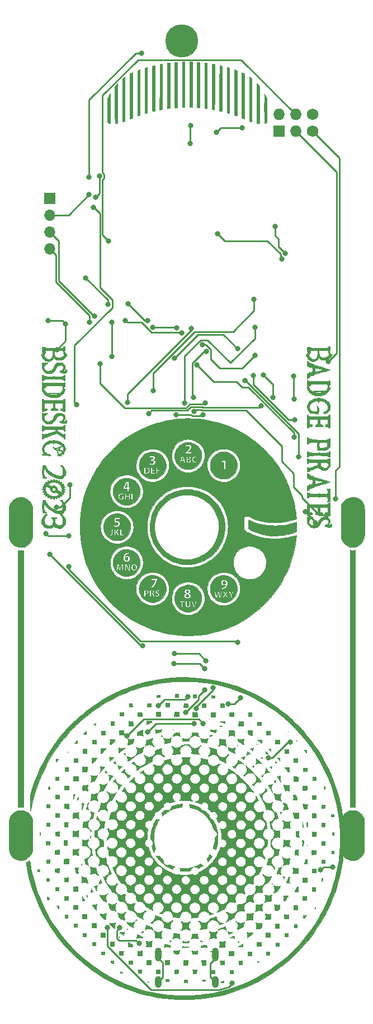
<source format=gbr>
%TF.GenerationSoftware,KiCad,Pcbnew,7.0.1*%
%TF.CreationDate,2023-08-25T16:39:05-05:00*%
%TF.ProjectId,BSidesKC23_BadgePirate,42536964-6573-44b4-9332-335f42616467,1.1*%
%TF.SameCoordinates,Original*%
%TF.FileFunction,Copper,L1,Top*%
%TF.FilePolarity,Positive*%
%FSLAX46Y46*%
G04 Gerber Fmt 4.6, Leading zero omitted, Abs format (unit mm)*
G04 Created by KiCad (PCBNEW 7.0.1) date 2023-08-25 16:39:05*
%MOMM*%
%LPD*%
G01*
G04 APERTURE LIST*
%TA.AperFunction,EtchedComponent*%
%ADD10C,0.010000*%
%TD*%
%TA.AperFunction,ComponentPad*%
%ADD11O,1.727200X1.727200*%
%TD*%
%TA.AperFunction,ComponentPad*%
%ADD12R,1.727200X1.727200*%
%TD*%
%TA.AperFunction,ComponentPad*%
%ADD13C,1.727200*%
%TD*%
%TA.AperFunction,ComponentPad*%
%ADD14C,5.000000*%
%TD*%
%TA.AperFunction,ComponentPad*%
%ADD15R,1.700000X1.700000*%
%TD*%
%TA.AperFunction,ComponentPad*%
%ADD16O,1.700000X1.700000*%
%TD*%
%TA.AperFunction,ComponentPad*%
%ADD17O,1.000000X1.800000*%
%TD*%
%TA.AperFunction,ComponentPad*%
%ADD18O,1.000000X2.100000*%
%TD*%
%TA.AperFunction,ViaPad*%
%ADD19C,0.800000*%
%TD*%
%TA.AperFunction,Conductor*%
%ADD20C,0.250000*%
%TD*%
G04 APERTURE END LIST*
%TO.C,G\u002A\u002A\u002A*%
D10*
X78169302Y-87196483D02*
X78202912Y-87226666D01*
X78244184Y-87260409D01*
X78282466Y-87269673D01*
X78341572Y-87282738D01*
X78376670Y-87301423D01*
X78425462Y-87321092D01*
X78499647Y-87331603D01*
X78529949Y-87332500D01*
X78601743Y-87336110D01*
X78644117Y-87349484D01*
X78668578Y-87374833D01*
X78678930Y-87388315D01*
X78694520Y-87398587D01*
X78720684Y-87406083D01*
X78762760Y-87411240D01*
X78826086Y-87414492D01*
X78915999Y-87416273D01*
X79037837Y-87417020D01*
X79188021Y-87417166D01*
X79358313Y-87416552D01*
X79491395Y-87414526D01*
X79592375Y-87410810D01*
X79666362Y-87405128D01*
X79718464Y-87397205D01*
X79753789Y-87386762D01*
X79754429Y-87386496D01*
X79802114Y-87360249D01*
X79826860Y-87334278D01*
X79827833Y-87329619D01*
X79840894Y-87326415D01*
X79873888Y-87348697D01*
X79892676Y-87365581D01*
X79957518Y-87427750D01*
X80412725Y-87434220D01*
X80565157Y-87436090D01*
X80681657Y-87436523D01*
X80768615Y-87435108D01*
X80832420Y-87431432D01*
X80879461Y-87425086D01*
X80916128Y-87415658D01*
X80948809Y-87402736D01*
X80956424Y-87399231D01*
X81036065Y-87369594D01*
X81124294Y-87347335D01*
X81145740Y-87343797D01*
X81230065Y-87321907D01*
X81297799Y-87276027D01*
X81317211Y-87257077D01*
X81380417Y-87204654D01*
X81440493Y-87184939D01*
X81454513Y-87184333D01*
X81521166Y-87184333D01*
X81521166Y-88031000D01*
X81423293Y-88031000D01*
X81364382Y-88027823D01*
X81321921Y-88012889D01*
X81280259Y-87978095D01*
X81243439Y-87937864D01*
X81217404Y-87909008D01*
X81191678Y-87884198D01*
X81163001Y-87863110D01*
X81128111Y-87845416D01*
X81083746Y-87830791D01*
X81026646Y-87818910D01*
X80953549Y-87809445D01*
X80861193Y-87802071D01*
X80746318Y-87796463D01*
X80605661Y-87792293D01*
X80435963Y-87789237D01*
X80233960Y-87786968D01*
X79996393Y-87785161D01*
X79719999Y-87783488D01*
X79697564Y-87783359D01*
X78477211Y-87776329D01*
X78416980Y-87827010D01*
X78365271Y-87863328D01*
X78318848Y-87884820D01*
X78314659Y-87885796D01*
X78276670Y-87910951D01*
X78265249Y-87935993D01*
X78236083Y-87992430D01*
X78173679Y-88024142D01*
X78109287Y-88031000D01*
X78028666Y-88031000D01*
X78028666Y-87184333D01*
X78102570Y-87184333D01*
X78169302Y-87196483D01*
%TA.AperFunction,EtchedComponent*%
G36*
X78169302Y-87196483D02*
G01*
X78202912Y-87226666D01*
X78244184Y-87260409D01*
X78282466Y-87269673D01*
X78341572Y-87282738D01*
X78376670Y-87301423D01*
X78425462Y-87321092D01*
X78499647Y-87331603D01*
X78529949Y-87332500D01*
X78601743Y-87336110D01*
X78644117Y-87349484D01*
X78668578Y-87374833D01*
X78678930Y-87388315D01*
X78694520Y-87398587D01*
X78720684Y-87406083D01*
X78762760Y-87411240D01*
X78826086Y-87414492D01*
X78915999Y-87416273D01*
X79037837Y-87417020D01*
X79188021Y-87417166D01*
X79358313Y-87416552D01*
X79491395Y-87414526D01*
X79592375Y-87410810D01*
X79666362Y-87405128D01*
X79718464Y-87397205D01*
X79753789Y-87386762D01*
X79754429Y-87386496D01*
X79802114Y-87360249D01*
X79826860Y-87334278D01*
X79827833Y-87329619D01*
X79840894Y-87326415D01*
X79873888Y-87348697D01*
X79892676Y-87365581D01*
X79957518Y-87427750D01*
X80412725Y-87434220D01*
X80565157Y-87436090D01*
X80681657Y-87436523D01*
X80768615Y-87435108D01*
X80832420Y-87431432D01*
X80879461Y-87425086D01*
X80916128Y-87415658D01*
X80948809Y-87402736D01*
X80956424Y-87399231D01*
X81036065Y-87369594D01*
X81124294Y-87347335D01*
X81145740Y-87343797D01*
X81230065Y-87321907D01*
X81297799Y-87276027D01*
X81317211Y-87257077D01*
X81380417Y-87204654D01*
X81440493Y-87184939D01*
X81454513Y-87184333D01*
X81521166Y-87184333D01*
X81521166Y-88031000D01*
X81423293Y-88031000D01*
X81364382Y-88027823D01*
X81321921Y-88012889D01*
X81280259Y-87978095D01*
X81243439Y-87937864D01*
X81217404Y-87909008D01*
X81191678Y-87884198D01*
X81163001Y-87863110D01*
X81128111Y-87845416D01*
X81083746Y-87830791D01*
X81026646Y-87818910D01*
X80953549Y-87809445D01*
X80861193Y-87802071D01*
X80746318Y-87796463D01*
X80605661Y-87792293D01*
X80435963Y-87789237D01*
X80233960Y-87786968D01*
X79996393Y-87785161D01*
X79719999Y-87783488D01*
X79697564Y-87783359D01*
X78477211Y-87776329D01*
X78416980Y-87827010D01*
X78365271Y-87863328D01*
X78318848Y-87884820D01*
X78314659Y-87885796D01*
X78276670Y-87910951D01*
X78265249Y-87935993D01*
X78236083Y-87992430D01*
X78173679Y-88024142D01*
X78109287Y-88031000D01*
X78028666Y-88031000D01*
X78028666Y-87184333D01*
X78102570Y-87184333D01*
X78169302Y-87196483D01*
G37*
%TD.AperFunction*%
X121632000Y-106340166D02*
X121388583Y-106340166D01*
X121292748Y-106339206D01*
X121214676Y-106336595D01*
X121162722Y-106332739D01*
X121145166Y-106328342D01*
X121157253Y-106306238D01*
X121187918Y-106263600D01*
X121207578Y-106238383D01*
X121276625Y-106121946D01*
X121307946Y-105996487D01*
X121299670Y-105869967D01*
X121296873Y-105858625D01*
X121268476Y-105777108D01*
X121228354Y-105691221D01*
X121212215Y-105662833D01*
X121153964Y-105567583D01*
X120613412Y-105561941D01*
X120448001Y-105560353D01*
X120319727Y-105559685D01*
X120223400Y-105560271D01*
X120153828Y-105562442D01*
X120105821Y-105566529D01*
X120074187Y-105572866D01*
X120053735Y-105581784D01*
X120039273Y-105593615D01*
X120034233Y-105598983D01*
X119988374Y-105635704D01*
X119946508Y-105632797D01*
X119905522Y-105597792D01*
X119893306Y-105585639D01*
X119878030Y-105576026D01*
X119855094Y-105568711D01*
X119819897Y-105563457D01*
X119767838Y-105560023D01*
X119694317Y-105558170D01*
X119594733Y-105557658D01*
X119464485Y-105558248D01*
X119298974Y-105559701D01*
X119194150Y-105560750D01*
X118522483Y-105567583D01*
X118441224Y-105646958D01*
X118386335Y-105695274D01*
X118338916Y-105718879D01*
X118279975Y-105726108D01*
X118260315Y-105726333D01*
X118160666Y-105726333D01*
X118160666Y-104943166D01*
X118283675Y-104943166D01*
X118365603Y-104947513D01*
X118419670Y-104962897D01*
X118453008Y-104986324D01*
X118486216Y-105023456D01*
X118499333Y-105049824D01*
X118516878Y-105066900D01*
X118537621Y-105070166D01*
X118584508Y-105082541D01*
X118616996Y-105101243D01*
X118635950Y-105110603D01*
X118668272Y-105117975D01*
X118718514Y-105123583D01*
X118791227Y-105127652D01*
X118890964Y-105130407D01*
X119022277Y-105132072D01*
X119189719Y-105132873D01*
X119260175Y-105132993D01*
X119862266Y-105133666D01*
X119921137Y-105077265D01*
X119980008Y-105020863D01*
X120024373Y-105077265D01*
X120068739Y-105133666D01*
X120612244Y-105133522D01*
X121155750Y-105133377D01*
X121201058Y-105064730D01*
X121260690Y-104950444D01*
X121285738Y-104835904D01*
X121276294Y-104713799D01*
X121232452Y-104576818D01*
X121207946Y-104521780D01*
X121176711Y-104454575D01*
X121154229Y-104403992D01*
X121145182Y-104380581D01*
X121145166Y-104380349D01*
X121164939Y-104376930D01*
X121218689Y-104374146D01*
X121298058Y-104372292D01*
X121388583Y-104371666D01*
X121632000Y-104371666D01*
X121632000Y-106340166D01*
%TA.AperFunction,EtchedComponent*%
G36*
X121632000Y-106340166D02*
G01*
X121388583Y-106340166D01*
X121292748Y-106339206D01*
X121214676Y-106336595D01*
X121162722Y-106332739D01*
X121145166Y-106328342D01*
X121157253Y-106306238D01*
X121187918Y-106263600D01*
X121207578Y-106238383D01*
X121276625Y-106121946D01*
X121307946Y-105996487D01*
X121299670Y-105869967D01*
X121296873Y-105858625D01*
X121268476Y-105777108D01*
X121228354Y-105691221D01*
X121212215Y-105662833D01*
X121153964Y-105567583D01*
X120613412Y-105561941D01*
X120448001Y-105560353D01*
X120319727Y-105559685D01*
X120223400Y-105560271D01*
X120153828Y-105562442D01*
X120105821Y-105566529D01*
X120074187Y-105572866D01*
X120053735Y-105581784D01*
X120039273Y-105593615D01*
X120034233Y-105598983D01*
X119988374Y-105635704D01*
X119946508Y-105632797D01*
X119905522Y-105597792D01*
X119893306Y-105585639D01*
X119878030Y-105576026D01*
X119855094Y-105568711D01*
X119819897Y-105563457D01*
X119767838Y-105560023D01*
X119694317Y-105558170D01*
X119594733Y-105557658D01*
X119464485Y-105558248D01*
X119298974Y-105559701D01*
X119194150Y-105560750D01*
X118522483Y-105567583D01*
X118441224Y-105646958D01*
X118386335Y-105695274D01*
X118338916Y-105718879D01*
X118279975Y-105726108D01*
X118260315Y-105726333D01*
X118160666Y-105726333D01*
X118160666Y-104943166D01*
X118283675Y-104943166D01*
X118365603Y-104947513D01*
X118419670Y-104962897D01*
X118453008Y-104986324D01*
X118486216Y-105023456D01*
X118499333Y-105049824D01*
X118516878Y-105066900D01*
X118537621Y-105070166D01*
X118584508Y-105082541D01*
X118616996Y-105101243D01*
X118635950Y-105110603D01*
X118668272Y-105117975D01*
X118718514Y-105123583D01*
X118791227Y-105127652D01*
X118890964Y-105130407D01*
X119022277Y-105132072D01*
X119189719Y-105132873D01*
X119260175Y-105132993D01*
X119862266Y-105133666D01*
X119921137Y-105077265D01*
X119980008Y-105020863D01*
X120024373Y-105077265D01*
X120068739Y-105133666D01*
X120612244Y-105133522D01*
X121155750Y-105133377D01*
X121201058Y-105064730D01*
X121260690Y-104950444D01*
X121285738Y-104835904D01*
X121276294Y-104713799D01*
X121232452Y-104576818D01*
X121207946Y-104521780D01*
X121176711Y-104454575D01*
X121154229Y-104403992D01*
X121145182Y-104380581D01*
X121145166Y-104380349D01*
X121164939Y-104376930D01*
X121218689Y-104374146D01*
X121298058Y-104372292D01*
X121388583Y-104371666D01*
X121632000Y-104371666D01*
X121632000Y-106340166D01*
G37*
%TD.AperFunction*%
X78192051Y-90827114D02*
X78225226Y-90838563D01*
X78243191Y-90867002D01*
X78251831Y-90893791D01*
X78291174Y-90961180D01*
X78346166Y-90999592D01*
X78363852Y-91007160D01*
X78386452Y-91013627D01*
X78417211Y-91019080D01*
X78459370Y-91023603D01*
X78516172Y-91027282D01*
X78590861Y-91030203D01*
X78686680Y-91032451D01*
X78806872Y-91034114D01*
X78954679Y-91035275D01*
X79133344Y-91036021D01*
X79346111Y-91036438D01*
X79596223Y-91036611D01*
X79747462Y-91036633D01*
X80054548Y-91036337D01*
X80320475Y-91035420D01*
X80546416Y-91033862D01*
X80733542Y-91031642D01*
X80883023Y-91028742D01*
X80996031Y-91025141D01*
X81073737Y-91020820D01*
X81117312Y-91015759D01*
X81125914Y-91013320D01*
X81168271Y-90980418D01*
X81211795Y-90926603D01*
X81223515Y-90907486D01*
X81251301Y-90861554D01*
X81277798Y-90836920D01*
X81316836Y-90826949D01*
X81382248Y-90825008D01*
X81395521Y-90825000D01*
X81521166Y-90825000D01*
X81521166Y-92730000D01*
X81362416Y-92730000D01*
X81281613Y-92729249D01*
X81234241Y-92725143D01*
X81211400Y-92714900D01*
X81204192Y-92695736D01*
X81203666Y-92680363D01*
X81192321Y-92625746D01*
X81155095Y-92589206D01*
X81087200Y-92568354D01*
X80983850Y-92560800D01*
X80963874Y-92560666D01*
X80801500Y-92560666D01*
X80801500Y-92264333D01*
X81161333Y-92264333D01*
X81161333Y-91460000D01*
X79976000Y-91460000D01*
X79976000Y-91767967D01*
X79977536Y-91910800D01*
X79983524Y-92018094D01*
X79996028Y-92096579D01*
X80017116Y-92152980D01*
X80048854Y-92194027D01*
X80093307Y-92226447D01*
X80121532Y-92241822D01*
X80193487Y-92269999D01*
X80279169Y-92292230D01*
X80311595Y-92297673D01*
X80420500Y-92312120D01*
X80420500Y-92560666D01*
X79338979Y-92560666D01*
X79351583Y-92296648D01*
X79435818Y-92283032D01*
X79502313Y-92262302D01*
X79563117Y-92217825D01*
X79599859Y-92179486D01*
X79679666Y-92089555D01*
X79679666Y-91460000D01*
X78367333Y-91460000D01*
X78367333Y-92243166D01*
X78748333Y-92243166D01*
X78748333Y-92560666D01*
X78610070Y-92560666D01*
X78470928Y-92572611D01*
X78366703Y-92608453D01*
X78297359Y-92668207D01*
X78292461Y-92675315D01*
X78265410Y-92707862D01*
X78230217Y-92724243D01*
X78172521Y-92729700D01*
X78142648Y-92730000D01*
X78028666Y-92730000D01*
X78028666Y-90825000D01*
X78130122Y-90825000D01*
X78192051Y-90827114D01*
%TA.AperFunction,EtchedComponent*%
G36*
X78192051Y-90827114D02*
G01*
X78225226Y-90838563D01*
X78243191Y-90867002D01*
X78251831Y-90893791D01*
X78291174Y-90961180D01*
X78346166Y-90999592D01*
X78363852Y-91007160D01*
X78386452Y-91013627D01*
X78417211Y-91019080D01*
X78459370Y-91023603D01*
X78516172Y-91027282D01*
X78590861Y-91030203D01*
X78686680Y-91032451D01*
X78806872Y-91034114D01*
X78954679Y-91035275D01*
X79133344Y-91036021D01*
X79346111Y-91036438D01*
X79596223Y-91036611D01*
X79747462Y-91036633D01*
X80054548Y-91036337D01*
X80320475Y-91035420D01*
X80546416Y-91033862D01*
X80733542Y-91031642D01*
X80883023Y-91028742D01*
X80996031Y-91025141D01*
X81073737Y-91020820D01*
X81117312Y-91015759D01*
X81125914Y-91013320D01*
X81168271Y-90980418D01*
X81211795Y-90926603D01*
X81223515Y-90907486D01*
X81251301Y-90861554D01*
X81277798Y-90836920D01*
X81316836Y-90826949D01*
X81382248Y-90825008D01*
X81395521Y-90825000D01*
X81521166Y-90825000D01*
X81521166Y-92730000D01*
X81362416Y-92730000D01*
X81281613Y-92729249D01*
X81234241Y-92725143D01*
X81211400Y-92714900D01*
X81204192Y-92695736D01*
X81203666Y-92680363D01*
X81192321Y-92625746D01*
X81155095Y-92589206D01*
X81087200Y-92568354D01*
X80983850Y-92560800D01*
X80963874Y-92560666D01*
X80801500Y-92560666D01*
X80801500Y-92264333D01*
X81161333Y-92264333D01*
X81161333Y-91460000D01*
X79976000Y-91460000D01*
X79976000Y-91767967D01*
X79977536Y-91910800D01*
X79983524Y-92018094D01*
X79996028Y-92096579D01*
X80017116Y-92152980D01*
X80048854Y-92194027D01*
X80093307Y-92226447D01*
X80121532Y-92241822D01*
X80193487Y-92269999D01*
X80279169Y-92292230D01*
X80311595Y-92297673D01*
X80420500Y-92312120D01*
X80420500Y-92560666D01*
X79338979Y-92560666D01*
X79351583Y-92296648D01*
X79435818Y-92283032D01*
X79502313Y-92262302D01*
X79563117Y-92217825D01*
X79599859Y-92179486D01*
X79679666Y-92089555D01*
X79679666Y-91460000D01*
X78367333Y-91460000D01*
X78367333Y-92243166D01*
X78748333Y-92243166D01*
X78748333Y-92560666D01*
X78610070Y-92560666D01*
X78470928Y-92572611D01*
X78366703Y-92608453D01*
X78297359Y-92668207D01*
X78292461Y-92675315D01*
X78265410Y-92707862D01*
X78230217Y-92724243D01*
X78172521Y-92729700D01*
X78142648Y-92730000D01*
X78028666Y-92730000D01*
X78028666Y-90825000D01*
X78130122Y-90825000D01*
X78192051Y-90827114D01*
G37*
%TD.AperFunction*%
X118308963Y-106511809D02*
X118340686Y-106521406D01*
X118350803Y-106542297D01*
X118351166Y-106550653D01*
X118364426Y-106593658D01*
X118396884Y-106644737D01*
X118402243Y-106651194D01*
X118453319Y-106710583D01*
X119834017Y-106716327D01*
X120117478Y-106717558D01*
X120361652Y-106718540D01*
X120569585Y-106719001D01*
X120744323Y-106718673D01*
X120888913Y-106717284D01*
X121006400Y-106714564D01*
X121099830Y-106710243D01*
X121172251Y-106704051D01*
X121226707Y-106695717D01*
X121266246Y-106684971D01*
X121293913Y-106671542D01*
X121312754Y-106655161D01*
X121325817Y-106635556D01*
X121336146Y-106612458D01*
X121346788Y-106585596D01*
X121348302Y-106581936D01*
X121367207Y-106541726D01*
X121389265Y-106520083D01*
X121426934Y-106511259D01*
X121492668Y-106509508D01*
X121505284Y-106509500D01*
X121632000Y-106509500D01*
X121632000Y-108414500D01*
X121483833Y-108414500D01*
X121403820Y-108412734D01*
X121357989Y-108406255D01*
X121338290Y-108393283D01*
X121335666Y-108381787D01*
X121321609Y-108345410D01*
X121287396Y-108300888D01*
X121283712Y-108297121D01*
X121251722Y-108269995D01*
X121215259Y-108254306D01*
X121162028Y-108247038D01*
X121079735Y-108245172D01*
X121072045Y-108245166D01*
X120912333Y-108245166D01*
X120912333Y-107948833D01*
X121293333Y-107948833D01*
X121293333Y-107144500D01*
X120086833Y-107144500D01*
X120086833Y-107458869D01*
X120087271Y-107582072D01*
X120089247Y-107670877D01*
X120093750Y-107733214D01*
X120101772Y-107777014D01*
X120114303Y-107810208D01*
X120132334Y-107840728D01*
X120135040Y-107844773D01*
X120200566Y-107909158D01*
X120293871Y-107958358D01*
X120401354Y-107986141D01*
X120451958Y-107990015D01*
X120531333Y-107991166D01*
X120531333Y-108245166D01*
X119451833Y-108245166D01*
X119451833Y-107995877D01*
X119530127Y-107981189D01*
X119611369Y-107957400D01*
X119675388Y-107914738D01*
X119737746Y-107842775D01*
X119738825Y-107841316D01*
X119758891Y-107811965D01*
X119772960Y-107782149D01*
X119782091Y-107743993D01*
X119787346Y-107689622D01*
X119789788Y-107611159D01*
X119790476Y-107500731D01*
X119790500Y-107457887D01*
X119790500Y-107144500D01*
X118478166Y-107144500D01*
X118478166Y-107926078D01*
X118869750Y-107938250D01*
X118875968Y-108091708D01*
X118882187Y-108245166D01*
X118759552Y-108245284D01*
X118623294Y-108254617D01*
X118520165Y-108283445D01*
X118444888Y-108333461D01*
X118427977Y-108351619D01*
X118391768Y-108388603D01*
X118353290Y-108407417D01*
X118296498Y-108413972D01*
X118257283Y-108414500D01*
X118139500Y-108414500D01*
X118139500Y-106509500D01*
X118245333Y-106509500D01*
X118308963Y-106511809D01*
%TA.AperFunction,EtchedComponent*%
G36*
X118308963Y-106511809D02*
G01*
X118340686Y-106521406D01*
X118350803Y-106542297D01*
X118351166Y-106550653D01*
X118364426Y-106593658D01*
X118396884Y-106644737D01*
X118402243Y-106651194D01*
X118453319Y-106710583D01*
X119834017Y-106716327D01*
X120117478Y-106717558D01*
X120361652Y-106718540D01*
X120569585Y-106719001D01*
X120744323Y-106718673D01*
X120888913Y-106717284D01*
X121006400Y-106714564D01*
X121099830Y-106710243D01*
X121172251Y-106704051D01*
X121226707Y-106695717D01*
X121266246Y-106684971D01*
X121293913Y-106671542D01*
X121312754Y-106655161D01*
X121325817Y-106635556D01*
X121336146Y-106612458D01*
X121346788Y-106585596D01*
X121348302Y-106581936D01*
X121367207Y-106541726D01*
X121389265Y-106520083D01*
X121426934Y-106511259D01*
X121492668Y-106509508D01*
X121505284Y-106509500D01*
X121632000Y-106509500D01*
X121632000Y-108414500D01*
X121483833Y-108414500D01*
X121403820Y-108412734D01*
X121357989Y-108406255D01*
X121338290Y-108393283D01*
X121335666Y-108381787D01*
X121321609Y-108345410D01*
X121287396Y-108300888D01*
X121283712Y-108297121D01*
X121251722Y-108269995D01*
X121215259Y-108254306D01*
X121162028Y-108247038D01*
X121079735Y-108245172D01*
X121072045Y-108245166D01*
X120912333Y-108245166D01*
X120912333Y-107948833D01*
X121293333Y-107948833D01*
X121293333Y-107144500D01*
X120086833Y-107144500D01*
X120086833Y-107458869D01*
X120087271Y-107582072D01*
X120089247Y-107670877D01*
X120093750Y-107733214D01*
X120101772Y-107777014D01*
X120114303Y-107810208D01*
X120132334Y-107840728D01*
X120135040Y-107844773D01*
X120200566Y-107909158D01*
X120293871Y-107958358D01*
X120401354Y-107986141D01*
X120451958Y-107990015D01*
X120531333Y-107991166D01*
X120531333Y-108245166D01*
X119451833Y-108245166D01*
X119451833Y-107995877D01*
X119530127Y-107981189D01*
X119611369Y-107957400D01*
X119675388Y-107914738D01*
X119737746Y-107842775D01*
X119738825Y-107841316D01*
X119758891Y-107811965D01*
X119772960Y-107782149D01*
X119782091Y-107743993D01*
X119787346Y-107689622D01*
X119789788Y-107611159D01*
X119790476Y-107500731D01*
X119790500Y-107457887D01*
X119790500Y-107144500D01*
X118478166Y-107144500D01*
X118478166Y-107926078D01*
X118869750Y-107938250D01*
X118875968Y-108091708D01*
X118882187Y-108245166D01*
X118759552Y-108245284D01*
X118623294Y-108254617D01*
X118520165Y-108283445D01*
X118444888Y-108333461D01*
X118427977Y-108351619D01*
X118391768Y-108388603D01*
X118353290Y-108407417D01*
X118296498Y-108413972D01*
X118257283Y-108414500D01*
X118139500Y-108414500D01*
X118139500Y-106509500D01*
X118245333Y-106509500D01*
X118308963Y-106511809D01*
G37*
%TD.AperFunction*%
X118263682Y-99803620D02*
X118284192Y-99821411D01*
X118287666Y-99852583D01*
X118290775Y-99883131D01*
X118307075Y-99898891D01*
X118347029Y-99904721D01*
X118401648Y-99905500D01*
X118471557Y-99908327D01*
X118513516Y-99920177D01*
X118541721Y-99946105D01*
X118550303Y-99958416D01*
X118584975Y-100011333D01*
X121107414Y-100011333D01*
X121240416Y-99905500D01*
X121309142Y-99852394D01*
X121359291Y-99820864D01*
X121404742Y-99805308D01*
X121459378Y-99800126D01*
X121502709Y-99799666D01*
X121632000Y-99799666D01*
X121632000Y-101000326D01*
X121374308Y-101278413D01*
X121116617Y-101556500D01*
X120483358Y-101556500D01*
X120137877Y-101343042D01*
X119792397Y-101129584D01*
X119436907Y-101267016D01*
X119223494Y-101349545D01*
X119046189Y-101418277D01*
X118901614Y-101474681D01*
X118786393Y-101520230D01*
X118697149Y-101556395D01*
X118630506Y-101584647D01*
X118583087Y-101606458D01*
X118551516Y-101623298D01*
X118532416Y-101636639D01*
X118522410Y-101647953D01*
X118518122Y-101658711D01*
X118516515Y-101668068D01*
X118507593Y-101691886D01*
X118483356Y-101710075D01*
X118435487Y-101726328D01*
X118355673Y-101744336D01*
X118335704Y-101748362D01*
X118254912Y-101763008D01*
X118191161Y-101771816D01*
X118154814Y-101773459D01*
X118150495Y-101772107D01*
X118146506Y-101748059D01*
X118143162Y-101689684D01*
X118140754Y-101604987D01*
X118139572Y-101501973D01*
X118139500Y-101468305D01*
X118139500Y-101175500D01*
X118296697Y-101175500D01*
X118385355Y-101177998D01*
X118437742Y-101186167D01*
X118459666Y-101201020D01*
X118460739Y-101204104D01*
X118474379Y-101208536D01*
X118512588Y-101202718D01*
X118577976Y-101185874D01*
X118673154Y-101157226D01*
X118800731Y-101115998D01*
X118963317Y-101061412D01*
X119118288Y-101008312D01*
X119768994Y-100783916D01*
X119769163Y-100641041D01*
X119769333Y-100498166D01*
X120171500Y-100498166D01*
X120171500Y-100876441D01*
X120667352Y-101217833D01*
X120837467Y-101217219D01*
X121007583Y-101216606D01*
X121182208Y-101065126D01*
X121356833Y-100913645D01*
X121356463Y-100551083D01*
X121232499Y-100471224D01*
X121108536Y-100391365D01*
X119830393Y-100400179D01*
X119598126Y-100402013D01*
X119375780Y-100404212D01*
X119167436Y-100406709D01*
X118977177Y-100409434D01*
X118809083Y-100412317D01*
X118667236Y-100415287D01*
X118555718Y-100418277D01*
X118478609Y-100421216D01*
X118441125Y-100423873D01*
X118376678Y-100433863D01*
X118343704Y-100446916D01*
X118331659Y-100471280D01*
X118330000Y-100510792D01*
X118327848Y-100555059D01*
X118313716Y-100576021D01*
X118276083Y-100582391D01*
X118234750Y-100582833D01*
X118139500Y-100582833D01*
X118139500Y-99799666D01*
X118213583Y-99799666D01*
X118263682Y-99803620D01*
%TA.AperFunction,EtchedComponent*%
G36*
X118263682Y-99803620D02*
G01*
X118284192Y-99821411D01*
X118287666Y-99852583D01*
X118290775Y-99883131D01*
X118307075Y-99898891D01*
X118347029Y-99904721D01*
X118401648Y-99905500D01*
X118471557Y-99908327D01*
X118513516Y-99920177D01*
X118541721Y-99946105D01*
X118550303Y-99958416D01*
X118584975Y-100011333D01*
X121107414Y-100011333D01*
X121240416Y-99905500D01*
X121309142Y-99852394D01*
X121359291Y-99820864D01*
X121404742Y-99805308D01*
X121459378Y-99800126D01*
X121502709Y-99799666D01*
X121632000Y-99799666D01*
X121632000Y-101000326D01*
X121374308Y-101278413D01*
X121116617Y-101556500D01*
X120483358Y-101556500D01*
X120137877Y-101343042D01*
X119792397Y-101129584D01*
X119436907Y-101267016D01*
X119223494Y-101349545D01*
X119046189Y-101418277D01*
X118901614Y-101474681D01*
X118786393Y-101520230D01*
X118697149Y-101556395D01*
X118630506Y-101584647D01*
X118583087Y-101606458D01*
X118551516Y-101623298D01*
X118532416Y-101636639D01*
X118522410Y-101647953D01*
X118518122Y-101658711D01*
X118516515Y-101668068D01*
X118507593Y-101691886D01*
X118483356Y-101710075D01*
X118435487Y-101726328D01*
X118355673Y-101744336D01*
X118335704Y-101748362D01*
X118254912Y-101763008D01*
X118191161Y-101771816D01*
X118154814Y-101773459D01*
X118150495Y-101772107D01*
X118146506Y-101748059D01*
X118143162Y-101689684D01*
X118140754Y-101604987D01*
X118139572Y-101501973D01*
X118139500Y-101468305D01*
X118139500Y-101175500D01*
X118296697Y-101175500D01*
X118385355Y-101177998D01*
X118437742Y-101186167D01*
X118459666Y-101201020D01*
X118460739Y-101204104D01*
X118474379Y-101208536D01*
X118512588Y-101202718D01*
X118577976Y-101185874D01*
X118673154Y-101157226D01*
X118800731Y-101115998D01*
X118963317Y-101061412D01*
X119118288Y-101008312D01*
X119768994Y-100783916D01*
X119769163Y-100641041D01*
X119769333Y-100498166D01*
X120171500Y-100498166D01*
X120171500Y-100876441D01*
X120667352Y-101217833D01*
X120837467Y-101217219D01*
X121007583Y-101216606D01*
X121182208Y-101065126D01*
X121356833Y-100913645D01*
X121356463Y-100551083D01*
X121232499Y-100471224D01*
X121108536Y-100391365D01*
X119830393Y-100400179D01*
X119598126Y-100402013D01*
X119375780Y-100404212D01*
X119167436Y-100406709D01*
X118977177Y-100409434D01*
X118809083Y-100412317D01*
X118667236Y-100415287D01*
X118555718Y-100418277D01*
X118478609Y-100421216D01*
X118441125Y-100423873D01*
X118376678Y-100433863D01*
X118343704Y-100446916D01*
X118331659Y-100471280D01*
X118330000Y-100510792D01*
X118327848Y-100555059D01*
X118313716Y-100576021D01*
X118276083Y-100582391D01*
X118234750Y-100582833D01*
X118139500Y-100582833D01*
X118139500Y-99799666D01*
X118213583Y-99799666D01*
X118263682Y-99803620D01*
G37*
%TD.AperFunction*%
X118304604Y-93240006D02*
X118337951Y-93251025D01*
X118355630Y-93278556D01*
X118364448Y-93306791D01*
X118402216Y-93373552D01*
X118457468Y-93412592D01*
X118475041Y-93420154D01*
X118497531Y-93426618D01*
X118528180Y-93432067D01*
X118570224Y-93436589D01*
X118626905Y-93440268D01*
X118701459Y-93443190D01*
X118797128Y-93445440D01*
X118917150Y-93447104D01*
X119064763Y-93448267D01*
X119243207Y-93449016D01*
X119455722Y-93449435D01*
X119705545Y-93449610D01*
X119860342Y-93449633D01*
X120139845Y-93449662D01*
X120380123Y-93449542D01*
X120584285Y-93448987D01*
X120755438Y-93447712D01*
X120896693Y-93445429D01*
X121011156Y-93441853D01*
X121101937Y-93436698D01*
X121172143Y-93429678D01*
X121224884Y-93420505D01*
X121263267Y-93408896D01*
X121290402Y-93394562D01*
X121309395Y-93377218D01*
X121323357Y-93356578D01*
X121335395Y-93332355D01*
X121344388Y-93313015D01*
X121366322Y-93271269D01*
X121390061Y-93248860D01*
X121428557Y-93239777D01*
X121494759Y-93238006D01*
X121505993Y-93238000D01*
X121632000Y-93238000D01*
X121632000Y-95143000D01*
X121485515Y-95143000D01*
X121408510Y-95142272D01*
X121363652Y-95137396D01*
X121340756Y-95124328D01*
X121329636Y-95099028D01*
X121325044Y-95079323D01*
X121307163Y-95031153D01*
X121273787Y-94999724D01*
X121217365Y-94981877D01*
X121130349Y-94974455D01*
X121072474Y-94973666D01*
X120912333Y-94973666D01*
X120912333Y-94677333D01*
X121293333Y-94677333D01*
X121293333Y-93873000D01*
X120086833Y-93873000D01*
X120086833Y-94170013D01*
X120088554Y-94316833D01*
X120095087Y-94427814D01*
X120108484Y-94509361D01*
X120130797Y-94567878D01*
X120164079Y-94609770D01*
X120210382Y-94641441D01*
X120242950Y-94657182D01*
X120324833Y-94686623D01*
X120412533Y-94708541D01*
X120434165Y-94712102D01*
X120531333Y-94725420D01*
X120531333Y-94973666D01*
X119451833Y-94973666D01*
X119451833Y-94698500D01*
X119529544Y-94698500D01*
X119580049Y-94692889D01*
X119624695Y-94671041D01*
X119676809Y-94625429D01*
X119698878Y-94602878D01*
X119790500Y-94507256D01*
X119790500Y-93873000D01*
X118478166Y-93873000D01*
X118478166Y-94656166D01*
X118880333Y-94656166D01*
X118880333Y-94973666D01*
X118731486Y-94973666D01*
X118597160Y-94983009D01*
X118497155Y-95011946D01*
X118427589Y-95061841D01*
X118407921Y-95087195D01*
X118378227Y-95122188D01*
X118339366Y-95138654D01*
X118275487Y-95142986D01*
X118269539Y-95143000D01*
X118206985Y-95140287D01*
X118163487Y-95133399D01*
X118153611Y-95128888D01*
X118150678Y-95105431D01*
X118147951Y-95043982D01*
X118145495Y-94948883D01*
X118143374Y-94824477D01*
X118141652Y-94675105D01*
X118140393Y-94505108D01*
X118139663Y-94318828D01*
X118139500Y-94176388D01*
X118139500Y-93238000D01*
X118242271Y-93238000D01*
X118304604Y-93240006D01*
%TA.AperFunction,EtchedComponent*%
G36*
X118304604Y-93240006D02*
G01*
X118337951Y-93251025D01*
X118355630Y-93278556D01*
X118364448Y-93306791D01*
X118402216Y-93373552D01*
X118457468Y-93412592D01*
X118475041Y-93420154D01*
X118497531Y-93426618D01*
X118528180Y-93432067D01*
X118570224Y-93436589D01*
X118626905Y-93440268D01*
X118701459Y-93443190D01*
X118797128Y-93445440D01*
X118917150Y-93447104D01*
X119064763Y-93448267D01*
X119243207Y-93449016D01*
X119455722Y-93449435D01*
X119705545Y-93449610D01*
X119860342Y-93449633D01*
X120139845Y-93449662D01*
X120380123Y-93449542D01*
X120584285Y-93448987D01*
X120755438Y-93447712D01*
X120896693Y-93445429D01*
X121011156Y-93441853D01*
X121101937Y-93436698D01*
X121172143Y-93429678D01*
X121224884Y-93420505D01*
X121263267Y-93408896D01*
X121290402Y-93394562D01*
X121309395Y-93377218D01*
X121323357Y-93356578D01*
X121335395Y-93332355D01*
X121344388Y-93313015D01*
X121366322Y-93271269D01*
X121390061Y-93248860D01*
X121428557Y-93239777D01*
X121494759Y-93238006D01*
X121505993Y-93238000D01*
X121632000Y-93238000D01*
X121632000Y-95143000D01*
X121485515Y-95143000D01*
X121408510Y-95142272D01*
X121363652Y-95137396D01*
X121340756Y-95124328D01*
X121329636Y-95099028D01*
X121325044Y-95079323D01*
X121307163Y-95031153D01*
X121273787Y-94999724D01*
X121217365Y-94981877D01*
X121130349Y-94974455D01*
X121072474Y-94973666D01*
X120912333Y-94973666D01*
X120912333Y-94677333D01*
X121293333Y-94677333D01*
X121293333Y-93873000D01*
X120086833Y-93873000D01*
X120086833Y-94170013D01*
X120088554Y-94316833D01*
X120095087Y-94427814D01*
X120108484Y-94509361D01*
X120130797Y-94567878D01*
X120164079Y-94609770D01*
X120210382Y-94641441D01*
X120242950Y-94657182D01*
X120324833Y-94686623D01*
X120412533Y-94708541D01*
X120434165Y-94712102D01*
X120531333Y-94725420D01*
X120531333Y-94973666D01*
X119451833Y-94973666D01*
X119451833Y-94698500D01*
X119529544Y-94698500D01*
X119580049Y-94692889D01*
X119624695Y-94671041D01*
X119676809Y-94625429D01*
X119698878Y-94602878D01*
X119790500Y-94507256D01*
X119790500Y-93873000D01*
X118478166Y-93873000D01*
X118478166Y-94656166D01*
X118880333Y-94656166D01*
X118880333Y-94973666D01*
X118731486Y-94973666D01*
X118597160Y-94983009D01*
X118497155Y-95011946D01*
X118427589Y-95061841D01*
X118407921Y-95087195D01*
X118378227Y-95122188D01*
X118339366Y-95138654D01*
X118275487Y-95142986D01*
X118269539Y-95143000D01*
X118206985Y-95140287D01*
X118163487Y-95133399D01*
X118153611Y-95128888D01*
X118150678Y-95105431D01*
X118147951Y-95043982D01*
X118145495Y-94948883D01*
X118143374Y-94824477D01*
X118141652Y-94675105D01*
X118140393Y-94505108D01*
X118139663Y-94318828D01*
X118139500Y-94176388D01*
X118139500Y-93238000D01*
X118242271Y-93238000D01*
X118304604Y-93240006D01*
G37*
%TD.AperFunction*%
X121632000Y-99588000D02*
X121531458Y-99586706D01*
X121469221Y-99582846D01*
X121428312Y-99567042D01*
X121391579Y-99529927D01*
X121366732Y-99496748D01*
X121320060Y-99440299D01*
X121273277Y-99409443D01*
X121207065Y-99392045D01*
X121197399Y-99390370D01*
X121128257Y-99376178D01*
X121072425Y-99360314D01*
X121055495Y-99353329D01*
X121027576Y-99349592D01*
X120960805Y-99346128D01*
X120858660Y-99342992D01*
X120724622Y-99340238D01*
X120562169Y-99337918D01*
X120374783Y-99336087D01*
X120165942Y-99334799D01*
X119939127Y-99334107D01*
X119804225Y-99334000D01*
X119546798Y-99334041D01*
X119328334Y-99334241D01*
X119145463Y-99334709D01*
X118994815Y-99335558D01*
X118873020Y-99336899D01*
X118776706Y-99338843D01*
X118702505Y-99341502D01*
X118647045Y-99344988D01*
X118606957Y-99349410D01*
X118578870Y-99354882D01*
X118559415Y-99361514D01*
X118545220Y-99369418D01*
X118536428Y-99375910D01*
X118478717Y-99413884D01*
X118427741Y-99438886D01*
X118383209Y-99470640D01*
X118372333Y-99502064D01*
X118355271Y-99545350D01*
X118331391Y-99566088D01*
X118278303Y-99583164D01*
X118219089Y-99587015D01*
X118170162Y-99578108D01*
X118148934Y-99560889D01*
X118145963Y-99532005D01*
X118143933Y-99467900D01*
X118142922Y-99375675D01*
X118143007Y-99262435D01*
X118144264Y-99135282D01*
X118144307Y-99132264D01*
X118150083Y-98730750D01*
X118215716Y-98724352D01*
X118271855Y-98729152D01*
X118311198Y-98763851D01*
X118316745Y-98771977D01*
X118360623Y-98813897D01*
X118400525Y-98826000D01*
X118456485Y-98838787D01*
X118489996Y-98857076D01*
X118536865Y-98876260D01*
X118607254Y-98887455D01*
X118639616Y-98888826D01*
X118722462Y-98896502D01*
X118770864Y-98917434D01*
X118774500Y-98921250D01*
X118788558Y-98931230D01*
X118815344Y-98938942D01*
X118859676Y-98944656D01*
X118926369Y-98948646D01*
X119020243Y-98951183D01*
X119146114Y-98952542D01*
X119308800Y-98952993D01*
X119335663Y-98953000D01*
X119501552Y-98952767D01*
X119630388Y-98951839D01*
X119727450Y-98949864D01*
X119798018Y-98946495D01*
X119847370Y-98941382D01*
X119880787Y-98934176D01*
X119903547Y-98924528D01*
X119918024Y-98914498D01*
X119952565Y-98890123D01*
X119977662Y-98892126D01*
X120012143Y-98922570D01*
X120014657Y-98925081D01*
X120031424Y-98940741D01*
X120050057Y-98952657D01*
X120076161Y-98961340D01*
X120115341Y-98967302D01*
X120173203Y-98971054D01*
X120255353Y-98973107D01*
X120367396Y-98973973D01*
X120514938Y-98974164D01*
X120552589Y-98974166D01*
X120721115Y-98973563D01*
X120852173Y-98971577D01*
X120950613Y-98967945D01*
X121021286Y-98962404D01*
X121069043Y-98954689D01*
X121098733Y-98944536D01*
X121098871Y-98944465D01*
X121155305Y-98923159D01*
X121229647Y-98904538D01*
X121259327Y-98899315D01*
X121336786Y-98879897D01*
X121399492Y-98841681D01*
X121441780Y-98802016D01*
X121513670Y-98741761D01*
X121574234Y-98720205D01*
X121576606Y-98720166D01*
X121632000Y-98720166D01*
X121632000Y-99588000D01*
%TA.AperFunction,EtchedComponent*%
G36*
X121632000Y-99588000D02*
G01*
X121531458Y-99586706D01*
X121469221Y-99582846D01*
X121428312Y-99567042D01*
X121391579Y-99529927D01*
X121366732Y-99496748D01*
X121320060Y-99440299D01*
X121273277Y-99409443D01*
X121207065Y-99392045D01*
X121197399Y-99390370D01*
X121128257Y-99376178D01*
X121072425Y-99360314D01*
X121055495Y-99353329D01*
X121027576Y-99349592D01*
X120960805Y-99346128D01*
X120858660Y-99342992D01*
X120724622Y-99340238D01*
X120562169Y-99337918D01*
X120374783Y-99336087D01*
X120165942Y-99334799D01*
X119939127Y-99334107D01*
X119804225Y-99334000D01*
X119546798Y-99334041D01*
X119328334Y-99334241D01*
X119145463Y-99334709D01*
X118994815Y-99335558D01*
X118873020Y-99336899D01*
X118776706Y-99338843D01*
X118702505Y-99341502D01*
X118647045Y-99344988D01*
X118606957Y-99349410D01*
X118578870Y-99354882D01*
X118559415Y-99361514D01*
X118545220Y-99369418D01*
X118536428Y-99375910D01*
X118478717Y-99413884D01*
X118427741Y-99438886D01*
X118383209Y-99470640D01*
X118372333Y-99502064D01*
X118355271Y-99545350D01*
X118331391Y-99566088D01*
X118278303Y-99583164D01*
X118219089Y-99587015D01*
X118170162Y-99578108D01*
X118148934Y-99560889D01*
X118145963Y-99532005D01*
X118143933Y-99467900D01*
X118142922Y-99375675D01*
X118143007Y-99262435D01*
X118144264Y-99135282D01*
X118144307Y-99132264D01*
X118150083Y-98730750D01*
X118215716Y-98724352D01*
X118271855Y-98729152D01*
X118311198Y-98763851D01*
X118316745Y-98771977D01*
X118360623Y-98813897D01*
X118400525Y-98826000D01*
X118456485Y-98838787D01*
X118489996Y-98857076D01*
X118536865Y-98876260D01*
X118607254Y-98887455D01*
X118639616Y-98888826D01*
X118722462Y-98896502D01*
X118770864Y-98917434D01*
X118774500Y-98921250D01*
X118788558Y-98931230D01*
X118815344Y-98938942D01*
X118859676Y-98944656D01*
X118926369Y-98948646D01*
X119020243Y-98951183D01*
X119146114Y-98952542D01*
X119308800Y-98952993D01*
X119335663Y-98953000D01*
X119501552Y-98952767D01*
X119630388Y-98951839D01*
X119727450Y-98949864D01*
X119798018Y-98946495D01*
X119847370Y-98941382D01*
X119880787Y-98934176D01*
X119903547Y-98924528D01*
X119918024Y-98914498D01*
X119952565Y-98890123D01*
X119977662Y-98892126D01*
X120012143Y-98922570D01*
X120014657Y-98925081D01*
X120031424Y-98940741D01*
X120050057Y-98952657D01*
X120076161Y-98961340D01*
X120115341Y-98967302D01*
X120173203Y-98971054D01*
X120255353Y-98973107D01*
X120367396Y-98973973D01*
X120514938Y-98974164D01*
X120552589Y-98974166D01*
X120721115Y-98973563D01*
X120852173Y-98971577D01*
X120950613Y-98967945D01*
X121021286Y-98962404D01*
X121069043Y-98954689D01*
X121098733Y-98944536D01*
X121098871Y-98944465D01*
X121155305Y-98923159D01*
X121229647Y-98904538D01*
X121259327Y-98899315D01*
X121336786Y-98879897D01*
X121399492Y-98841681D01*
X121441780Y-98802016D01*
X121513670Y-98741761D01*
X121574234Y-98720205D01*
X121576606Y-98720166D01*
X121632000Y-98720166D01*
X121632000Y-99588000D01*
G37*
%TD.AperFunction*%
X119655297Y-97717302D02*
X119958865Y-97717302D01*
X119966464Y-97852892D01*
X119985761Y-97976503D01*
X120015761Y-98077876D01*
X120049718Y-98139910D01*
X120094131Y-98196371D01*
X120423857Y-98186297D01*
X120597434Y-98178447D01*
X120734596Y-98166329D01*
X120841104Y-98149339D01*
X120889752Y-98137401D01*
X121018537Y-98085086D01*
X121115125Y-98009297D01*
X121181321Y-97907330D01*
X121218930Y-97776482D01*
X121229833Y-97627990D01*
X121214465Y-97515961D01*
X121168090Y-97432429D01*
X121095275Y-97378937D01*
X121065586Y-97367696D01*
X121026243Y-97359106D01*
X120971682Y-97352837D01*
X120896339Y-97348557D01*
X120794651Y-97345934D01*
X120661055Y-97344639D01*
X120514013Y-97344333D01*
X120005674Y-97344333D01*
X119982753Y-97451208D01*
X119963963Y-97579988D01*
X119958865Y-97717302D01*
X119655297Y-97717302D01*
X119655424Y-97699345D01*
X119658892Y-97591938D01*
X119664449Y-97502062D01*
X119669520Y-97455458D01*
X119686124Y-97344333D01*
X119225020Y-97344584D01*
X119026235Y-97346388D01*
X118865574Y-97351936D01*
X118738949Y-97361790D01*
X118642271Y-97376513D01*
X118571450Y-97396667D01*
X118522399Y-97422814D01*
X118499333Y-97444374D01*
X118415077Y-97524645D01*
X118325046Y-97567214D01*
X118242478Y-97577166D01*
X118139500Y-97577166D01*
X118139500Y-96624666D01*
X118211643Y-96624666D01*
X118265204Y-96633514D01*
X118324908Y-96663656D01*
X118401416Y-96720487D01*
X118402203Y-96721128D01*
X118469660Y-96772422D01*
X118535130Y-96812089D01*
X118605545Y-96841736D01*
X118687842Y-96862968D01*
X118788952Y-96877391D01*
X118915809Y-96886612D01*
X119075349Y-96892237D01*
X119147697Y-96893798D01*
X119289426Y-96896826D01*
X119394923Y-96900176D01*
X119470287Y-96904529D01*
X119521618Y-96910561D01*
X119555015Y-96918951D01*
X119576578Y-96930378D01*
X119590186Y-96943017D01*
X119601902Y-96954083D01*
X119617830Y-96962986D01*
X119642334Y-96969962D01*
X119679776Y-96975243D01*
X119734520Y-96979066D01*
X119810929Y-96981663D01*
X119913365Y-96983271D01*
X120046192Y-96984123D01*
X120213772Y-96984453D01*
X120362122Y-96984500D01*
X120572834Y-96984204D01*
X120745608Y-96983041D01*
X120884835Y-96980591D01*
X120994908Y-96976439D01*
X121080217Y-96970166D01*
X121145156Y-96961356D01*
X121194117Y-96949591D01*
X121231491Y-96934453D01*
X121261671Y-96915527D01*
X121284114Y-96896901D01*
X121344375Y-96866314D01*
X121410106Y-96857500D01*
X121476715Y-96848456D01*
X121533878Y-96815300D01*
X121562200Y-96789847D01*
X121632000Y-96722195D01*
X121632000Y-97263868D01*
X121631689Y-97434147D01*
X121630502Y-97568283D01*
X121628053Y-97672465D01*
X121623959Y-97752878D01*
X121617835Y-97815711D01*
X121609297Y-97867152D01*
X121597962Y-97913389D01*
X121590015Y-97940062D01*
X121518595Y-98100145D01*
X121411595Y-98244139D01*
X121274995Y-98364027D01*
X121272588Y-98365715D01*
X121214631Y-98404596D01*
X121160299Y-98435724D01*
X121104065Y-98459955D01*
X121040403Y-98478145D01*
X120963785Y-98491150D01*
X120868685Y-98499829D01*
X120749576Y-98505036D01*
X120600932Y-98507629D01*
X120417225Y-98508464D01*
X120351264Y-98508500D01*
X119755545Y-98508500D01*
X119706041Y-98455805D01*
X119674422Y-98417503D01*
X119671021Y-98391356D01*
X119688551Y-98365846D01*
X119724861Y-98310834D01*
X119732933Y-98254675D01*
X119713598Y-98183622D01*
X119701360Y-98154594D01*
X119680457Y-98099742D01*
X119666804Y-98040399D01*
X119658906Y-97965539D01*
X119655268Y-97864137D01*
X119654644Y-97810000D01*
X119655297Y-97717302D01*
%TA.AperFunction,EtchedComponent*%
G36*
X119655297Y-97717302D02*
G01*
X119958865Y-97717302D01*
X119966464Y-97852892D01*
X119985761Y-97976503D01*
X120015761Y-98077876D01*
X120049718Y-98139910D01*
X120094131Y-98196371D01*
X120423857Y-98186297D01*
X120597434Y-98178447D01*
X120734596Y-98166329D01*
X120841104Y-98149339D01*
X120889752Y-98137401D01*
X121018537Y-98085086D01*
X121115125Y-98009297D01*
X121181321Y-97907330D01*
X121218930Y-97776482D01*
X121229833Y-97627990D01*
X121214465Y-97515961D01*
X121168090Y-97432429D01*
X121095275Y-97378937D01*
X121065586Y-97367696D01*
X121026243Y-97359106D01*
X120971682Y-97352837D01*
X120896339Y-97348557D01*
X120794651Y-97345934D01*
X120661055Y-97344639D01*
X120514013Y-97344333D01*
X120005674Y-97344333D01*
X119982753Y-97451208D01*
X119963963Y-97579988D01*
X119958865Y-97717302D01*
X119655297Y-97717302D01*
X119655424Y-97699345D01*
X119658892Y-97591938D01*
X119664449Y-97502062D01*
X119669520Y-97455458D01*
X119686124Y-97344333D01*
X119225020Y-97344584D01*
X119026235Y-97346388D01*
X118865574Y-97351936D01*
X118738949Y-97361790D01*
X118642271Y-97376513D01*
X118571450Y-97396667D01*
X118522399Y-97422814D01*
X118499333Y-97444374D01*
X118415077Y-97524645D01*
X118325046Y-97567214D01*
X118242478Y-97577166D01*
X118139500Y-97577166D01*
X118139500Y-96624666D01*
X118211643Y-96624666D01*
X118265204Y-96633514D01*
X118324908Y-96663656D01*
X118401416Y-96720487D01*
X118402203Y-96721128D01*
X118469660Y-96772422D01*
X118535130Y-96812089D01*
X118605545Y-96841736D01*
X118687842Y-96862968D01*
X118788952Y-96877391D01*
X118915809Y-96886612D01*
X119075349Y-96892237D01*
X119147697Y-96893798D01*
X119289426Y-96896826D01*
X119394923Y-96900176D01*
X119470287Y-96904529D01*
X119521618Y-96910561D01*
X119555015Y-96918951D01*
X119576578Y-96930378D01*
X119590186Y-96943017D01*
X119601902Y-96954083D01*
X119617830Y-96962986D01*
X119642334Y-96969962D01*
X119679776Y-96975243D01*
X119734520Y-96979066D01*
X119810929Y-96981663D01*
X119913365Y-96983271D01*
X120046192Y-96984123D01*
X120213772Y-96984453D01*
X120362122Y-96984500D01*
X120572834Y-96984204D01*
X120745608Y-96983041D01*
X120884835Y-96980591D01*
X120994908Y-96976439D01*
X121080217Y-96970166D01*
X121145156Y-96961356D01*
X121194117Y-96949591D01*
X121231491Y-96934453D01*
X121261671Y-96915527D01*
X121284114Y-96896901D01*
X121344375Y-96866314D01*
X121410106Y-96857500D01*
X121476715Y-96848456D01*
X121533878Y-96815300D01*
X121562200Y-96789847D01*
X121632000Y-96722195D01*
X121632000Y-97263868D01*
X121631689Y-97434147D01*
X121630502Y-97568283D01*
X121628053Y-97672465D01*
X121623959Y-97752878D01*
X121617835Y-97815711D01*
X121609297Y-97867152D01*
X121597962Y-97913389D01*
X121590015Y-97940062D01*
X121518595Y-98100145D01*
X121411595Y-98244139D01*
X121274995Y-98364027D01*
X121272588Y-98365715D01*
X121214631Y-98404596D01*
X121160299Y-98435724D01*
X121104065Y-98459955D01*
X121040403Y-98478145D01*
X120963785Y-98491150D01*
X120868685Y-98499829D01*
X120749576Y-98505036D01*
X120600932Y-98507629D01*
X120417225Y-98508464D01*
X120351264Y-98508500D01*
X119755545Y-98508500D01*
X119706041Y-98455805D01*
X119674422Y-98417503D01*
X119671021Y-98391356D01*
X119688551Y-98365846D01*
X119724861Y-98310834D01*
X119732933Y-98254675D01*
X119713598Y-98183622D01*
X119701360Y-98154594D01*
X119680457Y-98099742D01*
X119666804Y-98040399D01*
X119658906Y-97965539D01*
X119655268Y-97864137D01*
X119654644Y-97810000D01*
X119655297Y-97717302D01*
G37*
%TD.AperFunction*%
X80848281Y-85324645D02*
X80962768Y-85350652D01*
X80983407Y-85358120D01*
X81142430Y-85437987D01*
X81277273Y-85542984D01*
X81383859Y-85667856D01*
X81458108Y-85807348D01*
X81495941Y-85956207D01*
X81500000Y-86023507D01*
X81490492Y-86126836D01*
X81458304Y-86219123D01*
X81397935Y-86313338D01*
X81354702Y-86366102D01*
X81307442Y-86421953D01*
X81284158Y-86457552D01*
X81281117Y-86484644D01*
X81294581Y-86514979D01*
X81302862Y-86529146D01*
X81348420Y-86582850D01*
X81401419Y-86620645D01*
X81469066Y-86638172D01*
X81529542Y-86628595D01*
X81574000Y-86597894D01*
X81593592Y-86552045D01*
X81580847Y-86499423D01*
X81548899Y-86469831D01*
X81529146Y-86464666D01*
X81503931Y-86452787D01*
X81505761Y-86425138D01*
X81529714Y-86393703D01*
X81567356Y-86371636D01*
X81634901Y-86367987D01*
X81699154Y-86399059D01*
X81752891Y-86457424D01*
X81788889Y-86535652D01*
X81800130Y-86611015D01*
X81782689Y-86713381D01*
X81727246Y-86797128D01*
X81665706Y-86844777D01*
X81573954Y-86880667D01*
X81454307Y-86898609D01*
X81316509Y-86900034D01*
X81170302Y-86886372D01*
X81025430Y-86859055D01*
X80891635Y-86819513D01*
X80778660Y-86769177D01*
X80696248Y-86709479D01*
X80688411Y-86701243D01*
X80666214Y-86673169D01*
X80665745Y-86650696D01*
X80690820Y-86620908D01*
X80720161Y-86593742D01*
X80771536Y-86554204D01*
X80816724Y-86531149D01*
X80829009Y-86528787D01*
X80899107Y-86510139D01*
X80987395Y-86457730D01*
X81090026Y-86373945D01*
X81112608Y-86352997D01*
X81205075Y-86243726D01*
X81258063Y-86131385D01*
X81272013Y-86020404D01*
X81247366Y-85915208D01*
X81184564Y-85820228D01*
X81084049Y-85739890D01*
X81049577Y-85720811D01*
X80993562Y-85697179D01*
X80934166Y-85685447D01*
X80856096Y-85683416D01*
X80803531Y-85685439D01*
X80624321Y-85711872D01*
X80467789Y-85772585D01*
X80332524Y-85868663D01*
X80217112Y-86001189D01*
X80120140Y-86171248D01*
X80094584Y-86229381D01*
X79990941Y-86438859D01*
X79867999Y-86611621D01*
X79723604Y-86749656D01*
X79555602Y-86854957D01*
X79361836Y-86929512D01*
X79326091Y-86939294D01*
X79208345Y-86960169D01*
X79071733Y-86969562D01*
X78933602Y-86967336D01*
X78811298Y-86953355D01*
X78768004Y-86943724D01*
X78653235Y-86901754D01*
X78542015Y-86836535D01*
X78426281Y-86742651D01*
X78333348Y-86651910D01*
X78243006Y-86552533D01*
X78172012Y-86458024D01*
X78118168Y-86361331D01*
X78079274Y-86255402D01*
X78053132Y-86133188D01*
X78037541Y-85987636D01*
X78030303Y-85811695D01*
X78029034Y-85676208D01*
X78028666Y-85321666D01*
X78875333Y-85321666D01*
X78875333Y-85381991D01*
X78871378Y-85415460D01*
X78853855Y-85441091D01*
X78814282Y-85466188D01*
X78744172Y-85498052D01*
X78736847Y-85501173D01*
X78604547Y-85574312D01*
X78489466Y-85670689D01*
X78397368Y-85782953D01*
X78334019Y-85903751D01*
X78305183Y-86025732D01*
X78304040Y-86053052D01*
X78321106Y-86154325D01*
X78368316Y-86263907D01*
X78439018Y-86369176D01*
X78509783Y-86443362D01*
X78631184Y-86525978D01*
X78770734Y-86574691D01*
X78931497Y-86590107D01*
X79116538Y-86572837D01*
X79140469Y-86568606D01*
X79277658Y-86532578D01*
X79398333Y-86476198D01*
X79506026Y-86395709D01*
X79604268Y-86287352D01*
X79696589Y-86147369D01*
X79786520Y-85972002D01*
X79859104Y-85803738D01*
X79940376Y-85646690D01*
X80044966Y-85521546D01*
X80174918Y-85427130D01*
X80332279Y-85362263D01*
X80519094Y-85325769D01*
X80706250Y-85316181D01*
X80848281Y-85324645D01*
%TA.AperFunction,EtchedComponent*%
G36*
X80848281Y-85324645D02*
G01*
X80962768Y-85350652D01*
X80983407Y-85358120D01*
X81142430Y-85437987D01*
X81277273Y-85542984D01*
X81383859Y-85667856D01*
X81458108Y-85807348D01*
X81495941Y-85956207D01*
X81500000Y-86023507D01*
X81490492Y-86126836D01*
X81458304Y-86219123D01*
X81397935Y-86313338D01*
X81354702Y-86366102D01*
X81307442Y-86421953D01*
X81284158Y-86457552D01*
X81281117Y-86484644D01*
X81294581Y-86514979D01*
X81302862Y-86529146D01*
X81348420Y-86582850D01*
X81401419Y-86620645D01*
X81469066Y-86638172D01*
X81529542Y-86628595D01*
X81574000Y-86597894D01*
X81593592Y-86552045D01*
X81580847Y-86499423D01*
X81548899Y-86469831D01*
X81529146Y-86464666D01*
X81503931Y-86452787D01*
X81505761Y-86425138D01*
X81529714Y-86393703D01*
X81567356Y-86371636D01*
X81634901Y-86367987D01*
X81699154Y-86399059D01*
X81752891Y-86457424D01*
X81788889Y-86535652D01*
X81800130Y-86611015D01*
X81782689Y-86713381D01*
X81727246Y-86797128D01*
X81665706Y-86844777D01*
X81573954Y-86880667D01*
X81454307Y-86898609D01*
X81316509Y-86900034D01*
X81170302Y-86886372D01*
X81025430Y-86859055D01*
X80891635Y-86819513D01*
X80778660Y-86769177D01*
X80696248Y-86709479D01*
X80688411Y-86701243D01*
X80666214Y-86673169D01*
X80665745Y-86650696D01*
X80690820Y-86620908D01*
X80720161Y-86593742D01*
X80771536Y-86554204D01*
X80816724Y-86531149D01*
X80829009Y-86528787D01*
X80899107Y-86510139D01*
X80987395Y-86457730D01*
X81090026Y-86373945D01*
X81112608Y-86352997D01*
X81205075Y-86243726D01*
X81258063Y-86131385D01*
X81272013Y-86020404D01*
X81247366Y-85915208D01*
X81184564Y-85820228D01*
X81084049Y-85739890D01*
X81049577Y-85720811D01*
X80993562Y-85697179D01*
X80934166Y-85685447D01*
X80856096Y-85683416D01*
X80803531Y-85685439D01*
X80624321Y-85711872D01*
X80467789Y-85772585D01*
X80332524Y-85868663D01*
X80217112Y-86001189D01*
X80120140Y-86171248D01*
X80094584Y-86229381D01*
X79990941Y-86438859D01*
X79867999Y-86611621D01*
X79723604Y-86749656D01*
X79555602Y-86854957D01*
X79361836Y-86929512D01*
X79326091Y-86939294D01*
X79208345Y-86960169D01*
X79071733Y-86969562D01*
X78933602Y-86967336D01*
X78811298Y-86953355D01*
X78768004Y-86943724D01*
X78653235Y-86901754D01*
X78542015Y-86836535D01*
X78426281Y-86742651D01*
X78333348Y-86651910D01*
X78243006Y-86552533D01*
X78172012Y-86458024D01*
X78118168Y-86361331D01*
X78079274Y-86255402D01*
X78053132Y-86133188D01*
X78037541Y-85987636D01*
X78030303Y-85811695D01*
X78029034Y-85676208D01*
X78028666Y-85321666D01*
X78875333Y-85321666D01*
X78875333Y-85381991D01*
X78871378Y-85415460D01*
X78853855Y-85441091D01*
X78814282Y-85466188D01*
X78744172Y-85498052D01*
X78736847Y-85501173D01*
X78604547Y-85574312D01*
X78489466Y-85670689D01*
X78397368Y-85782953D01*
X78334019Y-85903751D01*
X78305183Y-86025732D01*
X78304040Y-86053052D01*
X78321106Y-86154325D01*
X78368316Y-86263907D01*
X78439018Y-86369176D01*
X78509783Y-86443362D01*
X78631184Y-86525978D01*
X78770734Y-86574691D01*
X78931497Y-86590107D01*
X79116538Y-86572837D01*
X79140469Y-86568606D01*
X79277658Y-86532578D01*
X79398333Y-86476198D01*
X79506026Y-86395709D01*
X79604268Y-86287352D01*
X79696589Y-86147369D01*
X79786520Y-85972002D01*
X79859104Y-85803738D01*
X79940376Y-85646690D01*
X80044966Y-85521546D01*
X80174918Y-85427130D01*
X80332279Y-85362263D01*
X80519094Y-85325769D01*
X80706250Y-85316181D01*
X80848281Y-85324645D01*
G37*
%TD.AperFunction*%
X120880213Y-108609597D02*
X121045216Y-108638269D01*
X121199142Y-108699348D01*
X121336431Y-108787906D01*
X121451527Y-108899014D01*
X121538871Y-109027744D01*
X121592905Y-109169168D01*
X121606683Y-109253745D01*
X121609564Y-109373252D01*
X121592694Y-109466928D01*
X121551875Y-109548317D01*
X121493004Y-109620320D01*
X121443591Y-109680060D01*
X121409695Y-109734355D01*
X121399166Y-109767032D01*
X121417050Y-109820426D01*
X121462252Y-109874603D01*
X121522100Y-109916465D01*
X121556247Y-109929389D01*
X121611231Y-109928679D01*
X121666389Y-109907081D01*
X121706205Y-109872825D01*
X121716666Y-109844273D01*
X121703561Y-109807116D01*
X121673813Y-109773450D01*
X121641771Y-109757335D01*
X121630293Y-109759637D01*
X121613618Y-109758264D01*
X121612626Y-109733677D01*
X121626013Y-109701441D01*
X121636233Y-109688733D01*
X121689003Y-109663002D01*
X121754980Y-109666951D01*
X121819933Y-109698021D01*
X121851526Y-109727456D01*
X121904450Y-109819382D01*
X121919196Y-109916891D01*
X121897295Y-110011149D01*
X121840280Y-110093320D01*
X121780166Y-110138994D01*
X121741920Y-110157813D01*
X121698314Y-110170223D01*
X121639921Y-110177437D01*
X121557311Y-110180664D01*
X121452083Y-110181155D01*
X121246166Y-110170396D01*
X121075244Y-110139050D01*
X120936982Y-110086499D01*
X120835779Y-110018158D01*
X120763184Y-109954418D01*
X120843050Y-109883840D01*
X120899488Y-109842153D01*
X120952206Y-109816352D01*
X120972019Y-109812381D01*
X121040461Y-109793849D01*
X121119810Y-109745884D01*
X121201595Y-109676690D01*
X121277345Y-109594471D01*
X121338591Y-109507433D01*
X121376862Y-109423780D01*
X121378300Y-109418842D01*
X121392896Y-109350946D01*
X121389692Y-109295249D01*
X121368846Y-109230214D01*
X121306615Y-109121528D01*
X121216646Y-109041031D01*
X121103812Y-108989917D01*
X120972984Y-108969381D01*
X120829035Y-108980615D01*
X120676837Y-109024816D01*
X120623920Y-109047638D01*
X120473601Y-109140554D01*
X120351379Y-109264234D01*
X120264981Y-109405953D01*
X120224352Y-109492734D01*
X120177650Y-109592135D01*
X120145948Y-109659399D01*
X120044821Y-109825914D01*
X119910372Y-109973638D01*
X119749593Y-110096708D01*
X119569473Y-110189259D01*
X119475268Y-110221987D01*
X119351839Y-110249023D01*
X119214894Y-110264195D01*
X119080407Y-110266711D01*
X118964358Y-110255776D01*
X118932372Y-110248963D01*
X118804236Y-110207655D01*
X118690157Y-110149990D01*
X118578048Y-110068729D01*
X118474212Y-109974669D01*
X118373292Y-109867932D01*
X118293529Y-109761282D01*
X118232938Y-109648266D01*
X118189532Y-109522431D01*
X118161327Y-109377323D01*
X118146336Y-109206487D01*
X118142575Y-109003472D01*
X118143986Y-108901333D01*
X118150083Y-108615583D01*
X118996750Y-108615583D01*
X118996750Y-108668232D01*
X118990962Y-108697869D01*
X118968638Y-108724952D01*
X118922334Y-108755705D01*
X118844604Y-108796353D01*
X118841952Y-108797669D01*
X118684979Y-108892540D01*
X118563523Y-109002858D01*
X118479301Y-109126356D01*
X118434030Y-109260772D01*
X118426276Y-109346129D01*
X118445906Y-109469280D01*
X118501304Y-109589406D01*
X118586232Y-109698260D01*
X118694449Y-109787592D01*
X118802018Y-109842758D01*
X118904172Y-109867182D01*
X119030813Y-109876008D01*
X119167395Y-109870031D01*
X119299374Y-109850041D01*
X119412203Y-109816831D01*
X119431632Y-109808470D01*
X119559056Y-109736156D01*
X119669145Y-109642596D01*
X119766254Y-109522451D01*
X119854739Y-109370379D01*
X119934684Y-109191710D01*
X120004653Y-109034291D01*
X120075106Y-108912527D01*
X120151015Y-108819977D01*
X120237356Y-108750204D01*
X120305089Y-108712226D01*
X120478926Y-108648529D01*
X120673119Y-108613448D01*
X120874881Y-108609266D01*
X120880213Y-108609597D01*
%TA.AperFunction,EtchedComponent*%
G36*
X120880213Y-108609597D02*
G01*
X121045216Y-108638269D01*
X121199142Y-108699348D01*
X121336431Y-108787906D01*
X121451527Y-108899014D01*
X121538871Y-109027744D01*
X121592905Y-109169168D01*
X121606683Y-109253745D01*
X121609564Y-109373252D01*
X121592694Y-109466928D01*
X121551875Y-109548317D01*
X121493004Y-109620320D01*
X121443591Y-109680060D01*
X121409695Y-109734355D01*
X121399166Y-109767032D01*
X121417050Y-109820426D01*
X121462252Y-109874603D01*
X121522100Y-109916465D01*
X121556247Y-109929389D01*
X121611231Y-109928679D01*
X121666389Y-109907081D01*
X121706205Y-109872825D01*
X121716666Y-109844273D01*
X121703561Y-109807116D01*
X121673813Y-109773450D01*
X121641771Y-109757335D01*
X121630293Y-109759637D01*
X121613618Y-109758264D01*
X121612626Y-109733677D01*
X121626013Y-109701441D01*
X121636233Y-109688733D01*
X121689003Y-109663002D01*
X121754980Y-109666951D01*
X121819933Y-109698021D01*
X121851526Y-109727456D01*
X121904450Y-109819382D01*
X121919196Y-109916891D01*
X121897295Y-110011149D01*
X121840280Y-110093320D01*
X121780166Y-110138994D01*
X121741920Y-110157813D01*
X121698314Y-110170223D01*
X121639921Y-110177437D01*
X121557311Y-110180664D01*
X121452083Y-110181155D01*
X121246166Y-110170396D01*
X121075244Y-110139050D01*
X120936982Y-110086499D01*
X120835779Y-110018158D01*
X120763184Y-109954418D01*
X120843050Y-109883840D01*
X120899488Y-109842153D01*
X120952206Y-109816352D01*
X120972019Y-109812381D01*
X121040461Y-109793849D01*
X121119810Y-109745884D01*
X121201595Y-109676690D01*
X121277345Y-109594471D01*
X121338591Y-109507433D01*
X121376862Y-109423780D01*
X121378300Y-109418842D01*
X121392896Y-109350946D01*
X121389692Y-109295249D01*
X121368846Y-109230214D01*
X121306615Y-109121528D01*
X121216646Y-109041031D01*
X121103812Y-108989917D01*
X120972984Y-108969381D01*
X120829035Y-108980615D01*
X120676837Y-109024816D01*
X120623920Y-109047638D01*
X120473601Y-109140554D01*
X120351379Y-109264234D01*
X120264981Y-109405953D01*
X120224352Y-109492734D01*
X120177650Y-109592135D01*
X120145948Y-109659399D01*
X120044821Y-109825914D01*
X119910372Y-109973638D01*
X119749593Y-110096708D01*
X119569473Y-110189259D01*
X119475268Y-110221987D01*
X119351839Y-110249023D01*
X119214894Y-110264195D01*
X119080407Y-110266711D01*
X118964358Y-110255776D01*
X118932372Y-110248963D01*
X118804236Y-110207655D01*
X118690157Y-110149990D01*
X118578048Y-110068729D01*
X118474212Y-109974669D01*
X118373292Y-109867932D01*
X118293529Y-109761282D01*
X118232938Y-109648266D01*
X118189532Y-109522431D01*
X118161327Y-109377323D01*
X118146336Y-109206487D01*
X118142575Y-109003472D01*
X118143986Y-108901333D01*
X118150083Y-108615583D01*
X118996750Y-108615583D01*
X118996750Y-108668232D01*
X118990962Y-108697869D01*
X118968638Y-108724952D01*
X118922334Y-108755705D01*
X118844604Y-108796353D01*
X118841952Y-108797669D01*
X118684979Y-108892540D01*
X118563523Y-109002858D01*
X118479301Y-109126356D01*
X118434030Y-109260772D01*
X118426276Y-109346129D01*
X118445906Y-109469280D01*
X118501304Y-109589406D01*
X118586232Y-109698260D01*
X118694449Y-109787592D01*
X118802018Y-109842758D01*
X118904172Y-109867182D01*
X119030813Y-109876008D01*
X119167395Y-109870031D01*
X119299374Y-109850041D01*
X119412203Y-109816831D01*
X119431632Y-109808470D01*
X119559056Y-109736156D01*
X119669145Y-109642596D01*
X119766254Y-109522451D01*
X119854739Y-109370379D01*
X119934684Y-109191710D01*
X120004653Y-109034291D01*
X120075106Y-108912527D01*
X120151015Y-108819977D01*
X120237356Y-108750204D01*
X120305089Y-108712226D01*
X120478926Y-108648529D01*
X120673119Y-108613448D01*
X120874881Y-108609266D01*
X120880213Y-108609597D01*
G37*
%TD.AperFunction*%
X81200845Y-100991894D02*
X81260160Y-101071250D01*
X81308522Y-101139398D01*
X81340784Y-101188846D01*
X81351833Y-101211675D01*
X81369529Y-101234312D01*
X81395234Y-101245412D01*
X81426941Y-101265341D01*
X81432966Y-101309175D01*
X81432276Y-101316672D01*
X81434453Y-101361917D01*
X81459537Y-101380768D01*
X81471751Y-101383112D01*
X81516442Y-101403957D01*
X81533340Y-101440730D01*
X81517289Y-101479091D01*
X81508860Y-101486293D01*
X81487695Y-101506660D01*
X81498761Y-101522770D01*
X81528875Y-101537874D01*
X81573944Y-101574234D01*
X81582500Y-101619784D01*
X81561110Y-101656255D01*
X81548622Y-101690409D01*
X81568492Y-101718622D01*
X81596499Y-101725833D01*
X81621375Y-101741113D01*
X81625176Y-101775879D01*
X81608939Y-101813518D01*
X81589958Y-101830599D01*
X81564476Y-101849943D01*
X81573531Y-101868255D01*
X81589958Y-101881609D01*
X81622002Y-101925523D01*
X81622751Y-101972509D01*
X81593265Y-102007528D01*
X81580709Y-102012839D01*
X81549070Y-102026339D01*
X81555405Y-102042211D01*
X81570126Y-102053640D01*
X81600511Y-102094733D01*
X81602006Y-102140942D01*
X81575475Y-102175640D01*
X81563500Y-102180916D01*
X81526471Y-102203585D01*
X81527251Y-102231330D01*
X81542333Y-102244416D01*
X81563596Y-102275639D01*
X81550626Y-102312329D01*
X81507978Y-102343000D01*
X81502345Y-102345260D01*
X81448818Y-102379929D01*
X81404149Y-102431719D01*
X81403163Y-102433380D01*
X81352916Y-102512020D01*
X81291236Y-102597887D01*
X81225188Y-102682281D01*
X81161840Y-102756504D01*
X81108257Y-102811855D01*
X81074188Y-102838364D01*
X81010608Y-102856765D01*
X80916965Y-102865641D01*
X80804433Y-102865048D01*
X80684186Y-102855039D01*
X80568666Y-102835940D01*
X80273290Y-102758338D01*
X79977399Y-102653741D01*
X79688829Y-102526130D01*
X79415415Y-102379488D01*
X79164990Y-102217795D01*
X78945389Y-102045034D01*
X78863327Y-101969250D01*
X78706353Y-101797595D01*
X78585720Y-101621379D01*
X78495687Y-101431438D01*
X78458937Y-101323804D01*
X78443171Y-101310933D01*
X78417782Y-101332118D01*
X78386665Y-101381299D01*
X78353711Y-101452415D01*
X78325035Y-101532271D01*
X78287119Y-101718218D01*
X78283652Y-101916404D01*
X78313520Y-102116107D01*
X78375604Y-102306604D01*
X78413994Y-102386916D01*
X78483175Y-102496486D01*
X78555020Y-102567902D01*
X78633893Y-102605310D01*
X78647229Y-102608370D01*
X78688004Y-102623040D01*
X78703928Y-102654399D01*
X78706000Y-102691562D01*
X78706000Y-102763000D01*
X78159916Y-102763000D01*
X78126422Y-102609541D01*
X78071965Y-102289142D01*
X78044317Y-101957029D01*
X78043385Y-101623640D01*
X78069076Y-101299410D01*
X78121296Y-100994777D01*
X78141564Y-100910916D01*
X78169016Y-100805083D01*
X78498208Y-100805083D01*
X78547981Y-100927422D01*
X78637051Y-101106340D01*
X78756241Y-101284573D01*
X78901190Y-101459359D01*
X79067537Y-101627934D01*
X79250923Y-101787538D01*
X79446987Y-101935406D01*
X79651368Y-102068778D01*
X79859705Y-102184890D01*
X80067639Y-102280981D01*
X80270808Y-102354289D01*
X80464853Y-102402050D01*
X80645413Y-102421502D01*
X80808127Y-102409884D01*
X80866466Y-102396144D01*
X80961893Y-102360938D01*
X81029331Y-102314076D01*
X81079845Y-102245045D01*
X81119951Y-102155367D01*
X81164958Y-101984757D01*
X81179707Y-101791716D01*
X81164463Y-101583148D01*
X81119486Y-101365959D01*
X81085691Y-101255584D01*
X81037866Y-101133397D01*
X80988166Y-101047166D01*
X80932090Y-100990593D01*
X80874956Y-100960724D01*
X80825192Y-100937178D01*
X80804828Y-100905423D01*
X80801500Y-100864331D01*
X80801500Y-100794500D01*
X81049857Y-100794500D01*
X81200845Y-100991894D01*
%TA.AperFunction,EtchedComponent*%
G36*
X81200845Y-100991894D02*
G01*
X81260160Y-101071250D01*
X81308522Y-101139398D01*
X81340784Y-101188846D01*
X81351833Y-101211675D01*
X81369529Y-101234312D01*
X81395234Y-101245412D01*
X81426941Y-101265341D01*
X81432966Y-101309175D01*
X81432276Y-101316672D01*
X81434453Y-101361917D01*
X81459537Y-101380768D01*
X81471751Y-101383112D01*
X81516442Y-101403957D01*
X81533340Y-101440730D01*
X81517289Y-101479091D01*
X81508860Y-101486293D01*
X81487695Y-101506660D01*
X81498761Y-101522770D01*
X81528875Y-101537874D01*
X81573944Y-101574234D01*
X81582500Y-101619784D01*
X81561110Y-101656255D01*
X81548622Y-101690409D01*
X81568492Y-101718622D01*
X81596499Y-101725833D01*
X81621375Y-101741113D01*
X81625176Y-101775879D01*
X81608939Y-101813518D01*
X81589958Y-101830599D01*
X81564476Y-101849943D01*
X81573531Y-101868255D01*
X81589958Y-101881609D01*
X81622002Y-101925523D01*
X81622751Y-101972509D01*
X81593265Y-102007528D01*
X81580709Y-102012839D01*
X81549070Y-102026339D01*
X81555405Y-102042211D01*
X81570126Y-102053640D01*
X81600511Y-102094733D01*
X81602006Y-102140942D01*
X81575475Y-102175640D01*
X81563500Y-102180916D01*
X81526471Y-102203585D01*
X81527251Y-102231330D01*
X81542333Y-102244416D01*
X81563596Y-102275639D01*
X81550626Y-102312329D01*
X81507978Y-102343000D01*
X81502345Y-102345260D01*
X81448818Y-102379929D01*
X81404149Y-102431719D01*
X81403163Y-102433380D01*
X81352916Y-102512020D01*
X81291236Y-102597887D01*
X81225188Y-102682281D01*
X81161840Y-102756504D01*
X81108257Y-102811855D01*
X81074188Y-102838364D01*
X81010608Y-102856765D01*
X80916965Y-102865641D01*
X80804433Y-102865048D01*
X80684186Y-102855039D01*
X80568666Y-102835940D01*
X80273290Y-102758338D01*
X79977399Y-102653741D01*
X79688829Y-102526130D01*
X79415415Y-102379488D01*
X79164990Y-102217795D01*
X78945389Y-102045034D01*
X78863327Y-101969250D01*
X78706353Y-101797595D01*
X78585720Y-101621379D01*
X78495687Y-101431438D01*
X78458937Y-101323804D01*
X78443171Y-101310933D01*
X78417782Y-101332118D01*
X78386665Y-101381299D01*
X78353711Y-101452415D01*
X78325035Y-101532271D01*
X78287119Y-101718218D01*
X78283652Y-101916404D01*
X78313520Y-102116107D01*
X78375604Y-102306604D01*
X78413994Y-102386916D01*
X78483175Y-102496486D01*
X78555020Y-102567902D01*
X78633893Y-102605310D01*
X78647229Y-102608370D01*
X78688004Y-102623040D01*
X78703928Y-102654399D01*
X78706000Y-102691562D01*
X78706000Y-102763000D01*
X78159916Y-102763000D01*
X78126422Y-102609541D01*
X78071965Y-102289142D01*
X78044317Y-101957029D01*
X78043385Y-101623640D01*
X78069076Y-101299410D01*
X78121296Y-100994777D01*
X78141564Y-100910916D01*
X78169016Y-100805083D01*
X78498208Y-100805083D01*
X78547981Y-100927422D01*
X78637051Y-101106340D01*
X78756241Y-101284573D01*
X78901190Y-101459359D01*
X79067537Y-101627934D01*
X79250923Y-101787538D01*
X79446987Y-101935406D01*
X79651368Y-102068778D01*
X79859705Y-102184890D01*
X80067639Y-102280981D01*
X80270808Y-102354289D01*
X80464853Y-102402050D01*
X80645413Y-102421502D01*
X80808127Y-102409884D01*
X80866466Y-102396144D01*
X80961893Y-102360938D01*
X81029331Y-102314076D01*
X81079845Y-102245045D01*
X81119951Y-102155367D01*
X81164958Y-101984757D01*
X81179707Y-101791716D01*
X81164463Y-101583148D01*
X81119486Y-101365959D01*
X81085691Y-101255584D01*
X81037866Y-101133397D01*
X80988166Y-101047166D01*
X80932090Y-100990593D01*
X80874956Y-100960724D01*
X80825192Y-100937178D01*
X80804828Y-100905423D01*
X80801500Y-100864331D01*
X80801500Y-100794500D01*
X81049857Y-100794500D01*
X81200845Y-100991894D01*
G37*
%TD.AperFunction*%
X80924513Y-92945229D02*
X81088503Y-93008400D01*
X81235201Y-93108248D01*
X81283284Y-93152364D01*
X81395480Y-93287639D01*
X81466501Y-93432208D01*
X81496100Y-93579409D01*
X81495383Y-93692487D01*
X81471646Y-93788656D01*
X81419895Y-93881972D01*
X81362716Y-93955017D01*
X81313177Y-94015426D01*
X81288012Y-94055536D01*
X81282663Y-94085948D01*
X81292573Y-94117268D01*
X81292777Y-94117716D01*
X81326782Y-94163844D01*
X81379061Y-94208584D01*
X81388033Y-94214416D01*
X81440842Y-94241990D01*
X81481961Y-94245553D01*
X81520461Y-94233125D01*
X81575322Y-94196326D01*
X81598726Y-94150914D01*
X81589389Y-94107174D01*
X81546027Y-94075395D01*
X81540377Y-94073462D01*
X81505483Y-94048133D01*
X81506393Y-94013363D01*
X81541943Y-93980336D01*
X81550517Y-93976074D01*
X81616858Y-93966569D01*
X81682729Y-93991563D01*
X81740372Y-94043853D01*
X81782028Y-94116238D01*
X81799937Y-94201514D01*
X81800101Y-94207746D01*
X81783370Y-94310870D01*
X81731289Y-94392942D01*
X81645723Y-94453095D01*
X81528532Y-94490461D01*
X81381580Y-94504172D01*
X81206729Y-94493361D01*
X81191287Y-94491370D01*
X81029633Y-94461969D01*
X80889838Y-94420939D01*
X80778869Y-94370762D01*
X80709034Y-94319470D01*
X80647858Y-94258294D01*
X80719387Y-94193267D01*
X80773906Y-94153168D01*
X80825624Y-94129911D01*
X80840565Y-94127620D01*
X80902050Y-94111391D01*
X80980974Y-94063052D01*
X81079571Y-93981120D01*
X81125019Y-93938608D01*
X81214570Y-93831063D01*
X81263522Y-93720884D01*
X81271594Y-93610710D01*
X81238506Y-93503180D01*
X81180358Y-93418712D01*
X81088057Y-93341453D01*
X80973649Y-93296598D01*
X80833695Y-93283000D01*
X80780213Y-93285254D01*
X80612223Y-93316901D01*
X80456438Y-93384029D01*
X80319489Y-93481814D01*
X80208008Y-93605432D01*
X80128625Y-93750059D01*
X80123670Y-93762898D01*
X80023887Y-93983695D01*
X79902429Y-94168710D01*
X79758016Y-94319260D01*
X79589368Y-94436658D01*
X79395204Y-94522221D01*
X79379619Y-94527378D01*
X79274030Y-94551987D01*
X79145425Y-94567908D01*
X79012507Y-94573641D01*
X78893976Y-94567683D01*
X78887611Y-94566905D01*
X78726498Y-94528451D01*
X78572450Y-94453766D01*
X78421029Y-94340437D01*
X78351685Y-94275312D01*
X78216126Y-94119684D01*
X78120357Y-93961467D01*
X78061876Y-93796191D01*
X78049683Y-93735416D01*
X78042428Y-93669381D01*
X78036261Y-93571960D01*
X78031667Y-93454095D01*
X78029132Y-93326730D01*
X78028789Y-93264458D01*
X78028666Y-92920500D01*
X78875333Y-92920500D01*
X78875333Y-92979018D01*
X78870961Y-93011342D01*
X78852459Y-93037627D01*
X78811746Y-93064910D01*
X78740738Y-93100228D01*
X78730800Y-93104874D01*
X78597642Y-93182869D01*
X78483011Y-93281191D01*
X78392368Y-93392865D01*
X78331175Y-93510914D01*
X78304896Y-93628362D01*
X78304298Y-93649614D01*
X78324590Y-93768470D01*
X78380337Y-93888017D01*
X78465726Y-93999517D01*
X78574942Y-94094229D01*
X78618944Y-94122517D01*
X78666920Y-94148641D01*
X78711310Y-94165378D01*
X78763554Y-94174773D01*
X78835096Y-94178872D01*
X78937375Y-94179721D01*
X78938833Y-94179720D01*
X79094731Y-94173824D01*
X79220340Y-94153978D01*
X79326443Y-94116481D01*
X79423825Y-94057632D01*
X79514030Y-93982335D01*
X79603209Y-93890174D01*
X79678882Y-93788098D01*
X79747366Y-93666047D01*
X79814977Y-93513963D01*
X79827011Y-93483964D01*
X79905362Y-93312328D01*
X79992258Y-93178289D01*
X80093605Y-93077192D01*
X80215309Y-93004383D01*
X80363274Y-92955208D01*
X80534955Y-92925979D01*
X80740805Y-92918000D01*
X80924513Y-92945229D01*
%TA.AperFunction,EtchedComponent*%
G36*
X80924513Y-92945229D02*
G01*
X81088503Y-93008400D01*
X81235201Y-93108248D01*
X81283284Y-93152364D01*
X81395480Y-93287639D01*
X81466501Y-93432208D01*
X81496100Y-93579409D01*
X81495383Y-93692487D01*
X81471646Y-93788656D01*
X81419895Y-93881972D01*
X81362716Y-93955017D01*
X81313177Y-94015426D01*
X81288012Y-94055536D01*
X81282663Y-94085948D01*
X81292573Y-94117268D01*
X81292777Y-94117716D01*
X81326782Y-94163844D01*
X81379061Y-94208584D01*
X81388033Y-94214416D01*
X81440842Y-94241990D01*
X81481961Y-94245553D01*
X81520461Y-94233125D01*
X81575322Y-94196326D01*
X81598726Y-94150914D01*
X81589389Y-94107174D01*
X81546027Y-94075395D01*
X81540377Y-94073462D01*
X81505483Y-94048133D01*
X81506393Y-94013363D01*
X81541943Y-93980336D01*
X81550517Y-93976074D01*
X81616858Y-93966569D01*
X81682729Y-93991563D01*
X81740372Y-94043853D01*
X81782028Y-94116238D01*
X81799937Y-94201514D01*
X81800101Y-94207746D01*
X81783370Y-94310870D01*
X81731289Y-94392942D01*
X81645723Y-94453095D01*
X81528532Y-94490461D01*
X81381580Y-94504172D01*
X81206729Y-94493361D01*
X81191287Y-94491370D01*
X81029633Y-94461969D01*
X80889838Y-94420939D01*
X80778869Y-94370762D01*
X80709034Y-94319470D01*
X80647858Y-94258294D01*
X80719387Y-94193267D01*
X80773906Y-94153168D01*
X80825624Y-94129911D01*
X80840565Y-94127620D01*
X80902050Y-94111391D01*
X80980974Y-94063052D01*
X81079571Y-93981120D01*
X81125019Y-93938608D01*
X81214570Y-93831063D01*
X81263522Y-93720884D01*
X81271594Y-93610710D01*
X81238506Y-93503180D01*
X81180358Y-93418712D01*
X81088057Y-93341453D01*
X80973649Y-93296598D01*
X80833695Y-93283000D01*
X80780213Y-93285254D01*
X80612223Y-93316901D01*
X80456438Y-93384029D01*
X80319489Y-93481814D01*
X80208008Y-93605432D01*
X80128625Y-93750059D01*
X80123670Y-93762898D01*
X80023887Y-93983695D01*
X79902429Y-94168710D01*
X79758016Y-94319260D01*
X79589368Y-94436658D01*
X79395204Y-94522221D01*
X79379619Y-94527378D01*
X79274030Y-94551987D01*
X79145425Y-94567908D01*
X79012507Y-94573641D01*
X78893976Y-94567683D01*
X78887611Y-94566905D01*
X78726498Y-94528451D01*
X78572450Y-94453766D01*
X78421029Y-94340437D01*
X78351685Y-94275312D01*
X78216126Y-94119684D01*
X78120357Y-93961467D01*
X78061876Y-93796191D01*
X78049683Y-93735416D01*
X78042428Y-93669381D01*
X78036261Y-93571960D01*
X78031667Y-93454095D01*
X78029132Y-93326730D01*
X78028789Y-93264458D01*
X78028666Y-92920500D01*
X78875333Y-92920500D01*
X78875333Y-92979018D01*
X78870961Y-93011342D01*
X78852459Y-93037627D01*
X78811746Y-93064910D01*
X78740738Y-93100228D01*
X78730800Y-93104874D01*
X78597642Y-93182869D01*
X78483011Y-93281191D01*
X78392368Y-93392865D01*
X78331175Y-93510914D01*
X78304896Y-93628362D01*
X78304298Y-93649614D01*
X78324590Y-93768470D01*
X78380337Y-93888017D01*
X78465726Y-93999517D01*
X78574942Y-94094229D01*
X78618944Y-94122517D01*
X78666920Y-94148641D01*
X78711310Y-94165378D01*
X78763554Y-94174773D01*
X78835096Y-94178872D01*
X78937375Y-94179721D01*
X78938833Y-94179720D01*
X79094731Y-94173824D01*
X79220340Y-94153978D01*
X79326443Y-94116481D01*
X79423825Y-94057632D01*
X79514030Y-93982335D01*
X79603209Y-93890174D01*
X79678882Y-93788098D01*
X79747366Y-93666047D01*
X79814977Y-93513963D01*
X79827011Y-93483964D01*
X79905362Y-93312328D01*
X79992258Y-93178289D01*
X80093605Y-93077192D01*
X80215309Y-93004383D01*
X80363274Y-92955208D01*
X80534955Y-92925979D01*
X80740805Y-92918000D01*
X80924513Y-92945229D01*
G37*
%TD.AperFunction*%
X81201087Y-106286720D02*
X81259986Y-106366617D01*
X81308107Y-106434820D01*
X81340402Y-106483969D01*
X81351833Y-106506501D01*
X81369518Y-106526466D01*
X81396168Y-106537323D01*
X81426027Y-106552450D01*
X81431436Y-106584527D01*
X81426236Y-106613875D01*
X81419956Y-106658885D01*
X81433808Y-106676258D01*
X81464303Y-106678833D01*
X81509578Y-106692837D01*
X81533904Y-106725552D01*
X81528594Y-106763032D01*
X81521860Y-106771272D01*
X81501383Y-106805178D01*
X81521225Y-106829257D01*
X81542333Y-106837583D01*
X81577194Y-106866541D01*
X81582105Y-106911065D01*
X81561110Y-106947922D01*
X81548622Y-106982076D01*
X81568492Y-107010289D01*
X81596499Y-107017500D01*
X81621375Y-107032780D01*
X81625176Y-107067546D01*
X81608939Y-107105184D01*
X81589958Y-107122266D01*
X81564476Y-107141610D01*
X81573531Y-107159922D01*
X81589958Y-107173276D01*
X81622002Y-107217189D01*
X81622751Y-107264175D01*
X81593265Y-107299195D01*
X81580709Y-107304505D01*
X81549070Y-107318005D01*
X81555405Y-107333878D01*
X81570126Y-107345307D01*
X81593414Y-107376452D01*
X81605471Y-107417619D01*
X81603395Y-107451688D01*
X81589958Y-107462324D01*
X81559724Y-107472738D01*
X81545674Y-107480654D01*
X81528116Y-107501463D01*
X81539558Y-107534129D01*
X81544400Y-107542111D01*
X81560862Y-107582159D01*
X81546543Y-107615597D01*
X81543759Y-107619031D01*
X81504876Y-107647281D01*
X81481533Y-107653041D01*
X81454415Y-107670196D01*
X81413660Y-107715337D01*
X81366841Y-107779817D01*
X81356367Y-107795916D01*
X81297313Y-107883128D01*
X81230861Y-107973145D01*
X81173410Y-108044083D01*
X81081170Y-108149916D01*
X80893710Y-108154187D01*
X80784746Y-108152471D01*
X80669567Y-108144006D01*
X80570749Y-108130543D01*
X80559071Y-108128270D01*
X80334700Y-108071338D01*
X80092570Y-107990606D01*
X79845778Y-107891256D01*
X79607423Y-107778469D01*
X79432711Y-107682693D01*
X79180951Y-107522420D01*
X78968906Y-107360387D01*
X78793973Y-107193740D01*
X78653548Y-107019624D01*
X78545026Y-106835185D01*
X78465803Y-106637571D01*
X78458937Y-106615471D01*
X78443171Y-106602599D01*
X78417782Y-106623785D01*
X78386665Y-106672966D01*
X78353711Y-106744082D01*
X78325035Y-106823937D01*
X78287119Y-107009885D01*
X78283652Y-107208071D01*
X78313520Y-107407773D01*
X78375604Y-107598271D01*
X78413994Y-107678583D01*
X78483175Y-107788152D01*
X78555020Y-107859569D01*
X78633893Y-107896976D01*
X78647229Y-107900037D01*
X78688004Y-107914706D01*
X78703928Y-107946066D01*
X78706000Y-107983229D01*
X78706000Y-108054666D01*
X78159916Y-108054666D01*
X78126422Y-107901208D01*
X78071965Y-107580809D01*
X78044317Y-107248696D01*
X78043385Y-106915306D01*
X78069076Y-106591077D01*
X78121296Y-106286444D01*
X78141564Y-106202583D01*
X78169016Y-106096750D01*
X78496508Y-106096750D01*
X78547142Y-106221330D01*
X78642529Y-106409390D01*
X78774266Y-106599777D01*
X78936878Y-106788267D01*
X79124891Y-106970637D01*
X79332830Y-107142663D01*
X79555222Y-107300121D01*
X79786592Y-107438788D01*
X80021466Y-107554439D01*
X80254370Y-107642853D01*
X80458061Y-107695701D01*
X80602049Y-107711970D01*
X80747214Y-107707328D01*
X80878937Y-107682989D01*
X80956623Y-107654255D01*
X81023610Y-107613656D01*
X81067610Y-107561354D01*
X81093476Y-107508833D01*
X81153470Y-107332015D01*
X81182014Y-107152451D01*
X81179106Y-106963448D01*
X81144740Y-106758314D01*
X81092966Y-106573000D01*
X81036103Y-106428632D01*
X80971408Y-106325516D01*
X80898603Y-106263247D01*
X80873077Y-106251711D01*
X80824066Y-106228065D01*
X80804410Y-106195153D01*
X80801500Y-106155997D01*
X80801500Y-106086166D01*
X81050341Y-106086166D01*
X81201087Y-106286720D01*
%TA.AperFunction,EtchedComponent*%
G36*
X81201087Y-106286720D02*
G01*
X81259986Y-106366617D01*
X81308107Y-106434820D01*
X81340402Y-106483969D01*
X81351833Y-106506501D01*
X81369518Y-106526466D01*
X81396168Y-106537323D01*
X81426027Y-106552450D01*
X81431436Y-106584527D01*
X81426236Y-106613875D01*
X81419956Y-106658885D01*
X81433808Y-106676258D01*
X81464303Y-106678833D01*
X81509578Y-106692837D01*
X81533904Y-106725552D01*
X81528594Y-106763032D01*
X81521860Y-106771272D01*
X81501383Y-106805178D01*
X81521225Y-106829257D01*
X81542333Y-106837583D01*
X81577194Y-106866541D01*
X81582105Y-106911065D01*
X81561110Y-106947922D01*
X81548622Y-106982076D01*
X81568492Y-107010289D01*
X81596499Y-107017500D01*
X81621375Y-107032780D01*
X81625176Y-107067546D01*
X81608939Y-107105184D01*
X81589958Y-107122266D01*
X81564476Y-107141610D01*
X81573531Y-107159922D01*
X81589958Y-107173276D01*
X81622002Y-107217189D01*
X81622751Y-107264175D01*
X81593265Y-107299195D01*
X81580709Y-107304505D01*
X81549070Y-107318005D01*
X81555405Y-107333878D01*
X81570126Y-107345307D01*
X81593414Y-107376452D01*
X81605471Y-107417619D01*
X81603395Y-107451688D01*
X81589958Y-107462324D01*
X81559724Y-107472738D01*
X81545674Y-107480654D01*
X81528116Y-107501463D01*
X81539558Y-107534129D01*
X81544400Y-107542111D01*
X81560862Y-107582159D01*
X81546543Y-107615597D01*
X81543759Y-107619031D01*
X81504876Y-107647281D01*
X81481533Y-107653041D01*
X81454415Y-107670196D01*
X81413660Y-107715337D01*
X81366841Y-107779817D01*
X81356367Y-107795916D01*
X81297313Y-107883128D01*
X81230861Y-107973145D01*
X81173410Y-108044083D01*
X81081170Y-108149916D01*
X80893710Y-108154187D01*
X80784746Y-108152471D01*
X80669567Y-108144006D01*
X80570749Y-108130543D01*
X80559071Y-108128270D01*
X80334700Y-108071338D01*
X80092570Y-107990606D01*
X79845778Y-107891256D01*
X79607423Y-107778469D01*
X79432711Y-107682693D01*
X79180951Y-107522420D01*
X78968906Y-107360387D01*
X78793973Y-107193740D01*
X78653548Y-107019624D01*
X78545026Y-106835185D01*
X78465803Y-106637571D01*
X78458937Y-106615471D01*
X78443171Y-106602599D01*
X78417782Y-106623785D01*
X78386665Y-106672966D01*
X78353711Y-106744082D01*
X78325035Y-106823937D01*
X78287119Y-107009885D01*
X78283652Y-107208071D01*
X78313520Y-107407773D01*
X78375604Y-107598271D01*
X78413994Y-107678583D01*
X78483175Y-107788152D01*
X78555020Y-107859569D01*
X78633893Y-107896976D01*
X78647229Y-107900037D01*
X78688004Y-107914706D01*
X78703928Y-107946066D01*
X78706000Y-107983229D01*
X78706000Y-108054666D01*
X78159916Y-108054666D01*
X78126422Y-107901208D01*
X78071965Y-107580809D01*
X78044317Y-107248696D01*
X78043385Y-106915306D01*
X78069076Y-106591077D01*
X78121296Y-106286444D01*
X78141564Y-106202583D01*
X78169016Y-106096750D01*
X78496508Y-106096750D01*
X78547142Y-106221330D01*
X78642529Y-106409390D01*
X78774266Y-106599777D01*
X78936878Y-106788267D01*
X79124891Y-106970637D01*
X79332830Y-107142663D01*
X79555222Y-107300121D01*
X79786592Y-107438788D01*
X80021466Y-107554439D01*
X80254370Y-107642853D01*
X80458061Y-107695701D01*
X80602049Y-107711970D01*
X80747214Y-107707328D01*
X80878937Y-107682989D01*
X80956623Y-107654255D01*
X81023610Y-107613656D01*
X81067610Y-107561354D01*
X81093476Y-107508833D01*
X81153470Y-107332015D01*
X81182014Y-107152451D01*
X81179106Y-106963448D01*
X81144740Y-106758314D01*
X81092966Y-106573000D01*
X81036103Y-106428632D01*
X80971408Y-106325516D01*
X80898603Y-106263247D01*
X80873077Y-106251711D01*
X80824066Y-106228065D01*
X80804410Y-106195153D01*
X80801500Y-106155997D01*
X80801500Y-106086166D01*
X81050341Y-106086166D01*
X81201087Y-106286720D01*
G37*
%TD.AperFunction*%
X118946483Y-86699375D02*
X119328514Y-86699375D01*
X119336675Y-86715436D01*
X119348467Y-86714375D01*
X119375544Y-86707118D01*
X119438783Y-86691622D01*
X119533081Y-86669096D01*
X119653331Y-86640743D01*
X119794431Y-86607771D01*
X119951275Y-86571385D01*
X120054793Y-86547501D01*
X120731836Y-86391614D01*
X120531043Y-86343478D01*
X120431171Y-86320938D01*
X120305255Y-86294574D01*
X120168996Y-86267578D01*
X120038097Y-86243141D01*
X120030822Y-86241837D01*
X119871432Y-86210933D01*
X119715154Y-86176212D01*
X119571652Y-86140107D01*
X119450585Y-86105051D01*
X119361615Y-86073478D01*
X119360508Y-86073015D01*
X119340219Y-86067598D01*
X119330641Y-86078717D01*
X119330271Y-86114563D01*
X119337605Y-86183326D01*
X119338664Y-86192002D01*
X119348972Y-86284440D01*
X119353397Y-86357471D01*
X119351852Y-86428093D01*
X119344249Y-86513304D01*
X119336668Y-86579140D01*
X119328728Y-86656416D01*
X119328514Y-86699375D01*
X118946483Y-86699375D01*
X118954641Y-86695772D01*
X118993398Y-86538265D01*
X119012629Y-86455854D01*
X119021118Y-86396930D01*
X119018862Y-86344030D01*
X119005855Y-86279691D01*
X118993331Y-86230044D01*
X118954506Y-86079330D01*
X118819242Y-86017998D01*
X118749964Y-85987513D01*
X118696164Y-85965555D01*
X118669042Y-85956685D01*
X118668625Y-85956666D01*
X118644781Y-85970258D01*
X118606462Y-86003574D01*
X118600424Y-86009514D01*
X118547576Y-86062362D01*
X118442805Y-85957591D01*
X118355245Y-85881809D01*
X118272123Y-85836955D01*
X118238766Y-85826269D01*
X118139500Y-85799719D01*
X118139500Y-85423109D01*
X118140726Y-85269825D01*
X118144369Y-85155614D01*
X118150372Y-85081448D01*
X118158676Y-85048301D01*
X118161530Y-85046500D01*
X118185430Y-85058654D01*
X118236321Y-85092091D01*
X118307649Y-85142267D01*
X118392860Y-85204640D01*
X118431405Y-85233528D01*
X118523188Y-85302107D01*
X118606304Y-85362952D01*
X118673336Y-85410726D01*
X118716870Y-85440092D01*
X118725483Y-85445194D01*
X118769099Y-85457398D01*
X118840106Y-85466210D01*
X118923593Y-85469821D01*
X118928470Y-85469833D01*
X119085224Y-85469833D01*
X119113516Y-85555561D01*
X119133826Y-85610263D01*
X119150878Y-85644791D01*
X119154993Y-85649436D01*
X119177115Y-85656740D01*
X119236292Y-85674964D01*
X119328978Y-85703045D01*
X119451625Y-85739922D01*
X119600686Y-85784533D01*
X119772614Y-85835818D01*
X119963863Y-85892715D01*
X120170885Y-85954161D01*
X120390133Y-86019096D01*
X120394683Y-86020442D01*
X120656536Y-86097968D01*
X120880462Y-86164410D01*
X121069156Y-86220603D01*
X121225313Y-86267377D01*
X121351627Y-86305568D01*
X121450795Y-86336006D01*
X121525510Y-86359526D01*
X121578467Y-86376959D01*
X121612361Y-86389138D01*
X121629888Y-86396897D01*
X121633742Y-86401067D01*
X121630236Y-86402243D01*
X121608912Y-86408251D01*
X121550498Y-86425194D01*
X121458511Y-86452042D01*
X121336465Y-86487764D01*
X121187878Y-86531329D01*
X121016267Y-86581705D01*
X120825147Y-86637862D01*
X120618035Y-86698769D01*
X120398447Y-86763394D01*
X120384928Y-86767374D01*
X119148440Y-87131429D01*
X119088472Y-87311333D01*
X118755566Y-87311333D01*
X118460081Y-87532021D01*
X118363480Y-87602976D01*
X118278668Y-87663012D01*
X118211327Y-87708287D01*
X118167141Y-87734962D01*
X118152048Y-87740159D01*
X118147995Y-87715916D01*
X118144487Y-87656377D01*
X118141752Y-87568579D01*
X118140017Y-87459557D01*
X118139500Y-87352651D01*
X118139500Y-86977692D01*
X118240041Y-86952438D01*
X118314783Y-86924763D01*
X118384615Y-86876676D01*
X118443144Y-86820900D01*
X118545705Y-86714616D01*
X118603494Y-86769981D01*
X118661282Y-86825345D01*
X118807962Y-86760558D01*
X118946483Y-86699375D01*
%TA.AperFunction,EtchedComponent*%
G36*
X118946483Y-86699375D02*
G01*
X119328514Y-86699375D01*
X119336675Y-86715436D01*
X119348467Y-86714375D01*
X119375544Y-86707118D01*
X119438783Y-86691622D01*
X119533081Y-86669096D01*
X119653331Y-86640743D01*
X119794431Y-86607771D01*
X119951275Y-86571385D01*
X120054793Y-86547501D01*
X120731836Y-86391614D01*
X120531043Y-86343478D01*
X120431171Y-86320938D01*
X120305255Y-86294574D01*
X120168996Y-86267578D01*
X120038097Y-86243141D01*
X120030822Y-86241837D01*
X119871432Y-86210933D01*
X119715154Y-86176212D01*
X119571652Y-86140107D01*
X119450585Y-86105051D01*
X119361615Y-86073478D01*
X119360508Y-86073015D01*
X119340219Y-86067598D01*
X119330641Y-86078717D01*
X119330271Y-86114563D01*
X119337605Y-86183326D01*
X119338664Y-86192002D01*
X119348972Y-86284440D01*
X119353397Y-86357471D01*
X119351852Y-86428093D01*
X119344249Y-86513304D01*
X119336668Y-86579140D01*
X119328728Y-86656416D01*
X119328514Y-86699375D01*
X118946483Y-86699375D01*
X118954641Y-86695772D01*
X118993398Y-86538265D01*
X119012629Y-86455854D01*
X119021118Y-86396930D01*
X119018862Y-86344030D01*
X119005855Y-86279691D01*
X118993331Y-86230044D01*
X118954506Y-86079330D01*
X118819242Y-86017998D01*
X118749964Y-85987513D01*
X118696164Y-85965555D01*
X118669042Y-85956685D01*
X118668625Y-85956666D01*
X118644781Y-85970258D01*
X118606462Y-86003574D01*
X118600424Y-86009514D01*
X118547576Y-86062362D01*
X118442805Y-85957591D01*
X118355245Y-85881809D01*
X118272123Y-85836955D01*
X118238766Y-85826269D01*
X118139500Y-85799719D01*
X118139500Y-85423109D01*
X118140726Y-85269825D01*
X118144369Y-85155614D01*
X118150372Y-85081448D01*
X118158676Y-85048301D01*
X118161530Y-85046500D01*
X118185430Y-85058654D01*
X118236321Y-85092091D01*
X118307649Y-85142267D01*
X118392860Y-85204640D01*
X118431405Y-85233528D01*
X118523188Y-85302107D01*
X118606304Y-85362952D01*
X118673336Y-85410726D01*
X118716870Y-85440092D01*
X118725483Y-85445194D01*
X118769099Y-85457398D01*
X118840106Y-85466210D01*
X118923593Y-85469821D01*
X118928470Y-85469833D01*
X119085224Y-85469833D01*
X119113516Y-85555561D01*
X119133826Y-85610263D01*
X119150878Y-85644791D01*
X119154993Y-85649436D01*
X119177115Y-85656740D01*
X119236292Y-85674964D01*
X119328978Y-85703045D01*
X119451625Y-85739922D01*
X119600686Y-85784533D01*
X119772614Y-85835818D01*
X119963863Y-85892715D01*
X120170885Y-85954161D01*
X120390133Y-86019096D01*
X120394683Y-86020442D01*
X120656536Y-86097968D01*
X120880462Y-86164410D01*
X121069156Y-86220603D01*
X121225313Y-86267377D01*
X121351627Y-86305568D01*
X121450795Y-86336006D01*
X121525510Y-86359526D01*
X121578467Y-86376959D01*
X121612361Y-86389138D01*
X121629888Y-86396897D01*
X121633742Y-86401067D01*
X121630236Y-86402243D01*
X121608912Y-86408251D01*
X121550498Y-86425194D01*
X121458511Y-86452042D01*
X121336465Y-86487764D01*
X121187878Y-86531329D01*
X121016267Y-86581705D01*
X120825147Y-86637862D01*
X120618035Y-86698769D01*
X120398447Y-86763394D01*
X120384928Y-86767374D01*
X119148440Y-87131429D01*
X119088472Y-87311333D01*
X118755566Y-87311333D01*
X118460081Y-87532021D01*
X118363480Y-87602976D01*
X118278668Y-87663012D01*
X118211327Y-87708287D01*
X118167141Y-87734962D01*
X118152048Y-87740159D01*
X118147995Y-87715916D01*
X118144487Y-87656377D01*
X118141752Y-87568579D01*
X118140017Y-87459557D01*
X118139500Y-87352651D01*
X118139500Y-86977692D01*
X118240041Y-86952438D01*
X118314783Y-86924763D01*
X118384615Y-86876676D01*
X118443144Y-86820900D01*
X118545705Y-86714616D01*
X118603494Y-86769981D01*
X118661282Y-86825345D01*
X118807962Y-86760558D01*
X118946483Y-86699375D01*
G37*
%TD.AperFunction*%
X81521166Y-95629833D02*
X81428858Y-95629833D01*
X81372124Y-95627058D01*
X81336975Y-95612089D01*
X81308244Y-95574960D01*
X81287139Y-95536694D01*
X81260825Y-95493015D01*
X81230305Y-95459454D01*
X81189945Y-95434698D01*
X81134113Y-95417433D01*
X81057177Y-95406348D01*
X80953502Y-95400127D01*
X80817457Y-95397459D01*
X80687919Y-95397000D01*
X80293500Y-95397000D01*
X80293959Y-95508125D01*
X80294419Y-95619250D01*
X80793773Y-95922219D01*
X80925460Y-96001100D01*
X81046251Y-96071520D01*
X81151209Y-96130754D01*
X81235397Y-96176077D01*
X81293878Y-96204768D01*
X81321715Y-96214100D01*
X81322480Y-96213925D01*
X81343459Y-96185599D01*
X81351827Y-96129670D01*
X81351833Y-96127914D01*
X81354357Y-96080057D01*
X81370068Y-96058790D01*
X81411172Y-96053335D01*
X81436500Y-96053166D01*
X81521166Y-96053166D01*
X81521166Y-96878666D01*
X81436500Y-96878666D01*
X81382281Y-96876501D01*
X81358072Y-96862368D01*
X81351554Y-96824814D01*
X81351129Y-96799291D01*
X81339889Y-96730663D01*
X81313097Y-96675247D01*
X81312046Y-96673961D01*
X81285915Y-96652244D01*
X81230313Y-96612356D01*
X81150751Y-96557849D01*
X81052741Y-96492277D01*
X80941794Y-96419193D01*
X80823421Y-96342151D01*
X80703133Y-96264704D01*
X80586441Y-96190406D01*
X80478857Y-96122809D01*
X80385891Y-96065468D01*
X80313056Y-96021936D01*
X80265861Y-95995765D01*
X80250735Y-95989666D01*
X80227341Y-95996652D01*
X80168077Y-96016686D01*
X80076869Y-96048378D01*
X79957642Y-96090340D01*
X79814323Y-96141185D01*
X79650837Y-96199524D01*
X79471111Y-96263969D01*
X79279070Y-96333131D01*
X79261821Y-96339357D01*
X79031463Y-96422680D01*
X78837801Y-96493298D01*
X78677656Y-96552712D01*
X78547845Y-96602423D01*
X78445188Y-96643933D01*
X78366502Y-96678740D01*
X78308606Y-96708348D01*
X78268320Y-96734256D01*
X78242461Y-96757966D01*
X78227849Y-96780979D01*
X78221302Y-96804794D01*
X78219638Y-96830914D01*
X78219637Y-96831041D01*
X78214416Y-96860573D01*
X78192056Y-96874555D01*
X78141345Y-96878567D01*
X78123916Y-96878666D01*
X78028666Y-96878666D01*
X78028666Y-96053166D01*
X78123916Y-96053166D01*
X78184028Y-96056247D01*
X78212350Y-96068276D01*
X78219166Y-96091923D01*
X78236256Y-96130328D01*
X78268557Y-96157112D01*
X78284748Y-96162540D01*
X78308987Y-96163853D01*
X78345020Y-96160142D01*
X78396593Y-96150494D01*
X78467453Y-96133999D01*
X78561346Y-96109745D01*
X78682019Y-96076821D01*
X78833218Y-96034316D01*
X79018691Y-95981318D01*
X79167627Y-95938439D01*
X79349576Y-95886027D01*
X79518709Y-95837449D01*
X79670743Y-95793925D01*
X79801392Y-95756677D01*
X79906373Y-95726922D01*
X79981399Y-95705883D01*
X80022187Y-95694778D01*
X80028403Y-95693333D01*
X80033873Y-95673954D01*
X80037836Y-95622956D01*
X80039491Y-95551048D01*
X80039500Y-95545166D01*
X80039500Y-95397000D01*
X78476968Y-95397000D01*
X78374525Y-95478150D01*
X78314676Y-95527507D01*
X78265538Y-95571470D01*
X78243033Y-95594567D01*
X78194425Y-95621811D01*
X78121324Y-95629833D01*
X78028666Y-95629833D01*
X78028666Y-94825500D01*
X78131219Y-94825500D01*
X78205616Y-94831339D01*
X78253875Y-94852019D01*
X78274094Y-94870754D01*
X78292900Y-94891297D01*
X78312117Y-94908906D01*
X78334974Y-94923808D01*
X78364700Y-94936228D01*
X78404525Y-94946393D01*
X78457679Y-94954527D01*
X78527391Y-94960859D01*
X78616891Y-94965613D01*
X78729409Y-94969015D01*
X78868174Y-94971292D01*
X79036416Y-94972670D01*
X79237365Y-94973374D01*
X79474249Y-94973631D01*
X79744606Y-94973666D01*
X81038573Y-94973666D01*
X81161836Y-94917087D01*
X81231119Y-94879613D01*
X81286256Y-94839572D01*
X81311460Y-94811254D01*
X81337787Y-94778692D01*
X81379858Y-94764433D01*
X81429493Y-94762000D01*
X81521166Y-94762000D01*
X81521166Y-95629833D01*
%TA.AperFunction,EtchedComponent*%
G36*
X81521166Y-95629833D02*
G01*
X81428858Y-95629833D01*
X81372124Y-95627058D01*
X81336975Y-95612089D01*
X81308244Y-95574960D01*
X81287139Y-95536694D01*
X81260825Y-95493015D01*
X81230305Y-95459454D01*
X81189945Y-95434698D01*
X81134113Y-95417433D01*
X81057177Y-95406348D01*
X80953502Y-95400127D01*
X80817457Y-95397459D01*
X80687919Y-95397000D01*
X80293500Y-95397000D01*
X80293959Y-95508125D01*
X80294419Y-95619250D01*
X80793773Y-95922219D01*
X80925460Y-96001100D01*
X81046251Y-96071520D01*
X81151209Y-96130754D01*
X81235397Y-96176077D01*
X81293878Y-96204768D01*
X81321715Y-96214100D01*
X81322480Y-96213925D01*
X81343459Y-96185599D01*
X81351827Y-96129670D01*
X81351833Y-96127914D01*
X81354357Y-96080057D01*
X81370068Y-96058790D01*
X81411172Y-96053335D01*
X81436500Y-96053166D01*
X81521166Y-96053166D01*
X81521166Y-96878666D01*
X81436500Y-96878666D01*
X81382281Y-96876501D01*
X81358072Y-96862368D01*
X81351554Y-96824814D01*
X81351129Y-96799291D01*
X81339889Y-96730663D01*
X81313097Y-96675247D01*
X81312046Y-96673961D01*
X81285915Y-96652244D01*
X81230313Y-96612356D01*
X81150751Y-96557849D01*
X81052741Y-96492277D01*
X80941794Y-96419193D01*
X80823421Y-96342151D01*
X80703133Y-96264704D01*
X80586441Y-96190406D01*
X80478857Y-96122809D01*
X80385891Y-96065468D01*
X80313056Y-96021936D01*
X80265861Y-95995765D01*
X80250735Y-95989666D01*
X80227341Y-95996652D01*
X80168077Y-96016686D01*
X80076869Y-96048378D01*
X79957642Y-96090340D01*
X79814323Y-96141185D01*
X79650837Y-96199524D01*
X79471111Y-96263969D01*
X79279070Y-96333131D01*
X79261821Y-96339357D01*
X79031463Y-96422680D01*
X78837801Y-96493298D01*
X78677656Y-96552712D01*
X78547845Y-96602423D01*
X78445188Y-96643933D01*
X78366502Y-96678740D01*
X78308606Y-96708348D01*
X78268320Y-96734256D01*
X78242461Y-96757966D01*
X78227849Y-96780979D01*
X78221302Y-96804794D01*
X78219638Y-96830914D01*
X78219637Y-96831041D01*
X78214416Y-96860573D01*
X78192056Y-96874555D01*
X78141345Y-96878567D01*
X78123916Y-96878666D01*
X78028666Y-96878666D01*
X78028666Y-96053166D01*
X78123916Y-96053166D01*
X78184028Y-96056247D01*
X78212350Y-96068276D01*
X78219166Y-96091923D01*
X78236256Y-96130328D01*
X78268557Y-96157112D01*
X78284748Y-96162540D01*
X78308987Y-96163853D01*
X78345020Y-96160142D01*
X78396593Y-96150494D01*
X78467453Y-96133999D01*
X78561346Y-96109745D01*
X78682019Y-96076821D01*
X78833218Y-96034316D01*
X79018691Y-95981318D01*
X79167627Y-95938439D01*
X79349576Y-95886027D01*
X79518709Y-95837449D01*
X79670743Y-95793925D01*
X79801392Y-95756677D01*
X79906373Y-95726922D01*
X79981399Y-95705883D01*
X80022187Y-95694778D01*
X80028403Y-95693333D01*
X80033873Y-95673954D01*
X80037836Y-95622956D01*
X80039491Y-95551048D01*
X80039500Y-95545166D01*
X80039500Y-95397000D01*
X78476968Y-95397000D01*
X78374525Y-95478150D01*
X78314676Y-95527507D01*
X78265538Y-95571470D01*
X78243033Y-95594567D01*
X78194425Y-95621811D01*
X78121324Y-95629833D01*
X78028666Y-95629833D01*
X78028666Y-94825500D01*
X78131219Y-94825500D01*
X78205616Y-94831339D01*
X78253875Y-94852019D01*
X78274094Y-94870754D01*
X78292900Y-94891297D01*
X78312117Y-94908906D01*
X78334974Y-94923808D01*
X78364700Y-94936228D01*
X78404525Y-94946393D01*
X78457679Y-94954527D01*
X78527391Y-94960859D01*
X78616891Y-94965613D01*
X78729409Y-94969015D01*
X78868174Y-94971292D01*
X79036416Y-94972670D01*
X79237365Y-94973374D01*
X79474249Y-94973631D01*
X79744606Y-94973666D01*
X81038573Y-94973666D01*
X81161836Y-94917087D01*
X81231119Y-94879613D01*
X81286256Y-94839572D01*
X81311460Y-94811254D01*
X81337787Y-94778692D01*
X81379858Y-94764433D01*
X81429493Y-94762000D01*
X81521166Y-94762000D01*
X81521166Y-95629833D01*
G37*
%TD.AperFunction*%
X118170729Y-101987288D02*
X118198448Y-102003964D01*
X118252878Y-102041461D01*
X118327118Y-102094863D01*
X118414266Y-102159254D01*
X118451675Y-102187350D01*
X118543612Y-102256048D01*
X118626878Y-102317014D01*
X118694075Y-102364921D01*
X118737807Y-102394447D01*
X118746650Y-102399694D01*
X118791173Y-102412363D01*
X118862054Y-102421255D01*
X118937697Y-102424333D01*
X119082512Y-102424333D01*
X119124297Y-102512564D01*
X119166083Y-102600796D01*
X120383166Y-102959120D01*
X120601890Y-103023669D01*
X120808485Y-103084936D01*
X120999381Y-103141843D01*
X121171006Y-103193310D01*
X121319789Y-103238261D01*
X121442161Y-103275614D01*
X121534549Y-103304293D01*
X121593383Y-103323217D01*
X121615049Y-103331263D01*
X121598151Y-103339605D01*
X121544198Y-103358593D01*
X121456799Y-103387111D01*
X121339567Y-103424041D01*
X121196110Y-103468267D01*
X121030040Y-103518672D01*
X120844968Y-103574138D01*
X120644504Y-103633549D01*
X120514382Y-103671783D01*
X120300747Y-103734365D01*
X120095815Y-103794420D01*
X119903845Y-103850699D01*
X119729093Y-103901952D01*
X119575817Y-103946932D01*
X119448274Y-103984387D01*
X119350723Y-104013070D01*
X119287419Y-104031731D01*
X119269977Y-104036902D01*
X119198721Y-104059941D01*
X119157019Y-104081604D01*
X119133418Y-104111027D01*
X119116464Y-104157347D01*
X119115669Y-104159994D01*
X119090300Y-104244666D01*
X118937692Y-104244745D01*
X118877761Y-104245270D01*
X118828666Y-104248937D01*
X118783904Y-104258988D01*
X118736977Y-104278666D01*
X118681383Y-104311215D01*
X118610623Y-104359876D01*
X118518196Y-104427893D01*
X118414666Y-104505663D01*
X118326883Y-104570965D01*
X118250906Y-104626016D01*
X118193181Y-104666256D01*
X118160155Y-104687129D01*
X118155375Y-104689035D01*
X118150352Y-104669014D01*
X118145984Y-104613269D01*
X118142539Y-104528409D01*
X118140288Y-104421041D01*
X118139500Y-104300288D01*
X118139500Y-103911410D01*
X118228298Y-103897211D01*
X118285986Y-103881466D01*
X118341400Y-103849309D01*
X118406350Y-103793243D01*
X118432417Y-103767690D01*
X118547738Y-103652370D01*
X118596608Y-103705101D01*
X118635022Y-103740971D01*
X118663103Y-103757677D01*
X118664728Y-103757833D01*
X118692396Y-103749622D01*
X118746878Y-103728043D01*
X118816648Y-103697674D01*
X118820211Y-103696062D01*
X118956444Y-103634291D01*
X118993243Y-103478199D01*
X119011644Y-103394519D01*
X119019214Y-103333450D01*
X119015995Y-103276693D01*
X119002031Y-103205947D01*
X118993962Y-103171777D01*
X118976276Y-103101814D01*
X118957822Y-103052847D01*
X118930696Y-103017055D01*
X118909294Y-103002148D01*
X119321409Y-103002148D01*
X119338238Y-103131282D01*
X119350249Y-103238714D01*
X119354010Y-103327226D01*
X119349484Y-103417326D01*
X119337535Y-103522609D01*
X119328691Y-103595327D01*
X119327619Y-103634781D01*
X119336614Y-103649683D01*
X119357970Y-103648745D01*
X119370043Y-103645992D01*
X119402730Y-103638419D01*
X119471140Y-103622673D01*
X119569729Y-103600028D01*
X119692952Y-103571754D01*
X119835266Y-103539126D01*
X119991127Y-103503415D01*
X120049791Y-103489979D01*
X120206314Y-103453738D01*
X120348651Y-103420017D01*
X120471794Y-103390063D01*
X120570736Y-103365123D01*
X120640470Y-103346446D01*
X120675989Y-103335277D01*
X120679500Y-103333138D01*
X120659556Y-103323406D01*
X120603149Y-103306991D01*
X120515414Y-103285067D01*
X120401485Y-103258803D01*
X120266498Y-103229373D01*
X120115588Y-103197946D01*
X119953890Y-103165695D01*
X119898093Y-103154889D01*
X119777344Y-103130058D01*
X119656549Y-103102412D01*
X119549466Y-103075265D01*
X119469856Y-103051931D01*
X119467756Y-103051231D01*
X119321409Y-103002148D01*
X118909294Y-103002148D01*
X118886993Y-102986616D01*
X118818809Y-102953710D01*
X118738769Y-102919265D01*
X118692626Y-102903235D01*
X118658448Y-102907588D01*
X118617099Y-102936236D01*
X118604498Y-102946726D01*
X118537708Y-103002926D01*
X118485853Y-102936668D01*
X118396411Y-102846025D01*
X118296653Y-102785206D01*
X118226017Y-102764058D01*
X118150083Y-102751732D01*
X118144304Y-102363331D01*
X118142611Y-102225429D01*
X118142487Y-102124566D01*
X118144303Y-102055462D01*
X118148429Y-102012840D01*
X118155236Y-101991423D01*
X118165095Y-101985931D01*
X118170729Y-101987288D01*
%TA.AperFunction,EtchedComponent*%
G36*
X118170729Y-101987288D02*
G01*
X118198448Y-102003964D01*
X118252878Y-102041461D01*
X118327118Y-102094863D01*
X118414266Y-102159254D01*
X118451675Y-102187350D01*
X118543612Y-102256048D01*
X118626878Y-102317014D01*
X118694075Y-102364921D01*
X118737807Y-102394447D01*
X118746650Y-102399694D01*
X118791173Y-102412363D01*
X118862054Y-102421255D01*
X118937697Y-102424333D01*
X119082512Y-102424333D01*
X119124297Y-102512564D01*
X119166083Y-102600796D01*
X120383166Y-102959120D01*
X120601890Y-103023669D01*
X120808485Y-103084936D01*
X120999381Y-103141843D01*
X121171006Y-103193310D01*
X121319789Y-103238261D01*
X121442161Y-103275614D01*
X121534549Y-103304293D01*
X121593383Y-103323217D01*
X121615049Y-103331263D01*
X121598151Y-103339605D01*
X121544198Y-103358593D01*
X121456799Y-103387111D01*
X121339567Y-103424041D01*
X121196110Y-103468267D01*
X121030040Y-103518672D01*
X120844968Y-103574138D01*
X120644504Y-103633549D01*
X120514382Y-103671783D01*
X120300747Y-103734365D01*
X120095815Y-103794420D01*
X119903845Y-103850699D01*
X119729093Y-103901952D01*
X119575817Y-103946932D01*
X119448274Y-103984387D01*
X119350723Y-104013070D01*
X119287419Y-104031731D01*
X119269977Y-104036902D01*
X119198721Y-104059941D01*
X119157019Y-104081604D01*
X119133418Y-104111027D01*
X119116464Y-104157347D01*
X119115669Y-104159994D01*
X119090300Y-104244666D01*
X118937692Y-104244745D01*
X118877761Y-104245270D01*
X118828666Y-104248937D01*
X118783904Y-104258988D01*
X118736977Y-104278666D01*
X118681383Y-104311215D01*
X118610623Y-104359876D01*
X118518196Y-104427893D01*
X118414666Y-104505663D01*
X118326883Y-104570965D01*
X118250906Y-104626016D01*
X118193181Y-104666256D01*
X118160155Y-104687129D01*
X118155375Y-104689035D01*
X118150352Y-104669014D01*
X118145984Y-104613269D01*
X118142539Y-104528409D01*
X118140288Y-104421041D01*
X118139500Y-104300288D01*
X118139500Y-103911410D01*
X118228298Y-103897211D01*
X118285986Y-103881466D01*
X118341400Y-103849309D01*
X118406350Y-103793243D01*
X118432417Y-103767690D01*
X118547738Y-103652370D01*
X118596608Y-103705101D01*
X118635022Y-103740971D01*
X118663103Y-103757677D01*
X118664728Y-103757833D01*
X118692396Y-103749622D01*
X118746878Y-103728043D01*
X118816648Y-103697674D01*
X118820211Y-103696062D01*
X118956444Y-103634291D01*
X118993243Y-103478199D01*
X119011644Y-103394519D01*
X119019214Y-103333450D01*
X119015995Y-103276693D01*
X119002031Y-103205947D01*
X118993962Y-103171777D01*
X118976276Y-103101814D01*
X118957822Y-103052847D01*
X118930696Y-103017055D01*
X118909294Y-103002148D01*
X119321409Y-103002148D01*
X119338238Y-103131282D01*
X119350249Y-103238714D01*
X119354010Y-103327226D01*
X119349484Y-103417326D01*
X119337535Y-103522609D01*
X119328691Y-103595327D01*
X119327619Y-103634781D01*
X119336614Y-103649683D01*
X119357970Y-103648745D01*
X119370043Y-103645992D01*
X119402730Y-103638419D01*
X119471140Y-103622673D01*
X119569729Y-103600028D01*
X119692952Y-103571754D01*
X119835266Y-103539126D01*
X119991127Y-103503415D01*
X120049791Y-103489979D01*
X120206314Y-103453738D01*
X120348651Y-103420017D01*
X120471794Y-103390063D01*
X120570736Y-103365123D01*
X120640470Y-103346446D01*
X120675989Y-103335277D01*
X120679500Y-103333138D01*
X120659556Y-103323406D01*
X120603149Y-103306991D01*
X120515414Y-103285067D01*
X120401485Y-103258803D01*
X120266498Y-103229373D01*
X120115588Y-103197946D01*
X119953890Y-103165695D01*
X119898093Y-103154889D01*
X119777344Y-103130058D01*
X119656549Y-103102412D01*
X119549466Y-103075265D01*
X119469856Y-103051931D01*
X119467756Y-103051231D01*
X119321409Y-103002148D01*
X118909294Y-103002148D01*
X118886993Y-102986616D01*
X118818809Y-102953710D01*
X118738769Y-102919265D01*
X118692626Y-102903235D01*
X118658448Y-102907588D01*
X118617099Y-102936236D01*
X118604498Y-102946726D01*
X118537708Y-103002926D01*
X118485853Y-102936668D01*
X118396411Y-102846025D01*
X118296653Y-102785206D01*
X118226017Y-102764058D01*
X118150083Y-102751732D01*
X118144304Y-102363331D01*
X118142611Y-102225429D01*
X118142487Y-102124566D01*
X118144303Y-102055462D01*
X118148429Y-102012840D01*
X118155236Y-101991423D01*
X118165095Y-101985931D01*
X118170729Y-101987288D01*
G37*
%TD.AperFunction*%
X78029051Y-89054415D02*
X78028680Y-88888034D01*
X78028666Y-88834464D01*
X78028666Y-88239594D01*
X78084494Y-88283508D01*
X78113314Y-88305601D01*
X78141701Y-88324687D01*
X78172848Y-88341005D01*
X78209945Y-88354794D01*
X78256184Y-88366295D01*
X78314757Y-88375746D01*
X78388856Y-88383387D01*
X78481671Y-88389458D01*
X78596395Y-88394198D01*
X78736219Y-88397846D01*
X78904334Y-88400642D01*
X79103933Y-88402825D01*
X79338206Y-88404635D01*
X79610345Y-88406311D01*
X79730375Y-88406997D01*
X80031786Y-88408527D01*
X80293856Y-88409371D01*
X80519574Y-88409386D01*
X80711929Y-88408431D01*
X80873910Y-88406364D01*
X81008505Y-88403042D01*
X81118704Y-88398323D01*
X81207495Y-88392065D01*
X81277867Y-88384127D01*
X81332810Y-88374365D01*
X81375311Y-88362639D01*
X81408361Y-88348806D01*
X81434947Y-88332723D01*
X81444591Y-88325511D01*
X81484469Y-88297012D01*
X81508523Y-88285001D01*
X81508630Y-88285000D01*
X81512802Y-88305003D01*
X81516386Y-88360362D01*
X81519132Y-88444101D01*
X81520788Y-88549244D01*
X81521166Y-88634250D01*
X81521166Y-88983500D01*
X81351833Y-88983500D01*
X81351833Y-89322166D01*
X81424667Y-89322166D01*
X81476325Y-89326346D01*
X81506066Y-89336560D01*
X81507334Y-89338075D01*
X81507167Y-89368748D01*
X81492840Y-89428522D01*
X81467654Y-89507934D01*
X81434912Y-89597520D01*
X81397915Y-89687818D01*
X81359966Y-89769365D01*
X81350329Y-89788006D01*
X81244234Y-89949787D01*
X81104506Y-90104661D01*
X80939843Y-90245115D01*
X80758943Y-90363633D01*
X80589833Y-90445174D01*
X80399860Y-90514255D01*
X80226018Y-90561239D01*
X80050833Y-90589778D01*
X79856836Y-90603526D01*
X79827833Y-90604459D01*
X79663542Y-90606100D01*
X79533289Y-90600317D01*
X79429360Y-90586694D01*
X79404500Y-90581546D01*
X79107454Y-90498885D01*
X78844915Y-90392682D01*
X78617116Y-90263116D01*
X78424287Y-90110364D01*
X78380085Y-90061076D01*
X79169871Y-90061076D01*
X79188364Y-90095168D01*
X79239896Y-90116955D01*
X79516801Y-90163229D01*
X79780888Y-90175830D01*
X80044827Y-90154887D01*
X80205582Y-90126857D01*
X80309351Y-90101160D01*
X80415826Y-90067902D01*
X80504419Y-90033620D01*
X80515750Y-90028385D01*
X80642750Y-89967750D01*
X79981333Y-89962156D01*
X79788260Y-89960851D01*
X79632931Y-89960651D01*
X79510767Y-89961715D01*
X79417189Y-89964199D01*
X79347617Y-89968263D01*
X79297473Y-89974065D01*
X79262179Y-89981761D01*
X79245791Y-89987535D01*
X79189121Y-90022830D01*
X79169871Y-90061076D01*
X78380085Y-90061076D01*
X78266661Y-89934605D01*
X78144470Y-89736016D01*
X78072431Y-89560959D01*
X78059443Y-89518924D01*
X78049296Y-89476347D01*
X78041642Y-89427488D01*
X78036136Y-89366606D01*
X78032433Y-89287960D01*
X78030833Y-89215199D01*
X78282666Y-89215199D01*
X78301382Y-89323444D01*
X78356049Y-89446030D01*
X78444446Y-89578997D01*
X78564351Y-89718383D01*
X78565577Y-89719667D01*
X78626063Y-89778842D01*
X78695448Y-89840608D01*
X78765194Y-89898099D01*
X78826759Y-89944452D01*
X78871602Y-89972804D01*
X78887443Y-89978333D01*
X78907588Y-89970160D01*
X78954885Y-89948961D01*
X79005523Y-89925623D01*
X79118750Y-89872913D01*
X79969066Y-89872706D01*
X80819383Y-89872500D01*
X80917099Y-89761375D01*
X80978595Y-89682297D01*
X81041903Y-89586467D01*
X81088074Y-89504531D01*
X81127727Y-89419846D01*
X81149946Y-89351358D01*
X81159532Y-89279237D01*
X81161333Y-89201854D01*
X81153097Y-89074714D01*
X81126077Y-88977571D01*
X81076807Y-88900955D01*
X81037098Y-88862552D01*
X80981416Y-88815689D01*
X79864195Y-88814927D01*
X79608575Y-88814814D01*
X79391758Y-88815038D01*
X79210215Y-88815877D01*
X79060415Y-88817612D01*
X78938829Y-88820521D01*
X78841927Y-88824884D01*
X78766178Y-88830980D01*
X78708054Y-88839088D01*
X78664023Y-88849488D01*
X78630557Y-88862459D01*
X78604124Y-88878280D01*
X78581196Y-88897231D01*
X78559688Y-88918144D01*
X78522884Y-88982974D01*
X78515500Y-89036416D01*
X78515500Y-89110500D01*
X78282666Y-89110500D01*
X78282666Y-89215199D01*
X78030833Y-89215199D01*
X78030187Y-89185810D01*
X78029536Y-89110500D01*
X78029051Y-89054415D01*
%TA.AperFunction,EtchedComponent*%
G36*
X78029051Y-89054415D02*
G01*
X78028680Y-88888034D01*
X78028666Y-88834464D01*
X78028666Y-88239594D01*
X78084494Y-88283508D01*
X78113314Y-88305601D01*
X78141701Y-88324687D01*
X78172848Y-88341005D01*
X78209945Y-88354794D01*
X78256184Y-88366295D01*
X78314757Y-88375746D01*
X78388856Y-88383387D01*
X78481671Y-88389458D01*
X78596395Y-88394198D01*
X78736219Y-88397846D01*
X78904334Y-88400642D01*
X79103933Y-88402825D01*
X79338206Y-88404635D01*
X79610345Y-88406311D01*
X79730375Y-88406997D01*
X80031786Y-88408527D01*
X80293856Y-88409371D01*
X80519574Y-88409386D01*
X80711929Y-88408431D01*
X80873910Y-88406364D01*
X81008505Y-88403042D01*
X81118704Y-88398323D01*
X81207495Y-88392065D01*
X81277867Y-88384127D01*
X81332810Y-88374365D01*
X81375311Y-88362639D01*
X81408361Y-88348806D01*
X81434947Y-88332723D01*
X81444591Y-88325511D01*
X81484469Y-88297012D01*
X81508523Y-88285001D01*
X81508630Y-88285000D01*
X81512802Y-88305003D01*
X81516386Y-88360362D01*
X81519132Y-88444101D01*
X81520788Y-88549244D01*
X81521166Y-88634250D01*
X81521166Y-88983500D01*
X81351833Y-88983500D01*
X81351833Y-89322166D01*
X81424667Y-89322166D01*
X81476325Y-89326346D01*
X81506066Y-89336560D01*
X81507334Y-89338075D01*
X81507167Y-89368748D01*
X81492840Y-89428522D01*
X81467654Y-89507934D01*
X81434912Y-89597520D01*
X81397915Y-89687818D01*
X81359966Y-89769365D01*
X81350329Y-89788006D01*
X81244234Y-89949787D01*
X81104506Y-90104661D01*
X80939843Y-90245115D01*
X80758943Y-90363633D01*
X80589833Y-90445174D01*
X80399860Y-90514255D01*
X80226018Y-90561239D01*
X80050833Y-90589778D01*
X79856836Y-90603526D01*
X79827833Y-90604459D01*
X79663542Y-90606100D01*
X79533289Y-90600317D01*
X79429360Y-90586694D01*
X79404500Y-90581546D01*
X79107454Y-90498885D01*
X78844915Y-90392682D01*
X78617116Y-90263116D01*
X78424287Y-90110364D01*
X78380085Y-90061076D01*
X79169871Y-90061076D01*
X79188364Y-90095168D01*
X79239896Y-90116955D01*
X79516801Y-90163229D01*
X79780888Y-90175830D01*
X80044827Y-90154887D01*
X80205582Y-90126857D01*
X80309351Y-90101160D01*
X80415826Y-90067902D01*
X80504419Y-90033620D01*
X80515750Y-90028385D01*
X80642750Y-89967750D01*
X79981333Y-89962156D01*
X79788260Y-89960851D01*
X79632931Y-89960651D01*
X79510767Y-89961715D01*
X79417189Y-89964199D01*
X79347617Y-89968263D01*
X79297473Y-89974065D01*
X79262179Y-89981761D01*
X79245791Y-89987535D01*
X79189121Y-90022830D01*
X79169871Y-90061076D01*
X78380085Y-90061076D01*
X78266661Y-89934605D01*
X78144470Y-89736016D01*
X78072431Y-89560959D01*
X78059443Y-89518924D01*
X78049296Y-89476347D01*
X78041642Y-89427488D01*
X78036136Y-89366606D01*
X78032433Y-89287960D01*
X78030833Y-89215199D01*
X78282666Y-89215199D01*
X78301382Y-89323444D01*
X78356049Y-89446030D01*
X78444446Y-89578997D01*
X78564351Y-89718383D01*
X78565577Y-89719667D01*
X78626063Y-89778842D01*
X78695448Y-89840608D01*
X78765194Y-89898099D01*
X78826759Y-89944452D01*
X78871602Y-89972804D01*
X78887443Y-89978333D01*
X78907588Y-89970160D01*
X78954885Y-89948961D01*
X79005523Y-89925623D01*
X79118750Y-89872913D01*
X79969066Y-89872706D01*
X80819383Y-89872500D01*
X80917099Y-89761375D01*
X80978595Y-89682297D01*
X81041903Y-89586467D01*
X81088074Y-89504531D01*
X81127727Y-89419846D01*
X81149946Y-89351358D01*
X81159532Y-89279237D01*
X81161333Y-89201854D01*
X81153097Y-89074714D01*
X81126077Y-88977571D01*
X81076807Y-88900955D01*
X81037098Y-88862552D01*
X80981416Y-88815689D01*
X79864195Y-88814927D01*
X79608575Y-88814814D01*
X79391758Y-88815038D01*
X79210215Y-88815877D01*
X79060415Y-88817612D01*
X78938829Y-88820521D01*
X78841927Y-88824884D01*
X78766178Y-88830980D01*
X78708054Y-88839088D01*
X78664023Y-88849488D01*
X78630557Y-88862459D01*
X78604124Y-88878280D01*
X78581196Y-88897231D01*
X78559688Y-88918144D01*
X78522884Y-88982974D01*
X78515500Y-89036416D01*
X78515500Y-89110500D01*
X78282666Y-89110500D01*
X78282666Y-89215199D01*
X78030833Y-89215199D01*
X78030187Y-89185810D01*
X78029536Y-89110500D01*
X78029051Y-89054415D01*
G37*
%TD.AperFunction*%
X118012093Y-84202825D02*
X118435833Y-84202825D01*
X118454298Y-84292270D01*
X118505374Y-84391239D01*
X118582585Y-84493002D01*
X118679450Y-84590831D01*
X118789494Y-84677997D01*
X118906237Y-84747772D01*
X118996750Y-84785457D01*
X119114779Y-84805479D01*
X119242355Y-84796506D01*
X119360524Y-84760565D01*
X119394623Y-84742898D01*
X119510444Y-84657936D01*
X119599983Y-84551419D01*
X119649577Y-84464416D01*
X119685977Y-84378783D01*
X119712921Y-84283865D01*
X119731475Y-84172286D01*
X119742706Y-84036672D01*
X119747683Y-83869647D01*
X119748166Y-83783195D01*
X119748166Y-83459000D01*
X119959833Y-83459000D01*
X119959833Y-83733372D01*
X119963851Y-83894157D01*
X119977740Y-84022416D01*
X120004254Y-84127354D01*
X120046146Y-84218177D01*
X120106170Y-84304089D01*
X120143640Y-84347856D01*
X120216073Y-84421734D01*
X120286974Y-84475952D01*
X120370449Y-84519314D01*
X120480601Y-84560624D01*
X120489000Y-84563441D01*
X120617884Y-84593255D01*
X120746560Y-84593914D01*
X120883970Y-84564374D01*
X121039060Y-84503591D01*
X121051547Y-84497793D01*
X121190816Y-84425913D01*
X121292807Y-84356279D01*
X121361944Y-84283836D01*
X121402647Y-84203530D01*
X121419340Y-84110305D01*
X121420333Y-84076214D01*
X121415490Y-84007157D01*
X121402254Y-83908337D01*
X121382566Y-83791045D01*
X121358368Y-83666569D01*
X121331599Y-83546202D01*
X121323614Y-83513600D01*
X121309910Y-83459000D01*
X119959833Y-83459000D01*
X119748166Y-83459000D01*
X118647500Y-83459000D01*
X118647500Y-83632260D01*
X118645646Y-83724393D01*
X118638745Y-83784984D01*
X118624786Y-83824716D01*
X118606669Y-83849219D01*
X118563831Y-83906124D01*
X118518828Y-83983130D01*
X118478166Y-84066769D01*
X118448350Y-84143577D01*
X118435887Y-84200088D01*
X118435833Y-84202825D01*
X118012093Y-84202825D01*
X117988779Y-84156629D01*
X118062941Y-84069987D01*
X118138909Y-83964206D01*
X118201301Y-83845311D01*
X118236349Y-83745913D01*
X118237318Y-83691663D01*
X118205032Y-83641094D01*
X118203322Y-83639259D01*
X118183894Y-83615446D01*
X118169712Y-83587189D01*
X118160154Y-83548186D01*
X118154597Y-83492136D01*
X118152418Y-83412735D01*
X118152996Y-83303683D01*
X118155709Y-83158675D01*
X118155737Y-83157375D01*
X118160666Y-82929833D01*
X118338701Y-82929833D01*
X118426383Y-82930627D01*
X118482856Y-82935044D01*
X118519238Y-82946134D01*
X118546649Y-82966947D01*
X118570168Y-82993333D01*
X118623595Y-83039809D01*
X118674602Y-83056833D01*
X118727553Y-83072097D01*
X118763916Y-83099166D01*
X118773234Y-83108292D01*
X118785582Y-83116003D01*
X118804358Y-83122417D01*
X118832960Y-83127655D01*
X118874785Y-83131836D01*
X118933231Y-83135077D01*
X119011697Y-83137500D01*
X119113578Y-83139222D01*
X119242274Y-83140363D01*
X119401182Y-83141042D01*
X119593699Y-83141378D01*
X119823223Y-83141490D01*
X119971255Y-83141500D01*
X121140283Y-83141500D01*
X121248525Y-83072708D01*
X121317826Y-83022565D01*
X121358263Y-82974957D01*
X121378783Y-82924541D01*
X121393152Y-82879048D01*
X121411925Y-82855442D01*
X121447554Y-82846542D01*
X121512491Y-82845166D01*
X121632000Y-82845166D01*
X121632000Y-83105274D01*
X121630921Y-83221848D01*
X121626899Y-83305702D01*
X121618751Y-83366410D01*
X121605296Y-83413548D01*
X121589666Y-83448416D01*
X121562678Y-83515677D01*
X121548143Y-83579792D01*
X121547333Y-83593448D01*
X121563025Y-83673180D01*
X121604917Y-83766903D01*
X121665234Y-83863357D01*
X121736199Y-83951281D01*
X121810037Y-84019413D01*
X121863286Y-84051026D01*
X121926693Y-84077289D01*
X121865562Y-84198389D01*
X121781942Y-84337884D01*
X121673583Y-84480368D01*
X121553450Y-84609583D01*
X121496230Y-84661428D01*
X121326228Y-84778364D01*
X121131098Y-84864513D01*
X120916471Y-84918173D01*
X120687977Y-84937644D01*
X120589943Y-84935257D01*
X120442876Y-84918125D01*
X120319393Y-84881307D01*
X120207751Y-84819198D01*
X120096210Y-84726196D01*
X120045382Y-84675340D01*
X119986640Y-84615214D01*
X119940218Y-84569681D01*
X119912804Y-84545201D01*
X119908305Y-84542889D01*
X119895870Y-84562667D01*
X119867546Y-84607802D01*
X119836246Y-84657706D01*
X119740335Y-84784118D01*
X119620268Y-84902223D01*
X119489559Y-84999840D01*
X119404388Y-85046959D01*
X119248472Y-85099223D01*
X119074289Y-85122035D01*
X118895390Y-85113872D01*
X118859419Y-85108245D01*
X118719558Y-85070344D01*
X118590941Y-85006391D01*
X118470514Y-84913398D01*
X118355224Y-84788373D01*
X118242016Y-84628327D01*
X118127838Y-84430271D01*
X118087806Y-84352856D01*
X118012093Y-84202825D01*
%TA.AperFunction,EtchedComponent*%
G36*
X118012093Y-84202825D02*
G01*
X118435833Y-84202825D01*
X118454298Y-84292270D01*
X118505374Y-84391239D01*
X118582585Y-84493002D01*
X118679450Y-84590831D01*
X118789494Y-84677997D01*
X118906237Y-84747772D01*
X118996750Y-84785457D01*
X119114779Y-84805479D01*
X119242355Y-84796506D01*
X119360524Y-84760565D01*
X119394623Y-84742898D01*
X119510444Y-84657936D01*
X119599983Y-84551419D01*
X119649577Y-84464416D01*
X119685977Y-84378783D01*
X119712921Y-84283865D01*
X119731475Y-84172286D01*
X119742706Y-84036672D01*
X119747683Y-83869647D01*
X119748166Y-83783195D01*
X119748166Y-83459000D01*
X119959833Y-83459000D01*
X119959833Y-83733372D01*
X119963851Y-83894157D01*
X119977740Y-84022416D01*
X120004254Y-84127354D01*
X120046146Y-84218177D01*
X120106170Y-84304089D01*
X120143640Y-84347856D01*
X120216073Y-84421734D01*
X120286974Y-84475952D01*
X120370449Y-84519314D01*
X120480601Y-84560624D01*
X120489000Y-84563441D01*
X120617884Y-84593255D01*
X120746560Y-84593914D01*
X120883970Y-84564374D01*
X121039060Y-84503591D01*
X121051547Y-84497793D01*
X121190816Y-84425913D01*
X121292807Y-84356279D01*
X121361944Y-84283836D01*
X121402647Y-84203530D01*
X121419340Y-84110305D01*
X121420333Y-84076214D01*
X121415490Y-84007157D01*
X121402254Y-83908337D01*
X121382566Y-83791045D01*
X121358368Y-83666569D01*
X121331599Y-83546202D01*
X121323614Y-83513600D01*
X121309910Y-83459000D01*
X119959833Y-83459000D01*
X119748166Y-83459000D01*
X118647500Y-83459000D01*
X118647500Y-83632260D01*
X118645646Y-83724393D01*
X118638745Y-83784984D01*
X118624786Y-83824716D01*
X118606669Y-83849219D01*
X118563831Y-83906124D01*
X118518828Y-83983130D01*
X118478166Y-84066769D01*
X118448350Y-84143577D01*
X118435887Y-84200088D01*
X118435833Y-84202825D01*
X118012093Y-84202825D01*
X117988779Y-84156629D01*
X118062941Y-84069987D01*
X118138909Y-83964206D01*
X118201301Y-83845311D01*
X118236349Y-83745913D01*
X118237318Y-83691663D01*
X118205032Y-83641094D01*
X118203322Y-83639259D01*
X118183894Y-83615446D01*
X118169712Y-83587189D01*
X118160154Y-83548186D01*
X118154597Y-83492136D01*
X118152418Y-83412735D01*
X118152996Y-83303683D01*
X118155709Y-83158675D01*
X118155737Y-83157375D01*
X118160666Y-82929833D01*
X118338701Y-82929833D01*
X118426383Y-82930627D01*
X118482856Y-82935044D01*
X118519238Y-82946134D01*
X118546649Y-82966947D01*
X118570168Y-82993333D01*
X118623595Y-83039809D01*
X118674602Y-83056833D01*
X118727553Y-83072097D01*
X118763916Y-83099166D01*
X118773234Y-83108292D01*
X118785582Y-83116003D01*
X118804358Y-83122417D01*
X118832960Y-83127655D01*
X118874785Y-83131836D01*
X118933231Y-83135077D01*
X119011697Y-83137500D01*
X119113578Y-83139222D01*
X119242274Y-83140363D01*
X119401182Y-83141042D01*
X119593699Y-83141378D01*
X119823223Y-83141490D01*
X119971255Y-83141500D01*
X121140283Y-83141500D01*
X121248525Y-83072708D01*
X121317826Y-83022565D01*
X121358263Y-82974957D01*
X121378783Y-82924541D01*
X121393152Y-82879048D01*
X121411925Y-82855442D01*
X121447554Y-82846542D01*
X121512491Y-82845166D01*
X121632000Y-82845166D01*
X121632000Y-83105274D01*
X121630921Y-83221848D01*
X121626899Y-83305702D01*
X121618751Y-83366410D01*
X121605296Y-83413548D01*
X121589666Y-83448416D01*
X121562678Y-83515677D01*
X121548143Y-83579792D01*
X121547333Y-83593448D01*
X121563025Y-83673180D01*
X121604917Y-83766903D01*
X121665234Y-83863357D01*
X121736199Y-83951281D01*
X121810037Y-84019413D01*
X121863286Y-84051026D01*
X121926693Y-84077289D01*
X121865562Y-84198389D01*
X121781942Y-84337884D01*
X121673583Y-84480368D01*
X121553450Y-84609583D01*
X121496230Y-84661428D01*
X121326228Y-84778364D01*
X121131098Y-84864513D01*
X120916471Y-84918173D01*
X120687977Y-84937644D01*
X120589943Y-84935257D01*
X120442876Y-84918125D01*
X120319393Y-84881307D01*
X120207751Y-84819198D01*
X120096210Y-84726196D01*
X120045382Y-84675340D01*
X119986640Y-84615214D01*
X119940218Y-84569681D01*
X119912804Y-84545201D01*
X119908305Y-84542889D01*
X119895870Y-84562667D01*
X119867546Y-84607802D01*
X119836246Y-84657706D01*
X119740335Y-84784118D01*
X119620268Y-84902223D01*
X119489559Y-84999840D01*
X119404388Y-85046959D01*
X119248472Y-85099223D01*
X119074289Y-85122035D01*
X118895390Y-85113872D01*
X118859419Y-85108245D01*
X118719558Y-85070344D01*
X118590941Y-85006391D01*
X118470514Y-84913398D01*
X118355224Y-84788373D01*
X118242016Y-84628327D01*
X118127838Y-84430271D01*
X118087806Y-84352856D01*
X118012093Y-84202825D01*
G37*
%TD.AperFunction*%
X118140057Y-88819077D02*
X118139560Y-88673212D01*
X118139500Y-88545875D01*
X118139886Y-88394357D01*
X118140977Y-88257667D01*
X118142669Y-88141227D01*
X118144859Y-88050457D01*
X118147442Y-87990779D01*
X118150316Y-87967614D01*
X118150537Y-87967500D01*
X118173302Y-87978167D01*
X118217919Y-88005091D01*
X118240991Y-88020055D01*
X118273085Y-88039464D01*
X118308658Y-88056227D01*
X118350970Y-88070570D01*
X118403279Y-88082717D01*
X118468844Y-88092893D01*
X118550924Y-88101321D01*
X118652776Y-88108227D01*
X118777660Y-88113834D01*
X118928834Y-88118368D01*
X119109557Y-88122053D01*
X119323088Y-88125113D01*
X119572684Y-88127773D01*
X119837987Y-88130068D01*
X120131790Y-88132253D01*
X120386641Y-88133599D01*
X120605916Y-88133886D01*
X120792992Y-88132894D01*
X120951244Y-88130403D01*
X121084050Y-88126195D01*
X121194785Y-88120049D01*
X121286827Y-88111747D01*
X121363552Y-88101068D01*
X121428335Y-88087794D01*
X121484554Y-88071704D01*
X121535585Y-88052580D01*
X121584805Y-88030202D01*
X121616125Y-88014477D01*
X121621382Y-88031676D01*
X121625905Y-88084463D01*
X121629379Y-88166093D01*
X121631494Y-88269823D01*
X121632000Y-88357319D01*
X121632000Y-88708333D01*
X121462666Y-88708333D01*
X121462666Y-89047000D01*
X121547333Y-89047000D01*
X121600362Y-89050844D01*
X121629847Y-89060447D01*
X121632000Y-89064324D01*
X121626424Y-89092781D01*
X121612046Y-89147958D01*
X121598186Y-89196616D01*
X121541505Y-89347369D01*
X121460866Y-89506210D01*
X121366064Y-89655672D01*
X121279949Y-89764191D01*
X121112709Y-89919233D01*
X120914270Y-90052401D01*
X120690888Y-90161547D01*
X120448819Y-90244526D01*
X120194321Y-90299192D01*
X119933649Y-90323398D01*
X119674083Y-90315099D01*
X119457771Y-90279523D01*
X119233029Y-90216704D01*
X119012703Y-90131529D01*
X118809635Y-90028885D01*
X118653940Y-89926887D01*
X118482045Y-89771479D01*
X118479854Y-89768637D01*
X119282500Y-89768637D01*
X119287748Y-89791407D01*
X119307915Y-89809518D01*
X119349629Y-89825430D01*
X119419521Y-89841607D01*
X119524221Y-89860509D01*
X119534698Y-89862280D01*
X119823521Y-89889618D01*
X120116247Y-89874899D01*
X120203250Y-89862556D01*
X120374723Y-89828104D01*
X120530340Y-89784051D01*
X120658731Y-89733785D01*
X120692795Y-89716625D01*
X120706909Y-89707556D01*
X120709612Y-89700303D01*
X120697074Y-89694658D01*
X120665465Y-89690411D01*
X120610956Y-89687355D01*
X120529718Y-89685280D01*
X120417920Y-89683980D01*
X120271734Y-89683245D01*
X120087329Y-89682867D01*
X120071954Y-89682847D01*
X119867021Y-89682973D01*
X119700513Y-89684196D01*
X119568526Y-89686940D01*
X119467159Y-89691628D01*
X119392507Y-89698685D01*
X119340667Y-89708535D01*
X119307737Y-89721603D01*
X119289814Y-89738311D01*
X119282993Y-89759085D01*
X119282500Y-89768637D01*
X118479854Y-89768637D01*
X118339692Y-89586884D01*
X118229160Y-89376301D01*
X118191841Y-89278141D01*
X118176269Y-89230830D01*
X118164136Y-89187417D01*
X118155014Y-89141907D01*
X118148472Y-89088310D01*
X118144085Y-89020634D01*
X118141422Y-88932887D01*
X118141276Y-88920703D01*
X118393500Y-88920703D01*
X118409291Y-89010337D01*
X118452906Y-89117201D01*
X118518705Y-89232592D01*
X118601050Y-89347810D01*
X118694301Y-89454155D01*
X118792820Y-89542924D01*
X118800623Y-89548902D01*
X118885895Y-89613315D01*
X118945212Y-89655524D01*
X118986961Y-89678078D01*
X119019529Y-89683523D01*
X119051304Y-89674408D01*
X119090673Y-89653280D01*
X119109311Y-89642665D01*
X119208416Y-89586750D01*
X120068725Y-89580572D01*
X120929034Y-89574395D01*
X121037699Y-89459498D01*
X121104420Y-89378923D01*
X121168465Y-89285134D01*
X121209249Y-89211675D01*
X121243903Y-89130711D01*
X121263120Y-89059661D01*
X121271062Y-88978788D01*
X121272149Y-88913316D01*
X121268938Y-88808849D01*
X121256427Y-88733133D01*
X121230341Y-88672886D01*
X121186402Y-88614826D01*
X121170370Y-88597208D01*
X121116079Y-88539000D01*
X119963663Y-88539000D01*
X119713528Y-88539036D01*
X119502204Y-88539229D01*
X119326168Y-88539707D01*
X119181899Y-88540597D01*
X119065873Y-88542026D01*
X118974569Y-88544122D01*
X118904465Y-88547011D01*
X118852037Y-88550821D01*
X118813763Y-88555679D01*
X118786122Y-88561712D01*
X118765590Y-88569049D01*
X118748646Y-88577815D01*
X118739688Y-88583225D01*
X118669721Y-88638671D01*
X118634489Y-88702148D01*
X118626333Y-88770441D01*
X118624482Y-88807537D01*
X118611981Y-88826845D01*
X118578410Y-88834174D01*
X118513347Y-88835333D01*
X118393500Y-88835333D01*
X118393500Y-88920703D01*
X118141276Y-88920703D01*
X118140252Y-88835333D01*
X118140057Y-88819077D01*
%TA.AperFunction,EtchedComponent*%
G36*
X118140057Y-88819077D02*
G01*
X118139560Y-88673212D01*
X118139500Y-88545875D01*
X118139886Y-88394357D01*
X118140977Y-88257667D01*
X118142669Y-88141227D01*
X118144859Y-88050457D01*
X118147442Y-87990779D01*
X118150316Y-87967614D01*
X118150537Y-87967500D01*
X118173302Y-87978167D01*
X118217919Y-88005091D01*
X118240991Y-88020055D01*
X118273085Y-88039464D01*
X118308658Y-88056227D01*
X118350970Y-88070570D01*
X118403279Y-88082717D01*
X118468844Y-88092893D01*
X118550924Y-88101321D01*
X118652776Y-88108227D01*
X118777660Y-88113834D01*
X118928834Y-88118368D01*
X119109557Y-88122053D01*
X119323088Y-88125113D01*
X119572684Y-88127773D01*
X119837987Y-88130068D01*
X120131790Y-88132253D01*
X120386641Y-88133599D01*
X120605916Y-88133886D01*
X120792992Y-88132894D01*
X120951244Y-88130403D01*
X121084050Y-88126195D01*
X121194785Y-88120049D01*
X121286827Y-88111747D01*
X121363552Y-88101068D01*
X121428335Y-88087794D01*
X121484554Y-88071704D01*
X121535585Y-88052580D01*
X121584805Y-88030202D01*
X121616125Y-88014477D01*
X121621382Y-88031676D01*
X121625905Y-88084463D01*
X121629379Y-88166093D01*
X121631494Y-88269823D01*
X121632000Y-88357319D01*
X121632000Y-88708333D01*
X121462666Y-88708333D01*
X121462666Y-89047000D01*
X121547333Y-89047000D01*
X121600362Y-89050844D01*
X121629847Y-89060447D01*
X121632000Y-89064324D01*
X121626424Y-89092781D01*
X121612046Y-89147958D01*
X121598186Y-89196616D01*
X121541505Y-89347369D01*
X121460866Y-89506210D01*
X121366064Y-89655672D01*
X121279949Y-89764191D01*
X121112709Y-89919233D01*
X120914270Y-90052401D01*
X120690888Y-90161547D01*
X120448819Y-90244526D01*
X120194321Y-90299192D01*
X119933649Y-90323398D01*
X119674083Y-90315099D01*
X119457771Y-90279523D01*
X119233029Y-90216704D01*
X119012703Y-90131529D01*
X118809635Y-90028885D01*
X118653940Y-89926887D01*
X118482045Y-89771479D01*
X118479854Y-89768637D01*
X119282500Y-89768637D01*
X119287748Y-89791407D01*
X119307915Y-89809518D01*
X119349629Y-89825430D01*
X119419521Y-89841607D01*
X119524221Y-89860509D01*
X119534698Y-89862280D01*
X119823521Y-89889618D01*
X120116247Y-89874899D01*
X120203250Y-89862556D01*
X120374723Y-89828104D01*
X120530340Y-89784051D01*
X120658731Y-89733785D01*
X120692795Y-89716625D01*
X120706909Y-89707556D01*
X120709612Y-89700303D01*
X120697074Y-89694658D01*
X120665465Y-89690411D01*
X120610956Y-89687355D01*
X120529718Y-89685280D01*
X120417920Y-89683980D01*
X120271734Y-89683245D01*
X120087329Y-89682867D01*
X120071954Y-89682847D01*
X119867021Y-89682973D01*
X119700513Y-89684196D01*
X119568526Y-89686940D01*
X119467159Y-89691628D01*
X119392507Y-89698685D01*
X119340667Y-89708535D01*
X119307737Y-89721603D01*
X119289814Y-89738311D01*
X119282993Y-89759085D01*
X119282500Y-89768637D01*
X118479854Y-89768637D01*
X118339692Y-89586884D01*
X118229160Y-89376301D01*
X118191841Y-89278141D01*
X118176269Y-89230830D01*
X118164136Y-89187417D01*
X118155014Y-89141907D01*
X118148472Y-89088310D01*
X118144085Y-89020634D01*
X118141422Y-88932887D01*
X118141276Y-88920703D01*
X118393500Y-88920703D01*
X118409291Y-89010337D01*
X118452906Y-89117201D01*
X118518705Y-89232592D01*
X118601050Y-89347810D01*
X118694301Y-89454155D01*
X118792820Y-89542924D01*
X118800623Y-89548902D01*
X118885895Y-89613315D01*
X118945212Y-89655524D01*
X118986961Y-89678078D01*
X119019529Y-89683523D01*
X119051304Y-89674408D01*
X119090673Y-89653280D01*
X119109311Y-89642665D01*
X119208416Y-89586750D01*
X120068725Y-89580572D01*
X120929034Y-89574395D01*
X121037699Y-89459498D01*
X121104420Y-89378923D01*
X121168465Y-89285134D01*
X121209249Y-89211675D01*
X121243903Y-89130711D01*
X121263120Y-89059661D01*
X121271062Y-88978788D01*
X121272149Y-88913316D01*
X121268938Y-88808849D01*
X121256427Y-88733133D01*
X121230341Y-88672886D01*
X121186402Y-88614826D01*
X121170370Y-88597208D01*
X121116079Y-88539000D01*
X119963663Y-88539000D01*
X119713528Y-88539036D01*
X119502204Y-88539229D01*
X119326168Y-88539707D01*
X119181899Y-88540597D01*
X119065873Y-88542026D01*
X118974569Y-88544122D01*
X118904465Y-88547011D01*
X118852037Y-88550821D01*
X118813763Y-88555679D01*
X118786122Y-88561712D01*
X118765590Y-88569049D01*
X118748646Y-88577815D01*
X118739688Y-88583225D01*
X118669721Y-88638671D01*
X118634489Y-88702148D01*
X118626333Y-88770441D01*
X118624482Y-88807537D01*
X118611981Y-88826845D01*
X118578410Y-88834174D01*
X118513347Y-88835333D01*
X118393500Y-88835333D01*
X118393500Y-88920703D01*
X118141276Y-88920703D01*
X118140252Y-88835333D01*
X118140057Y-88819077D01*
G37*
%TD.AperFunction*%
X77903788Y-84215382D02*
X78325000Y-84215382D01*
X78343518Y-84303498D01*
X78394783Y-84400923D01*
X78472353Y-84500945D01*
X78569792Y-84596852D01*
X78680660Y-84681931D01*
X78798518Y-84749469D01*
X78863123Y-84776398D01*
X79001789Y-84805326D01*
X79141187Y-84796411D01*
X79270504Y-84750545D01*
X79286850Y-84741424D01*
X79394732Y-84660906D01*
X79483287Y-84554312D01*
X79550758Y-84432666D01*
X79569426Y-84391141D01*
X79583436Y-84352188D01*
X79593582Y-84308785D01*
X79600657Y-84253913D01*
X79605457Y-84180553D01*
X79608775Y-84081685D01*
X79611406Y-83950290D01*
X79612435Y-83887625D01*
X79619287Y-83459000D01*
X79849000Y-83459000D01*
X79849016Y-83750041D01*
X79849506Y-83868284D01*
X79851912Y-83954022D01*
X79857665Y-84017085D01*
X79868195Y-84067298D01*
X79884931Y-84114488D01*
X79909304Y-84168483D01*
X79910178Y-84170331D01*
X80000138Y-84317952D01*
X80114323Y-84434417D01*
X80214687Y-84499377D01*
X80364058Y-84562966D01*
X80505205Y-84593329D01*
X80646836Y-84590378D01*
X80797662Y-84554029D01*
X80949666Y-84492125D01*
X81084595Y-84421969D01*
X81182592Y-84353586D01*
X81248544Y-84282171D01*
X81287340Y-84202922D01*
X81299867Y-84147951D01*
X81305391Y-84104196D01*
X81307188Y-84062058D01*
X81304307Y-84013811D01*
X81295795Y-83951726D01*
X81280700Y-83868075D01*
X81258070Y-83755132D01*
X81241699Y-83675958D01*
X81196600Y-83459000D01*
X79849000Y-83459000D01*
X79619287Y-83459000D01*
X78536666Y-83459000D01*
X78536666Y-83630569D01*
X78535229Y-83719390D01*
X78529017Y-83778342D01*
X78515182Y-83819849D01*
X78490875Y-83856330D01*
X78482577Y-83866420D01*
X78418972Y-83956278D01*
X78367325Y-84056067D01*
X78334060Y-84151562D01*
X78325000Y-84215382D01*
X77903788Y-84215382D01*
X77885330Y-84163551D01*
X77883364Y-84125557D01*
X77899835Y-84115166D01*
X77927225Y-84097582D01*
X77966051Y-84051291D01*
X78009922Y-83985982D01*
X78052448Y-83911345D01*
X78087239Y-83837069D01*
X78093063Y-83822161D01*
X78136132Y-83707048D01*
X78081798Y-83628643D01*
X78060550Y-83596308D01*
X78045884Y-83565667D01*
X78036766Y-83528557D01*
X78032166Y-83476812D01*
X78031051Y-83402267D01*
X78032390Y-83296758D01*
X78033357Y-83245328D01*
X78039250Y-82940416D01*
X78223228Y-82934318D01*
X78311925Y-82931904D01*
X78368752Y-82933577D01*
X78404150Y-82941963D01*
X78428558Y-82959684D01*
X78452413Y-82989368D01*
X78454750Y-82992527D01*
X78510179Y-83044359D01*
X78558533Y-83056833D01*
X78615849Y-83072270D01*
X78653083Y-83099166D01*
X78662400Y-83108292D01*
X78674748Y-83116002D01*
X78693524Y-83122417D01*
X78722125Y-83127655D01*
X78763949Y-83131835D01*
X78822394Y-83135077D01*
X78900858Y-83137499D01*
X79002737Y-83139221D01*
X79131430Y-83140362D01*
X79290334Y-83141041D01*
X79482847Y-83141378D01*
X79712366Y-83141490D01*
X79860471Y-83141500D01*
X81029549Y-83141500D01*
X81135847Y-83072708D01*
X81205102Y-83021276D01*
X81244441Y-82972677D01*
X81260655Y-82929833D01*
X81273189Y-82887934D01*
X81291817Y-82865152D01*
X81328355Y-82854676D01*
X81394616Y-82849694D01*
X81400166Y-82849402D01*
X81521166Y-82843054D01*
X81521166Y-83108182D01*
X81520279Y-83223536D01*
X81516865Y-83305514D01*
X81509796Y-83363049D01*
X81497943Y-83405074D01*
X81480177Y-83440522D01*
X81478912Y-83442613D01*
X81441667Y-83542415D01*
X81444482Y-83651769D01*
X81486782Y-83768367D01*
X81567990Y-83889898D01*
X81599867Y-83926990D01*
X81655926Y-83982392D01*
X81712319Y-84027894D01*
X81736534Y-84042997D01*
X81778190Y-84071554D01*
X81796308Y-84097876D01*
X81796333Y-84098604D01*
X81783976Y-84137642D01*
X81750732Y-84200841D01*
X81702341Y-84279451D01*
X81644545Y-84364722D01*
X81583084Y-84447906D01*
X81523699Y-84520252D01*
X81508974Y-84536568D01*
X81344702Y-84688053D01*
X81165332Y-84802195D01*
X80994066Y-84873647D01*
X80915171Y-84897641D01*
X80842185Y-84913480D01*
X80762206Y-84922831D01*
X80662330Y-84927360D01*
X80568666Y-84928583D01*
X80455221Y-84928529D01*
X80373502Y-84925852D01*
X80312917Y-84919039D01*
X80262873Y-84906577D01*
X80212778Y-84886953D01*
X80183517Y-84873568D01*
X80081373Y-84811967D01*
X79972356Y-84722117D01*
X79929014Y-84679781D01*
X79795078Y-84542508D01*
X79721497Y-84659327D01*
X79612748Y-84800147D01*
X79476838Y-84926830D01*
X79327726Y-85026823D01*
X79292823Y-85044827D01*
X79153741Y-85093971D01*
X78994485Y-85120240D01*
X78831717Y-85121626D01*
X78745594Y-85110847D01*
X78595459Y-85066492D01*
X78454306Y-84988550D01*
X78320323Y-84875231D01*
X78191698Y-84724748D01*
X78066616Y-84535311D01*
X77956881Y-84332653D01*
X77909621Y-84231764D01*
X77903788Y-84215382D01*
%TA.AperFunction,EtchedComponent*%
G36*
X77903788Y-84215382D02*
G01*
X78325000Y-84215382D01*
X78343518Y-84303498D01*
X78394783Y-84400923D01*
X78472353Y-84500945D01*
X78569792Y-84596852D01*
X78680660Y-84681931D01*
X78798518Y-84749469D01*
X78863123Y-84776398D01*
X79001789Y-84805326D01*
X79141187Y-84796411D01*
X79270504Y-84750545D01*
X79286850Y-84741424D01*
X79394732Y-84660906D01*
X79483287Y-84554312D01*
X79550758Y-84432666D01*
X79569426Y-84391141D01*
X79583436Y-84352188D01*
X79593582Y-84308785D01*
X79600657Y-84253913D01*
X79605457Y-84180553D01*
X79608775Y-84081685D01*
X79611406Y-83950290D01*
X79612435Y-83887625D01*
X79619287Y-83459000D01*
X79849000Y-83459000D01*
X79849016Y-83750041D01*
X79849506Y-83868284D01*
X79851912Y-83954022D01*
X79857665Y-84017085D01*
X79868195Y-84067298D01*
X79884931Y-84114488D01*
X79909304Y-84168483D01*
X79910178Y-84170331D01*
X80000138Y-84317952D01*
X80114323Y-84434417D01*
X80214687Y-84499377D01*
X80364058Y-84562966D01*
X80505205Y-84593329D01*
X80646836Y-84590378D01*
X80797662Y-84554029D01*
X80949666Y-84492125D01*
X81084595Y-84421969D01*
X81182592Y-84353586D01*
X81248544Y-84282171D01*
X81287340Y-84202922D01*
X81299867Y-84147951D01*
X81305391Y-84104196D01*
X81307188Y-84062058D01*
X81304307Y-84013811D01*
X81295795Y-83951726D01*
X81280700Y-83868075D01*
X81258070Y-83755132D01*
X81241699Y-83675958D01*
X81196600Y-83459000D01*
X79849000Y-83459000D01*
X79619287Y-83459000D01*
X78536666Y-83459000D01*
X78536666Y-83630569D01*
X78535229Y-83719390D01*
X78529017Y-83778342D01*
X78515182Y-83819849D01*
X78490875Y-83856330D01*
X78482577Y-83866420D01*
X78418972Y-83956278D01*
X78367325Y-84056067D01*
X78334060Y-84151562D01*
X78325000Y-84215382D01*
X77903788Y-84215382D01*
X77885330Y-84163551D01*
X77883364Y-84125557D01*
X77899835Y-84115166D01*
X77927225Y-84097582D01*
X77966051Y-84051291D01*
X78009922Y-83985982D01*
X78052448Y-83911345D01*
X78087239Y-83837069D01*
X78093063Y-83822161D01*
X78136132Y-83707048D01*
X78081798Y-83628643D01*
X78060550Y-83596308D01*
X78045884Y-83565667D01*
X78036766Y-83528557D01*
X78032166Y-83476812D01*
X78031051Y-83402267D01*
X78032390Y-83296758D01*
X78033357Y-83245328D01*
X78039250Y-82940416D01*
X78223228Y-82934318D01*
X78311925Y-82931904D01*
X78368752Y-82933577D01*
X78404150Y-82941963D01*
X78428558Y-82959684D01*
X78452413Y-82989368D01*
X78454750Y-82992527D01*
X78510179Y-83044359D01*
X78558533Y-83056833D01*
X78615849Y-83072270D01*
X78653083Y-83099166D01*
X78662400Y-83108292D01*
X78674748Y-83116002D01*
X78693524Y-83122417D01*
X78722125Y-83127655D01*
X78763949Y-83131835D01*
X78822394Y-83135077D01*
X78900858Y-83137499D01*
X79002737Y-83139221D01*
X79131430Y-83140362D01*
X79290334Y-83141041D01*
X79482847Y-83141378D01*
X79712366Y-83141490D01*
X79860471Y-83141500D01*
X81029549Y-83141500D01*
X81135847Y-83072708D01*
X81205102Y-83021276D01*
X81244441Y-82972677D01*
X81260655Y-82929833D01*
X81273189Y-82887934D01*
X81291817Y-82865152D01*
X81328355Y-82854676D01*
X81394616Y-82849694D01*
X81400166Y-82849402D01*
X81521166Y-82843054D01*
X81521166Y-83108182D01*
X81520279Y-83223536D01*
X81516865Y-83305514D01*
X81509796Y-83363049D01*
X81497943Y-83405074D01*
X81480177Y-83440522D01*
X81478912Y-83442613D01*
X81441667Y-83542415D01*
X81444482Y-83651769D01*
X81486782Y-83768367D01*
X81567990Y-83889898D01*
X81599867Y-83926990D01*
X81655926Y-83982392D01*
X81712319Y-84027894D01*
X81736534Y-84042997D01*
X81778190Y-84071554D01*
X81796308Y-84097876D01*
X81796333Y-84098604D01*
X81783976Y-84137642D01*
X81750732Y-84200841D01*
X81702341Y-84279451D01*
X81644545Y-84364722D01*
X81583084Y-84447906D01*
X81523699Y-84520252D01*
X81508974Y-84536568D01*
X81344702Y-84688053D01*
X81165332Y-84802195D01*
X80994066Y-84873647D01*
X80915171Y-84897641D01*
X80842185Y-84913480D01*
X80762206Y-84922831D01*
X80662330Y-84927360D01*
X80568666Y-84928583D01*
X80455221Y-84928529D01*
X80373502Y-84925852D01*
X80312917Y-84919039D01*
X80262873Y-84906577D01*
X80212778Y-84886953D01*
X80183517Y-84873568D01*
X80081373Y-84811967D01*
X79972356Y-84722117D01*
X79929014Y-84679781D01*
X79795078Y-84542508D01*
X79721497Y-84659327D01*
X79612748Y-84800147D01*
X79476838Y-84926830D01*
X79327726Y-85026823D01*
X79292823Y-85044827D01*
X79153741Y-85093971D01*
X78994485Y-85120240D01*
X78831717Y-85121626D01*
X78745594Y-85110847D01*
X78595459Y-85066492D01*
X78454306Y-84988550D01*
X78320323Y-84875231D01*
X78191698Y-84724748D01*
X78066616Y-84535311D01*
X77956881Y-84332653D01*
X77909621Y-84231764D01*
X77903788Y-84215382D01*
G37*
%TD.AperFunction*%
X119903938Y-90555455D02*
X119915818Y-90577161D01*
X119941381Y-90624819D01*
X119980969Y-90657775D01*
X120043316Y-90680340D01*
X120137153Y-90696824D01*
X120165441Y-90700367D01*
X120437127Y-90750470D01*
X120695251Y-90833162D01*
X120933514Y-90945738D01*
X121145614Y-91085490D01*
X121233984Y-91159351D01*
X121284008Y-91201563D01*
X121319484Y-91218801D01*
X121355723Y-91216101D01*
X121381642Y-91207902D01*
X121441915Y-91196195D01*
X121473318Y-91210711D01*
X121472337Y-91248997D01*
X121464627Y-91265836D01*
X121445950Y-91314605D01*
X121446288Y-91365466D01*
X121467531Y-91429700D01*
X121504892Y-91506004D01*
X121584889Y-91700971D01*
X121626256Y-91904957D01*
X121628859Y-92111543D01*
X121592562Y-92314305D01*
X121525680Y-92489942D01*
X121441762Y-92621005D01*
X121323839Y-92746602D01*
X121180170Y-92858865D01*
X121068597Y-92925360D01*
X120967311Y-92977715D01*
X120896415Y-93011336D01*
X120849337Y-93028135D01*
X120819508Y-93030022D01*
X120800360Y-93018908D01*
X120790861Y-93006152D01*
X120756033Y-92979083D01*
X120698584Y-92958372D01*
X120681845Y-92955080D01*
X120614705Y-92934769D01*
X120575589Y-92902870D01*
X120574865Y-92901573D01*
X120568758Y-92880825D01*
X120579054Y-92861053D01*
X120611924Y-92837294D01*
X120673544Y-92804587D01*
X120729216Y-92777482D01*
X120895497Y-92681418D01*
X121043732Y-92563844D01*
X121165797Y-92432236D01*
X121252767Y-92295701D01*
X121308824Y-92138734D01*
X121322924Y-91982293D01*
X121295432Y-91827878D01*
X121226712Y-91676990D01*
X121117130Y-91531130D01*
X121050500Y-91463697D01*
X120967676Y-91392618D01*
X120874993Y-91322811D01*
X120790781Y-91267963D01*
X120780869Y-91262344D01*
X120659086Y-91204102D01*
X120514672Y-91149018D01*
X120365360Y-91103005D01*
X120228886Y-91071978D01*
X120193863Y-91066577D01*
X120125087Y-91060339D01*
X120081196Y-91066826D01*
X120045805Y-91089345D01*
X120035709Y-91098482D01*
X119994696Y-91148565D01*
X119955668Y-91213808D01*
X119948726Y-91228328D01*
X119911351Y-91289510D01*
X119873238Y-91308388D01*
X119834008Y-91284993D01*
X119803416Y-91239334D01*
X119759396Y-91172743D01*
X119706796Y-91111690D01*
X119704907Y-91109863D01*
X119645442Y-91052892D01*
X119479846Y-91088748D01*
X119283821Y-91146093D01*
X119096514Y-91229190D01*
X118924827Y-91333307D01*
X118775663Y-91453711D01*
X118655924Y-91585671D01*
X118581942Y-91704387D01*
X118545483Y-91785036D01*
X118525075Y-91853415D01*
X118516320Y-91929179D01*
X118514756Y-92004810D01*
X118528251Y-92168353D01*
X118572034Y-92314472D01*
X118650536Y-92456462D01*
X118678504Y-92496150D01*
X118723547Y-92551021D01*
X118771966Y-92592908D01*
X118830060Y-92623494D01*
X118904127Y-92644460D01*
X119000469Y-92657489D01*
X119125383Y-92664261D01*
X119285170Y-92666460D01*
X119316568Y-92666500D01*
X119660453Y-92666500D01*
X119675513Y-92545963D01*
X119681199Y-92464218D01*
X119682217Y-92358508D01*
X119679151Y-92240892D01*
X119672583Y-92123430D01*
X119663099Y-92018181D01*
X119651280Y-91937205D01*
X119644738Y-91909791D01*
X119633818Y-91862945D01*
X119641395Y-91843995D01*
X119659685Y-91841289D01*
X119739255Y-91852609D01*
X119782244Y-91884916D01*
X119790500Y-91918231D01*
X119804408Y-91994967D01*
X119840471Y-92081957D01*
X119890199Y-92160252D01*
X119908283Y-92181080D01*
X119931858Y-92207381D01*
X119945980Y-92232922D01*
X119951782Y-92267475D01*
X119950393Y-92320812D01*
X119942944Y-92402705D01*
X119938697Y-92443953D01*
X119923436Y-92563354D01*
X119902164Y-92694781D01*
X119878853Y-92814276D01*
X119872847Y-92840871D01*
X119850684Y-92930321D01*
X119833402Y-92984823D01*
X119817947Y-93011011D01*
X119801263Y-93015521D01*
X119793686Y-93012800D01*
X119763371Y-93007720D01*
X119697054Y-93002303D01*
X119601060Y-92996876D01*
X119481714Y-92991764D01*
X119345343Y-92987291D01*
X119250750Y-92984885D01*
X119080879Y-92980945D01*
X118947115Y-92976518D01*
X118843251Y-92969820D01*
X118763082Y-92959071D01*
X118700400Y-92942488D01*
X118649000Y-92918290D01*
X118602674Y-92884696D01*
X118555216Y-92839923D01*
X118500419Y-92782189D01*
X118484197Y-92764827D01*
X118370437Y-92622786D01*
X118275483Y-92463782D01*
X118206716Y-92301399D01*
X118180761Y-92206391D01*
X118162709Y-92022296D01*
X118180474Y-91830852D01*
X118231736Y-91643094D01*
X118314177Y-91470052D01*
X118345841Y-91420922D01*
X118393883Y-91351341D01*
X118437783Y-91287564D01*
X118463005Y-91250760D01*
X118489534Y-91190424D01*
X118485276Y-91123239D01*
X118467624Y-91072623D01*
X118462136Y-91050691D01*
X118476007Y-91041811D01*
X118517964Y-91043641D01*
X118557396Y-91048526D01*
X118613931Y-91053882D01*
X118659515Y-91049661D01*
X118707710Y-91031904D01*
X118772079Y-90996653D01*
X118807388Y-90975564D01*
X118943980Y-90902590D01*
X119098583Y-90835530D01*
X119260162Y-90777979D01*
X119417682Y-90733530D01*
X119560107Y-90705778D01*
X119659516Y-90698000D01*
X119715736Y-90683810D01*
X119772716Y-90648621D01*
X119816414Y-90603496D01*
X119832833Y-90561427D01*
X119845438Y-90533052D01*
X119873845Y-90531953D01*
X119903938Y-90555455D01*
%TA.AperFunction,EtchedComponent*%
G36*
X119903938Y-90555455D02*
G01*
X119915818Y-90577161D01*
X119941381Y-90624819D01*
X119980969Y-90657775D01*
X120043316Y-90680340D01*
X120137153Y-90696824D01*
X120165441Y-90700367D01*
X120437127Y-90750470D01*
X120695251Y-90833162D01*
X120933514Y-90945738D01*
X121145614Y-91085490D01*
X121233984Y-91159351D01*
X121284008Y-91201563D01*
X121319484Y-91218801D01*
X121355723Y-91216101D01*
X121381642Y-91207902D01*
X121441915Y-91196195D01*
X121473318Y-91210711D01*
X121472337Y-91248997D01*
X121464627Y-91265836D01*
X121445950Y-91314605D01*
X121446288Y-91365466D01*
X121467531Y-91429700D01*
X121504892Y-91506004D01*
X121584889Y-91700971D01*
X121626256Y-91904957D01*
X121628859Y-92111543D01*
X121592562Y-92314305D01*
X121525680Y-92489942D01*
X121441762Y-92621005D01*
X121323839Y-92746602D01*
X121180170Y-92858865D01*
X121068597Y-92925360D01*
X120967311Y-92977715D01*
X120896415Y-93011336D01*
X120849337Y-93028135D01*
X120819508Y-93030022D01*
X120800360Y-93018908D01*
X120790861Y-93006152D01*
X120756033Y-92979083D01*
X120698584Y-92958372D01*
X120681845Y-92955080D01*
X120614705Y-92934769D01*
X120575589Y-92902870D01*
X120574865Y-92901573D01*
X120568758Y-92880825D01*
X120579054Y-92861053D01*
X120611924Y-92837294D01*
X120673544Y-92804587D01*
X120729216Y-92777482D01*
X120895497Y-92681418D01*
X121043732Y-92563844D01*
X121165797Y-92432236D01*
X121252767Y-92295701D01*
X121308824Y-92138734D01*
X121322924Y-91982293D01*
X121295432Y-91827878D01*
X121226712Y-91676990D01*
X121117130Y-91531130D01*
X121050500Y-91463697D01*
X120967676Y-91392618D01*
X120874993Y-91322811D01*
X120790781Y-91267963D01*
X120780869Y-91262344D01*
X120659086Y-91204102D01*
X120514672Y-91149018D01*
X120365360Y-91103005D01*
X120228886Y-91071978D01*
X120193863Y-91066577D01*
X120125087Y-91060339D01*
X120081196Y-91066826D01*
X120045805Y-91089345D01*
X120035709Y-91098482D01*
X119994696Y-91148565D01*
X119955668Y-91213808D01*
X119948726Y-91228328D01*
X119911351Y-91289510D01*
X119873238Y-91308388D01*
X119834008Y-91284993D01*
X119803416Y-91239334D01*
X119759396Y-91172743D01*
X119706796Y-91111690D01*
X119704907Y-91109863D01*
X119645442Y-91052892D01*
X119479846Y-91088748D01*
X119283821Y-91146093D01*
X119096514Y-91229190D01*
X118924827Y-91333307D01*
X118775663Y-91453711D01*
X118655924Y-91585671D01*
X118581942Y-91704387D01*
X118545483Y-91785036D01*
X118525075Y-91853415D01*
X118516320Y-91929179D01*
X118514756Y-92004810D01*
X118528251Y-92168353D01*
X118572034Y-92314472D01*
X118650536Y-92456462D01*
X118678504Y-92496150D01*
X118723547Y-92551021D01*
X118771966Y-92592908D01*
X118830060Y-92623494D01*
X118904127Y-92644460D01*
X119000469Y-92657489D01*
X119125383Y-92664261D01*
X119285170Y-92666460D01*
X119316568Y-92666500D01*
X119660453Y-92666500D01*
X119675513Y-92545963D01*
X119681199Y-92464218D01*
X119682217Y-92358508D01*
X119679151Y-92240892D01*
X119672583Y-92123430D01*
X119663099Y-92018181D01*
X119651280Y-91937205D01*
X119644738Y-91909791D01*
X119633818Y-91862945D01*
X119641395Y-91843995D01*
X119659685Y-91841289D01*
X119739255Y-91852609D01*
X119782244Y-91884916D01*
X119790500Y-91918231D01*
X119804408Y-91994967D01*
X119840471Y-92081957D01*
X119890199Y-92160252D01*
X119908283Y-92181080D01*
X119931858Y-92207381D01*
X119945980Y-92232922D01*
X119951782Y-92267475D01*
X119950393Y-92320812D01*
X119942944Y-92402705D01*
X119938697Y-92443953D01*
X119923436Y-92563354D01*
X119902164Y-92694781D01*
X119878853Y-92814276D01*
X119872847Y-92840871D01*
X119850684Y-92930321D01*
X119833402Y-92984823D01*
X119817947Y-93011011D01*
X119801263Y-93015521D01*
X119793686Y-93012800D01*
X119763371Y-93007720D01*
X119697054Y-93002303D01*
X119601060Y-92996876D01*
X119481714Y-92991764D01*
X119345343Y-92987291D01*
X119250750Y-92984885D01*
X119080879Y-92980945D01*
X118947115Y-92976518D01*
X118843251Y-92969820D01*
X118763082Y-92959071D01*
X118700400Y-92942488D01*
X118649000Y-92918290D01*
X118602674Y-92884696D01*
X118555216Y-92839923D01*
X118500419Y-92782189D01*
X118484197Y-92764827D01*
X118370437Y-92622786D01*
X118275483Y-92463782D01*
X118206716Y-92301399D01*
X118180761Y-92206391D01*
X118162709Y-92022296D01*
X118180474Y-91830852D01*
X118231736Y-91643094D01*
X118314177Y-91470052D01*
X118345841Y-91420922D01*
X118393883Y-91351341D01*
X118437783Y-91287564D01*
X118463005Y-91250760D01*
X118489534Y-91190424D01*
X118485276Y-91123239D01*
X118467624Y-91072623D01*
X118462136Y-91050691D01*
X118476007Y-91041811D01*
X118517964Y-91043641D01*
X118557396Y-91048526D01*
X118613931Y-91053882D01*
X118659515Y-91049661D01*
X118707710Y-91031904D01*
X118772079Y-90996653D01*
X118807388Y-90975564D01*
X118943980Y-90902590D01*
X119098583Y-90835530D01*
X119260162Y-90777979D01*
X119417682Y-90733530D01*
X119560107Y-90705778D01*
X119659516Y-90698000D01*
X119715736Y-90683810D01*
X119772716Y-90648621D01*
X119816414Y-90603496D01*
X119832833Y-90561427D01*
X119845438Y-90533052D01*
X119873845Y-90531953D01*
X119903938Y-90555455D01*
G37*
%TD.AperFunction*%
X78748118Y-108292791D02*
X78742479Y-108339673D01*
X78718405Y-108369538D01*
X78665751Y-108396070D01*
X78616782Y-108422132D01*
X78579088Y-108459309D01*
X78542900Y-108518962D01*
X78520128Y-108565404D01*
X78442645Y-108765064D01*
X78393654Y-108969872D01*
X78373538Y-109172401D01*
X78382676Y-109365224D01*
X78421448Y-109540914D01*
X78464747Y-109646436D01*
X78530429Y-109736567D01*
X78630980Y-109814286D01*
X78768974Y-109881307D01*
X78872271Y-109917553D01*
X79044006Y-109953920D01*
X79202276Y-109952094D01*
X79344813Y-109912584D01*
X79469348Y-109835901D01*
X79538445Y-109767679D01*
X79595470Y-109689272D01*
X79635919Y-109602708D01*
X79661976Y-109499510D01*
X79675826Y-109371201D01*
X79679666Y-109219701D01*
X79677193Y-109090007D01*
X79668391Y-108996935D01*
X79651184Y-108934991D01*
X79623497Y-108898677D01*
X79583255Y-108882497D01*
X79551466Y-108880166D01*
X79511506Y-108876710D01*
X79493742Y-108858263D01*
X79489257Y-108812709D01*
X79489166Y-108795500D01*
X79489166Y-108710833D01*
X80230000Y-108710833D01*
X80230000Y-108878054D01*
X80108291Y-108884402D01*
X79986583Y-108890750D01*
X79986583Y-109176500D01*
X79988752Y-109317894D01*
X79997068Y-109426080D01*
X80014249Y-109510043D01*
X80043009Y-109578771D01*
X80086063Y-109641248D01*
X80146128Y-109706460D01*
X80147005Y-109707339D01*
X80278179Y-109809323D01*
X80430177Y-109875684D01*
X80598114Y-109904428D01*
X80632788Y-109905485D01*
X80772685Y-109895887D01*
X80885352Y-109861875D01*
X80976217Y-109799316D01*
X81050704Y-109704081D01*
X81114240Y-109572038D01*
X81131578Y-109525750D01*
X81155625Y-109423427D01*
X81167688Y-109293908D01*
X81167790Y-109150590D01*
X81155951Y-109006872D01*
X81132193Y-108876151D01*
X81130535Y-108869583D01*
X81085269Y-108720541D01*
X81032362Y-108591922D01*
X80974721Y-108488547D01*
X80915256Y-108415234D01*
X80856875Y-108376806D01*
X80830395Y-108372166D01*
X80808561Y-108352540D01*
X80801500Y-108298083D01*
X80801500Y-108224000D01*
X81044916Y-108226076D01*
X81187791Y-108413974D01*
X81245507Y-108492733D01*
X81292051Y-108561683D01*
X81322090Y-108612566D01*
X81330666Y-108635186D01*
X81348506Y-108662651D01*
X81375402Y-108668500D01*
X81406241Y-108675321D01*
X81413829Y-108703950D01*
X81410928Y-108731245D01*
X81410658Y-108778712D01*
X81435982Y-108804494D01*
X81461443Y-108814811D01*
X81506085Y-108842736D01*
X81521393Y-108878423D01*
X81502708Y-108910143D01*
X81500000Y-108911916D01*
X81479091Y-108938435D01*
X81494749Y-108959548D01*
X81523871Y-108964833D01*
X81551899Y-108969192D01*
X81561549Y-108989950D01*
X81557071Y-109038628D01*
X81555286Y-109050035D01*
X81550108Y-109109273D01*
X81560726Y-109139461D01*
X81573747Y-109147550D01*
X81601330Y-109176255D01*
X81601393Y-109218449D01*
X81574729Y-109256149D01*
X81568791Y-109260114D01*
X81543018Y-109279503D01*
X81554497Y-109295654D01*
X81568791Y-109304551D01*
X81598236Y-109341809D01*
X81605833Y-109376370D01*
X81591500Y-109421270D01*
X81568791Y-109440242D01*
X81543510Y-109453967D01*
X81557723Y-109468979D01*
X81565958Y-109473723D01*
X81584419Y-109501325D01*
X81590569Y-109544051D01*
X81584353Y-109583222D01*
X81566324Y-109600157D01*
X81538866Y-109610459D01*
X81521269Y-109620488D01*
X81501823Y-109639381D01*
X81516917Y-109660140D01*
X81527713Y-109668347D01*
X81553685Y-109706149D01*
X81543424Y-109745368D01*
X81500979Y-109774402D01*
X81489514Y-109777834D01*
X81448915Y-109804305D01*
X81394906Y-109864167D01*
X81339449Y-109941208D01*
X81281915Y-110023390D01*
X81221590Y-110102603D01*
X81170121Y-110163659D01*
X81163194Y-110171033D01*
X81059352Y-110250877D01*
X80926881Y-110309290D01*
X80774590Y-110344606D01*
X80611286Y-110355157D01*
X80445777Y-110339275D01*
X80367583Y-110321623D01*
X80152100Y-110253202D01*
X79971115Y-110175135D01*
X79889903Y-110129948D01*
X79793222Y-110070643D01*
X79709986Y-110134081D01*
X79556988Y-110232327D01*
X79395142Y-110298733D01*
X79220228Y-110333726D01*
X79028027Y-110337734D01*
X78814319Y-110311183D01*
X78574885Y-110254500D01*
X78560416Y-110250382D01*
X78476300Y-110224015D01*
X78418988Y-110197562D01*
X78373935Y-110161862D01*
X78326593Y-110107756D01*
X78319193Y-110098492D01*
X78261224Y-110021784D01*
X78203495Y-109939526D01*
X78173258Y-109893049D01*
X78126605Y-109830647D01*
X78080393Y-109790220D01*
X78062273Y-109782107D01*
X78012537Y-109754206D01*
X77996810Y-109710629D01*
X78019022Y-109662295D01*
X78019118Y-109662189D01*
X78040792Y-109632987D01*
X78029231Y-109618059D01*
X78010128Y-109611250D01*
X77967223Y-109581204D01*
X77950366Y-109536328D01*
X77963664Y-109492569D01*
X77976405Y-109480320D01*
X78001752Y-109457929D01*
X77992189Y-109444893D01*
X77978999Y-109439401D01*
X77950947Y-109409455D01*
X77946087Y-109362086D01*
X77964673Y-109315449D01*
X77977087Y-109302389D01*
X77999269Y-109278664D01*
X77986563Y-109261956D01*
X77977087Y-109256413D01*
X77949287Y-109222768D01*
X77947381Y-109180539D01*
X77971614Y-109149507D01*
X77975750Y-109147678D01*
X78001921Y-109122286D01*
X78005670Y-109088129D01*
X77986873Y-109067138D01*
X77972521Y-109045170D01*
X77981405Y-109008938D01*
X78006673Y-108973961D01*
X78035550Y-108956900D01*
X78065773Y-108943183D01*
X78058226Y-108922559D01*
X78054759Y-108918959D01*
X78029877Y-108874385D01*
X78037866Y-108834414D01*
X78075917Y-108812901D01*
X78076291Y-108812847D01*
X78117403Y-108790635D01*
X78126958Y-108763750D01*
X78130637Y-108714886D01*
X78132250Y-108694958D01*
X78151538Y-108671423D01*
X78166250Y-108668500D01*
X78194413Y-108656790D01*
X78198000Y-108646803D01*
X78210071Y-108622259D01*
X78242913Y-108571637D01*
X78291462Y-108502400D01*
X78348745Y-108424553D01*
X78499491Y-108224000D01*
X78748333Y-108224000D01*
X78748118Y-108292791D01*
%TA.AperFunction,EtchedComponent*%
G36*
X78748118Y-108292791D02*
G01*
X78742479Y-108339673D01*
X78718405Y-108369538D01*
X78665751Y-108396070D01*
X78616782Y-108422132D01*
X78579088Y-108459309D01*
X78542900Y-108518962D01*
X78520128Y-108565404D01*
X78442645Y-108765064D01*
X78393654Y-108969872D01*
X78373538Y-109172401D01*
X78382676Y-109365224D01*
X78421448Y-109540914D01*
X78464747Y-109646436D01*
X78530429Y-109736567D01*
X78630980Y-109814286D01*
X78768974Y-109881307D01*
X78872271Y-109917553D01*
X79044006Y-109953920D01*
X79202276Y-109952094D01*
X79344813Y-109912584D01*
X79469348Y-109835901D01*
X79538445Y-109767679D01*
X79595470Y-109689272D01*
X79635919Y-109602708D01*
X79661976Y-109499510D01*
X79675826Y-109371201D01*
X79679666Y-109219701D01*
X79677193Y-109090007D01*
X79668391Y-108996935D01*
X79651184Y-108934991D01*
X79623497Y-108898677D01*
X79583255Y-108882497D01*
X79551466Y-108880166D01*
X79511506Y-108876710D01*
X79493742Y-108858263D01*
X79489257Y-108812709D01*
X79489166Y-108795500D01*
X79489166Y-108710833D01*
X80230000Y-108710833D01*
X80230000Y-108878054D01*
X80108291Y-108884402D01*
X79986583Y-108890750D01*
X79986583Y-109176500D01*
X79988752Y-109317894D01*
X79997068Y-109426080D01*
X80014249Y-109510043D01*
X80043009Y-109578771D01*
X80086063Y-109641248D01*
X80146128Y-109706460D01*
X80147005Y-109707339D01*
X80278179Y-109809323D01*
X80430177Y-109875684D01*
X80598114Y-109904428D01*
X80632788Y-109905485D01*
X80772685Y-109895887D01*
X80885352Y-109861875D01*
X80976217Y-109799316D01*
X81050704Y-109704081D01*
X81114240Y-109572038D01*
X81131578Y-109525750D01*
X81155625Y-109423427D01*
X81167688Y-109293908D01*
X81167790Y-109150590D01*
X81155951Y-109006872D01*
X81132193Y-108876151D01*
X81130535Y-108869583D01*
X81085269Y-108720541D01*
X81032362Y-108591922D01*
X80974721Y-108488547D01*
X80915256Y-108415234D01*
X80856875Y-108376806D01*
X80830395Y-108372166D01*
X80808561Y-108352540D01*
X80801500Y-108298083D01*
X80801500Y-108224000D01*
X81044916Y-108226076D01*
X81187791Y-108413974D01*
X81245507Y-108492733D01*
X81292051Y-108561683D01*
X81322090Y-108612566D01*
X81330666Y-108635186D01*
X81348506Y-108662651D01*
X81375402Y-108668500D01*
X81406241Y-108675321D01*
X81413829Y-108703950D01*
X81410928Y-108731245D01*
X81410658Y-108778712D01*
X81435982Y-108804494D01*
X81461443Y-108814811D01*
X81506085Y-108842736D01*
X81521393Y-108878423D01*
X81502708Y-108910143D01*
X81500000Y-108911916D01*
X81479091Y-108938435D01*
X81494749Y-108959548D01*
X81523871Y-108964833D01*
X81551899Y-108969192D01*
X81561549Y-108989950D01*
X81557071Y-109038628D01*
X81555286Y-109050035D01*
X81550108Y-109109273D01*
X81560726Y-109139461D01*
X81573747Y-109147550D01*
X81601330Y-109176255D01*
X81601393Y-109218449D01*
X81574729Y-109256149D01*
X81568791Y-109260114D01*
X81543018Y-109279503D01*
X81554497Y-109295654D01*
X81568791Y-109304551D01*
X81598236Y-109341809D01*
X81605833Y-109376370D01*
X81591500Y-109421270D01*
X81568791Y-109440242D01*
X81543510Y-109453967D01*
X81557723Y-109468979D01*
X81565958Y-109473723D01*
X81584419Y-109501325D01*
X81590569Y-109544051D01*
X81584353Y-109583222D01*
X81566324Y-109600157D01*
X81538866Y-109610459D01*
X81521269Y-109620488D01*
X81501823Y-109639381D01*
X81516917Y-109660140D01*
X81527713Y-109668347D01*
X81553685Y-109706149D01*
X81543424Y-109745368D01*
X81500979Y-109774402D01*
X81489514Y-109777834D01*
X81448915Y-109804305D01*
X81394906Y-109864167D01*
X81339449Y-109941208D01*
X81281915Y-110023390D01*
X81221590Y-110102603D01*
X81170121Y-110163659D01*
X81163194Y-110171033D01*
X81059352Y-110250877D01*
X80926881Y-110309290D01*
X80774590Y-110344606D01*
X80611286Y-110355157D01*
X80445777Y-110339275D01*
X80367583Y-110321623D01*
X80152100Y-110253202D01*
X79971115Y-110175135D01*
X79889903Y-110129948D01*
X79793222Y-110070643D01*
X79709986Y-110134081D01*
X79556988Y-110232327D01*
X79395142Y-110298733D01*
X79220228Y-110333726D01*
X79028027Y-110337734D01*
X78814319Y-110311183D01*
X78574885Y-110254500D01*
X78560416Y-110250382D01*
X78476300Y-110224015D01*
X78418988Y-110197562D01*
X78373935Y-110161862D01*
X78326593Y-110107756D01*
X78319193Y-110098492D01*
X78261224Y-110021784D01*
X78203495Y-109939526D01*
X78173258Y-109893049D01*
X78126605Y-109830647D01*
X78080393Y-109790220D01*
X78062273Y-109782107D01*
X78012537Y-109754206D01*
X77996810Y-109710629D01*
X78019022Y-109662295D01*
X78019118Y-109662189D01*
X78040792Y-109632987D01*
X78029231Y-109618059D01*
X78010128Y-109611250D01*
X77967223Y-109581204D01*
X77950366Y-109536328D01*
X77963664Y-109492569D01*
X77976405Y-109480320D01*
X78001752Y-109457929D01*
X77992189Y-109444893D01*
X77978999Y-109439401D01*
X77950947Y-109409455D01*
X77946087Y-109362086D01*
X77964673Y-109315449D01*
X77977087Y-109302389D01*
X77999269Y-109278664D01*
X77986563Y-109261956D01*
X77977087Y-109256413D01*
X77949287Y-109222768D01*
X77947381Y-109180539D01*
X77971614Y-109149507D01*
X77975750Y-109147678D01*
X78001921Y-109122286D01*
X78005670Y-109088129D01*
X77986873Y-109067138D01*
X77972521Y-109045170D01*
X77981405Y-109008938D01*
X78006673Y-108973961D01*
X78035550Y-108956900D01*
X78065773Y-108943183D01*
X78058226Y-108922559D01*
X78054759Y-108918959D01*
X78029877Y-108874385D01*
X78037866Y-108834414D01*
X78075917Y-108812901D01*
X78076291Y-108812847D01*
X78117403Y-108790635D01*
X78126958Y-108763750D01*
X78130637Y-108714886D01*
X78132250Y-108694958D01*
X78151538Y-108671423D01*
X78166250Y-108668500D01*
X78194413Y-108656790D01*
X78198000Y-108646803D01*
X78210071Y-108622259D01*
X78242913Y-108571637D01*
X78291462Y-108502400D01*
X78348745Y-108424553D01*
X78499491Y-108224000D01*
X78748333Y-108224000D01*
X78748118Y-108292791D01*
G37*
%TD.AperFunction*%
X79976714Y-98439077D02*
X80598021Y-98439077D01*
X80621192Y-98447985D01*
X80676127Y-98464674D01*
X80753522Y-98486655D01*
X80844073Y-98511440D01*
X80938475Y-98536539D01*
X81027425Y-98559463D01*
X81101617Y-98577722D01*
X81151748Y-98588828D01*
X81165880Y-98590997D01*
X81203271Y-98575870D01*
X81225956Y-98548735D01*
X81238307Y-98504909D01*
X81246845Y-98434887D01*
X81249574Y-98363526D01*
X81240295Y-98244235D01*
X81214751Y-98141631D01*
X81175949Y-98063223D01*
X81126896Y-98016519D01*
X81107571Y-98008979D01*
X81045896Y-98007315D01*
X80970138Y-98022947D01*
X80898991Y-98050368D01*
X80851147Y-98084070D01*
X80850621Y-98084692D01*
X80808025Y-98138073D01*
X80757865Y-98204349D01*
X80706081Y-98275186D01*
X80658617Y-98342247D01*
X80621413Y-98397195D01*
X80600412Y-98431695D01*
X80598021Y-98439077D01*
X79976714Y-98439077D01*
X79939360Y-98411022D01*
X79818867Y-98296361D01*
X79808729Y-98285857D01*
X79784979Y-98260574D01*
X79937114Y-98260574D01*
X79942501Y-98272837D01*
X79968126Y-98296369D01*
X80018620Y-98331655D01*
X80067480Y-98361786D01*
X80135281Y-98397983D01*
X80191857Y-98415981D01*
X80257370Y-98420426D01*
X80312854Y-98418329D01*
X80388990Y-98412273D01*
X80438325Y-98400088D01*
X80476386Y-98374994D01*
X80518701Y-98330210D01*
X80521185Y-98327358D01*
X80573382Y-98265225D01*
X80621259Y-98204842D01*
X80637016Y-98183668D01*
X80680288Y-98123419D01*
X80619185Y-98154990D01*
X80469359Y-98217039D01*
X80304899Y-98259611D01*
X80146579Y-98277500D01*
X80129339Y-98277740D01*
X80050465Y-98275912D01*
X79987245Y-98270839D01*
X79952534Y-98263587D01*
X79951444Y-98262988D01*
X79937114Y-98260574D01*
X79784979Y-98260574D01*
X79741379Y-98214160D01*
X79686471Y-98152772D01*
X79649854Y-98108433D01*
X79637333Y-98088254D01*
X79651792Y-98059883D01*
X79666920Y-98044628D01*
X79693252Y-98034665D01*
X79722825Y-98055129D01*
X79741246Y-98076950D01*
X79799744Y-98123292D01*
X79889315Y-98159980D01*
X79999166Y-98183639D01*
X80105726Y-98191000D01*
X80162496Y-98187920D01*
X80226575Y-98177520D01*
X80303790Y-98158055D01*
X80399969Y-98127782D01*
X80520940Y-98084957D01*
X80672531Y-98027838D01*
X80746040Y-97999434D01*
X81039830Y-97885313D01*
X80948210Y-97804008D01*
X80798930Y-97693125D01*
X80617477Y-97594150D01*
X80413326Y-97511403D01*
X80195952Y-97449205D01*
X80146939Y-97438635D01*
X80028056Y-97420286D01*
X79939822Y-97421828D01*
X79874631Y-97445023D01*
X79824876Y-97491635D01*
X79807564Y-97517279D01*
X79771135Y-97577181D01*
X79747531Y-97525377D01*
X79697194Y-97455987D01*
X79623038Y-97419535D01*
X79522457Y-97414857D01*
X79504670Y-97416857D01*
X79329089Y-97448431D01*
X79159646Y-97498698D01*
X78980471Y-97572629D01*
X78928250Y-97597349D01*
X78732725Y-97707771D01*
X78572486Y-97831047D01*
X78448260Y-97964614D01*
X78360774Y-98105913D01*
X78310757Y-98252381D01*
X78298936Y-98401457D01*
X78326038Y-98550580D01*
X78392791Y-98697188D01*
X78499922Y-98838721D01*
X78558869Y-98897645D01*
X78666588Y-98991507D01*
X78761591Y-99058150D01*
X78856843Y-99104011D01*
X78965309Y-99135528D01*
X79079570Y-99156144D01*
X79167802Y-99169994D01*
X79238784Y-99182257D01*
X79283147Y-99191254D01*
X79293214Y-99194492D01*
X79293468Y-99218439D01*
X79283935Y-99266945D01*
X79268756Y-99324593D01*
X79252076Y-99375966D01*
X79238035Y-99405647D01*
X79235951Y-99407598D01*
X79209860Y-99403565D01*
X79198613Y-99394813D01*
X79161772Y-99377771D01*
X79088406Y-99360425D01*
X78984310Y-99343501D01*
X78855280Y-99327728D01*
X78707111Y-99313835D01*
X78545597Y-99302548D01*
X78411380Y-99295914D01*
X78282398Y-99289570D01*
X78174869Y-99281990D01*
X78094489Y-99273721D01*
X78046957Y-99265310D01*
X78036338Y-99259916D01*
X78049156Y-99238181D01*
X78088839Y-99200219D01*
X78147276Y-99153651D01*
X78157269Y-99146313D01*
X78221773Y-99098433D01*
X78257017Y-99067114D01*
X78268345Y-99044538D01*
X78261101Y-99022881D01*
X78251286Y-99008730D01*
X78225552Y-98967726D01*
X78189032Y-98902179D01*
X78149286Y-98825700D01*
X78146246Y-98819622D01*
X78071976Y-98628315D01*
X78037725Y-98437181D01*
X78041244Y-98248683D01*
X78080280Y-98065287D01*
X78152583Y-97889457D01*
X78255900Y-97723656D01*
X78387981Y-97570350D01*
X78546574Y-97432001D01*
X78729429Y-97311076D01*
X78934294Y-97210037D01*
X79158917Y-97131349D01*
X79401047Y-97077477D01*
X79658434Y-97050884D01*
X79764333Y-97048437D01*
X79948319Y-97052607D01*
X80106656Y-97066940D01*
X80255318Y-97093879D01*
X80410279Y-97135868D01*
X80478056Y-97157573D01*
X80699471Y-97247159D01*
X80905551Y-97362170D01*
X81084329Y-97495792D01*
X81106175Y-97515301D01*
X81169106Y-97570953D01*
X81211241Y-97601419D01*
X81241758Y-97611409D01*
X81269835Y-97605630D01*
X81276568Y-97602723D01*
X81320268Y-97588598D01*
X81340101Y-97601906D01*
X81340607Y-97648057D01*
X81336809Y-97674515D01*
X81336063Y-97731493D01*
X81354180Y-97798672D01*
X81389674Y-97878999D01*
X81429823Y-97970450D01*
X81466555Y-98069786D01*
X81486233Y-98134765D01*
X81523107Y-98242690D01*
X81569422Y-98313040D01*
X81627996Y-98350053D01*
X81629791Y-98350636D01*
X81663743Y-98369449D01*
X81659847Y-98394543D01*
X81617048Y-98428910D01*
X81598025Y-98440557D01*
X81556992Y-98470553D01*
X81526855Y-98510728D01*
X81500393Y-98572899D01*
X81481676Y-98630921D01*
X81446873Y-98725503D01*
X81401768Y-98822006D01*
X81363335Y-98888134D01*
X81322532Y-98953255D01*
X81304457Y-98997783D01*
X81305115Y-99033958D01*
X81310351Y-99050489D01*
X81326533Y-99098258D01*
X81320931Y-99118135D01*
X81285769Y-99118148D01*
X81250290Y-99112474D01*
X81202533Y-99108485D01*
X81156459Y-99116985D01*
X81099439Y-99141909D01*
X81028298Y-99181650D01*
X80957678Y-99223590D01*
X80918413Y-99250809D01*
X80905214Y-99269784D01*
X80912793Y-99286995D01*
X80929273Y-99302949D01*
X80958443Y-99338342D01*
X80964842Y-99362555D01*
X80942734Y-99369548D01*
X80887500Y-99375538D01*
X80808342Y-99380355D01*
X80714458Y-99383830D01*
X80615048Y-99385792D01*
X80519313Y-99386071D01*
X80436453Y-99384497D01*
X80375668Y-99380899D01*
X80346157Y-99375108D01*
X80344983Y-99374019D01*
X80351835Y-99351092D01*
X80378208Y-99307221D01*
X80398013Y-99279314D01*
X80433942Y-99227501D01*
X80446375Y-99192785D01*
X80438847Y-99159685D01*
X80429648Y-99140725D01*
X80404485Y-99078833D01*
X80376032Y-98988472D01*
X80347796Y-98882957D01*
X80323282Y-98775602D01*
X80305997Y-98679722D01*
X80304963Y-98672147D01*
X80423370Y-98672147D01*
X80431374Y-98760830D01*
X80449273Y-98862886D01*
X80474712Y-98965138D01*
X80505337Y-99054403D01*
X80508277Y-99061374D01*
X80532990Y-99114556D01*
X80556821Y-99144706D01*
X80587921Y-99152078D01*
X80634437Y-99136929D01*
X80704518Y-99099513D01*
X80756709Y-99069155D01*
X80840029Y-99015243D01*
X80925540Y-98951528D01*
X81003563Y-98886105D01*
X81064419Y-98827064D01*
X81097549Y-98784196D01*
X81102625Y-98765561D01*
X81090937Y-98749496D01*
X81055952Y-98732532D01*
X80991140Y-98711200D01*
X80922512Y-98691239D01*
X80815612Y-98660802D01*
X80703819Y-98628908D01*
X80607046Y-98601240D01*
X80584568Y-98594799D01*
X80441719Y-98553836D01*
X80427618Y-98610018D01*
X80423370Y-98672147D01*
X80304963Y-98672147D01*
X80303572Y-98661958D01*
X80293888Y-98597412D01*
X80280997Y-98564417D01*
X80257349Y-98552415D01*
X80224113Y-98550833D01*
X80138503Y-98536038D01*
X80044745Y-98490174D01*
X79976714Y-98439077D01*
%TA.AperFunction,EtchedComponent*%
G36*
X79976714Y-98439077D02*
G01*
X80598021Y-98439077D01*
X80621192Y-98447985D01*
X80676127Y-98464674D01*
X80753522Y-98486655D01*
X80844073Y-98511440D01*
X80938475Y-98536539D01*
X81027425Y-98559463D01*
X81101617Y-98577722D01*
X81151748Y-98588828D01*
X81165880Y-98590997D01*
X81203271Y-98575870D01*
X81225956Y-98548735D01*
X81238307Y-98504909D01*
X81246845Y-98434887D01*
X81249574Y-98363526D01*
X81240295Y-98244235D01*
X81214751Y-98141631D01*
X81175949Y-98063223D01*
X81126896Y-98016519D01*
X81107571Y-98008979D01*
X81045896Y-98007315D01*
X80970138Y-98022947D01*
X80898991Y-98050368D01*
X80851147Y-98084070D01*
X80850621Y-98084692D01*
X80808025Y-98138073D01*
X80757865Y-98204349D01*
X80706081Y-98275186D01*
X80658617Y-98342247D01*
X80621413Y-98397195D01*
X80600412Y-98431695D01*
X80598021Y-98439077D01*
X79976714Y-98439077D01*
X79939360Y-98411022D01*
X79818867Y-98296361D01*
X79808729Y-98285857D01*
X79784979Y-98260574D01*
X79937114Y-98260574D01*
X79942501Y-98272837D01*
X79968126Y-98296369D01*
X80018620Y-98331655D01*
X80067480Y-98361786D01*
X80135281Y-98397983D01*
X80191857Y-98415981D01*
X80257370Y-98420426D01*
X80312854Y-98418329D01*
X80388990Y-98412273D01*
X80438325Y-98400088D01*
X80476386Y-98374994D01*
X80518701Y-98330210D01*
X80521185Y-98327358D01*
X80573382Y-98265225D01*
X80621259Y-98204842D01*
X80637016Y-98183668D01*
X80680288Y-98123419D01*
X80619185Y-98154990D01*
X80469359Y-98217039D01*
X80304899Y-98259611D01*
X80146579Y-98277500D01*
X80129339Y-98277740D01*
X80050465Y-98275912D01*
X79987245Y-98270839D01*
X79952534Y-98263587D01*
X79951444Y-98262988D01*
X79937114Y-98260574D01*
X79784979Y-98260574D01*
X79741379Y-98214160D01*
X79686471Y-98152772D01*
X79649854Y-98108433D01*
X79637333Y-98088254D01*
X79651792Y-98059883D01*
X79666920Y-98044628D01*
X79693252Y-98034665D01*
X79722825Y-98055129D01*
X79741246Y-98076950D01*
X79799744Y-98123292D01*
X79889315Y-98159980D01*
X79999166Y-98183639D01*
X80105726Y-98191000D01*
X80162496Y-98187920D01*
X80226575Y-98177520D01*
X80303790Y-98158055D01*
X80399969Y-98127782D01*
X80520940Y-98084957D01*
X80672531Y-98027838D01*
X80746040Y-97999434D01*
X81039830Y-97885313D01*
X80948210Y-97804008D01*
X80798930Y-97693125D01*
X80617477Y-97594150D01*
X80413326Y-97511403D01*
X80195952Y-97449205D01*
X80146939Y-97438635D01*
X80028056Y-97420286D01*
X79939822Y-97421828D01*
X79874631Y-97445023D01*
X79824876Y-97491635D01*
X79807564Y-97517279D01*
X79771135Y-97577181D01*
X79747531Y-97525377D01*
X79697194Y-97455987D01*
X79623038Y-97419535D01*
X79522457Y-97414857D01*
X79504670Y-97416857D01*
X79329089Y-97448431D01*
X79159646Y-97498698D01*
X78980471Y-97572629D01*
X78928250Y-97597349D01*
X78732725Y-97707771D01*
X78572486Y-97831047D01*
X78448260Y-97964614D01*
X78360774Y-98105913D01*
X78310757Y-98252381D01*
X78298936Y-98401457D01*
X78326038Y-98550580D01*
X78392791Y-98697188D01*
X78499922Y-98838721D01*
X78558869Y-98897645D01*
X78666588Y-98991507D01*
X78761591Y-99058150D01*
X78856843Y-99104011D01*
X78965309Y-99135528D01*
X79079570Y-99156144D01*
X79167802Y-99169994D01*
X79238784Y-99182257D01*
X79283147Y-99191254D01*
X79293214Y-99194492D01*
X79293468Y-99218439D01*
X79283935Y-99266945D01*
X79268756Y-99324593D01*
X79252076Y-99375966D01*
X79238035Y-99405647D01*
X79235951Y-99407598D01*
X79209860Y-99403565D01*
X79198613Y-99394813D01*
X79161772Y-99377771D01*
X79088406Y-99360425D01*
X78984310Y-99343501D01*
X78855280Y-99327728D01*
X78707111Y-99313835D01*
X78545597Y-99302548D01*
X78411380Y-99295914D01*
X78282398Y-99289570D01*
X78174869Y-99281990D01*
X78094489Y-99273721D01*
X78046957Y-99265310D01*
X78036338Y-99259916D01*
X78049156Y-99238181D01*
X78088839Y-99200219D01*
X78147276Y-99153651D01*
X78157269Y-99146313D01*
X78221773Y-99098433D01*
X78257017Y-99067114D01*
X78268345Y-99044538D01*
X78261101Y-99022881D01*
X78251286Y-99008730D01*
X78225552Y-98967726D01*
X78189032Y-98902179D01*
X78149286Y-98825700D01*
X78146246Y-98819622D01*
X78071976Y-98628315D01*
X78037725Y-98437181D01*
X78041244Y-98248683D01*
X78080280Y-98065287D01*
X78152583Y-97889457D01*
X78255900Y-97723656D01*
X78387981Y-97570350D01*
X78546574Y-97432001D01*
X78729429Y-97311076D01*
X78934294Y-97210037D01*
X79158917Y-97131349D01*
X79401047Y-97077477D01*
X79658434Y-97050884D01*
X79764333Y-97048437D01*
X79948319Y-97052607D01*
X80106656Y-97066940D01*
X80255318Y-97093879D01*
X80410279Y-97135868D01*
X80478056Y-97157573D01*
X80699471Y-97247159D01*
X80905551Y-97362170D01*
X81084329Y-97495792D01*
X81106175Y-97515301D01*
X81169106Y-97570953D01*
X81211241Y-97601419D01*
X81241758Y-97611409D01*
X81269835Y-97605630D01*
X81276568Y-97602723D01*
X81320268Y-97588598D01*
X81340101Y-97601906D01*
X81340607Y-97648057D01*
X81336809Y-97674515D01*
X81336063Y-97731493D01*
X81354180Y-97798672D01*
X81389674Y-97878999D01*
X81429823Y-97970450D01*
X81466555Y-98069786D01*
X81486233Y-98134765D01*
X81523107Y-98242690D01*
X81569422Y-98313040D01*
X81627996Y-98350053D01*
X81629791Y-98350636D01*
X81663743Y-98369449D01*
X81659847Y-98394543D01*
X81617048Y-98428910D01*
X81598025Y-98440557D01*
X81556992Y-98470553D01*
X81526855Y-98510728D01*
X81500393Y-98572899D01*
X81481676Y-98630921D01*
X81446873Y-98725503D01*
X81401768Y-98822006D01*
X81363335Y-98888134D01*
X81322532Y-98953255D01*
X81304457Y-98997783D01*
X81305115Y-99033958D01*
X81310351Y-99050489D01*
X81326533Y-99098258D01*
X81320931Y-99118135D01*
X81285769Y-99118148D01*
X81250290Y-99112474D01*
X81202533Y-99108485D01*
X81156459Y-99116985D01*
X81099439Y-99141909D01*
X81028298Y-99181650D01*
X80957678Y-99223590D01*
X80918413Y-99250809D01*
X80905214Y-99269784D01*
X80912793Y-99286995D01*
X80929273Y-99302949D01*
X80958443Y-99338342D01*
X80964842Y-99362555D01*
X80942734Y-99369548D01*
X80887500Y-99375538D01*
X80808342Y-99380355D01*
X80714458Y-99383830D01*
X80615048Y-99385792D01*
X80519313Y-99386071D01*
X80436453Y-99384497D01*
X80375668Y-99380899D01*
X80346157Y-99375108D01*
X80344983Y-99374019D01*
X80351835Y-99351092D01*
X80378208Y-99307221D01*
X80398013Y-99279314D01*
X80433942Y-99227501D01*
X80446375Y-99192785D01*
X80438847Y-99159685D01*
X80429648Y-99140725D01*
X80404485Y-99078833D01*
X80376032Y-98988472D01*
X80347796Y-98882957D01*
X80323282Y-98775602D01*
X80305997Y-98679722D01*
X80304963Y-98672147D01*
X80423370Y-98672147D01*
X80431374Y-98760830D01*
X80449273Y-98862886D01*
X80474712Y-98965138D01*
X80505337Y-99054403D01*
X80508277Y-99061374D01*
X80532990Y-99114556D01*
X80556821Y-99144706D01*
X80587921Y-99152078D01*
X80634437Y-99136929D01*
X80704518Y-99099513D01*
X80756709Y-99069155D01*
X80840029Y-99015243D01*
X80925540Y-98951528D01*
X81003563Y-98886105D01*
X81064419Y-98827064D01*
X81097549Y-98784196D01*
X81102625Y-98765561D01*
X81090937Y-98749496D01*
X81055952Y-98732532D01*
X80991140Y-98711200D01*
X80922512Y-98691239D01*
X80815612Y-98660802D01*
X80703819Y-98628908D01*
X80607046Y-98601240D01*
X80584568Y-98594799D01*
X80441719Y-98553836D01*
X80427618Y-98610018D01*
X80423370Y-98672147D01*
X80304963Y-98672147D01*
X80303572Y-98661958D01*
X80293888Y-98597412D01*
X80280997Y-98564417D01*
X80257349Y-98552415D01*
X80224113Y-98550833D01*
X80138503Y-98536038D01*
X80044745Y-98490174D01*
X79976714Y-98439077D01*
G37*
%TD.AperFunction*%
X78318182Y-103665761D02*
X78911670Y-103665761D01*
X78924800Y-103682430D01*
X78968385Y-103716247D01*
X79036367Y-103762947D01*
X79122685Y-103818259D01*
X79165831Y-103844783D01*
X79431099Y-104005816D01*
X79528924Y-103950616D01*
X79591343Y-103919968D01*
X79652627Y-103903043D01*
X79729701Y-103896201D01*
X79785500Y-103895416D01*
X79876610Y-103897958D01*
X79942275Y-103908089D01*
X79999211Y-103929566D01*
X80042560Y-103953209D01*
X80145758Y-104028615D01*
X80228963Y-104118221D01*
X80277408Y-104201140D01*
X80290606Y-104249946D01*
X80303394Y-104324277D01*
X80312367Y-104401692D01*
X80325250Y-104548134D01*
X80611000Y-104723380D01*
X80708939Y-104782035D01*
X80794251Y-104830463D01*
X80860533Y-104865239D01*
X80901381Y-104882941D01*
X80911111Y-104883854D01*
X80926108Y-104857393D01*
X80950068Y-104804196D01*
X80970967Y-104752994D01*
X81017728Y-104580546D01*
X81029271Y-104399754D01*
X81004881Y-104225889D01*
X80932253Y-104024331D01*
X80823965Y-103844810D01*
X80681242Y-103688589D01*
X80505309Y-103556931D01*
X80297393Y-103451099D01*
X80226499Y-103423683D01*
X80156053Y-103399889D01*
X80093463Y-103383952D01*
X80027071Y-103374372D01*
X79945219Y-103369650D01*
X79836249Y-103368285D01*
X79796083Y-103368307D01*
X79674091Y-103369648D01*
X79581950Y-103374112D01*
X79507205Y-103383296D01*
X79437400Y-103398799D01*
X79360079Y-103422219D01*
X79349923Y-103425565D01*
X79265228Y-103458102D01*
X79172021Y-103500998D01*
X79080100Y-103548884D01*
X78999264Y-103596389D01*
X78939310Y-103638143D01*
X78911670Y-103665761D01*
X78318182Y-103665761D01*
X78378588Y-103656404D01*
X78380666Y-103656280D01*
X78459483Y-103645462D01*
X78513025Y-103620273D01*
X78537769Y-103597909D01*
X78568111Y-103562191D01*
X78575206Y-103533173D01*
X78560899Y-103492084D01*
X78550364Y-103469675D01*
X78528521Y-103412854D01*
X78530348Y-103376913D01*
X78538530Y-103364004D01*
X78576011Y-103338229D01*
X78627331Y-103341830D01*
X78686926Y-103367332D01*
X78731804Y-103386780D01*
X78766907Y-103385360D01*
X78813084Y-103361405D01*
X78820845Y-103356637D01*
X78864516Y-103325870D01*
X78882816Y-103294728D01*
X78883437Y-103245705D01*
X78880801Y-103220192D01*
X78876873Y-103160918D01*
X78885518Y-103130038D01*
X78911056Y-103114422D01*
X78916169Y-103112725D01*
X78965396Y-103113540D01*
X79026436Y-103147408D01*
X79033261Y-103152521D01*
X79080935Y-103185847D01*
X79115979Y-103195344D01*
X79158425Y-103184109D01*
X79180203Y-103175241D01*
X79232251Y-103146766D01*
X79258366Y-103107578D01*
X79269402Y-103059140D01*
X79281606Y-103004554D01*
X79301452Y-102980355D01*
X79339162Y-102974677D01*
X79342171Y-102974666D01*
X79405179Y-102993730D01*
X79450590Y-103037034D01*
X79487069Y-103076532D01*
X79523940Y-103091298D01*
X79580553Y-103088381D01*
X79588606Y-103087312D01*
X79646903Y-103075321D01*
X79676517Y-103053846D01*
X79690868Y-103014184D01*
X79718598Y-102956258D01*
X79764257Y-102923435D01*
X79815076Y-102923844D01*
X79843999Y-102951021D01*
X79870820Y-103000501D01*
X79872936Y-103006106D01*
X79896663Y-103053630D01*
X79932883Y-103077214D01*
X79982160Y-103087108D01*
X80041526Y-103090304D01*
X80081475Y-103074077D01*
X80119168Y-103035389D01*
X80170034Y-102989673D01*
X80221397Y-102978266D01*
X80227542Y-102978825D01*
X80265055Y-102989755D01*
X80284410Y-103019543D01*
X80293500Y-103067901D01*
X80305404Y-103123596D01*
X80331420Y-103155028D01*
X80385146Y-103178503D01*
X80385975Y-103178789D01*
X80441233Y-103194801D01*
X80478283Y-103191262D01*
X80518112Y-103164621D01*
X80530474Y-103154346D01*
X80577863Y-103120078D01*
X80615406Y-103102344D01*
X80620615Y-103101666D01*
X80663581Y-103119927D01*
X80687295Y-103168182D01*
X80686969Y-103236636D01*
X80686874Y-103237144D01*
X80682453Y-103290493D01*
X80700939Y-103325994D01*
X80734546Y-103353207D01*
X80775610Y-103379309D01*
X80809281Y-103385668D01*
X80854537Y-103373493D01*
X80882814Y-103362653D01*
X80942547Y-103342824D01*
X80979482Y-103342388D01*
X81002077Y-103355246D01*
X81030917Y-103397048D01*
X81024173Y-103449778D01*
X80999633Y-103494781D01*
X80978470Y-103533030D01*
X80981975Y-103561264D01*
X81012932Y-103598831D01*
X81014902Y-103600931D01*
X81053348Y-103633923D01*
X81097157Y-103647835D01*
X81163957Y-103648040D01*
X81168514Y-103647769D01*
X81238351Y-103647703D01*
X81278694Y-103660190D01*
X81295526Y-103677688D01*
X81305101Y-103708063D01*
X81288821Y-103742545D01*
X81259539Y-103775914D01*
X81222655Y-103817617D01*
X81212157Y-103847664D01*
X81224323Y-103884158D01*
X81233537Y-103902366D01*
X81264829Y-103946578D01*
X81309961Y-103970488D01*
X81360363Y-103980881D01*
X81431979Y-104001607D01*
X81465508Y-104034567D01*
X81459504Y-104076503D01*
X81421085Y-104117685D01*
X81378071Y-104147145D01*
X81348314Y-104159980D01*
X81347701Y-104160000D01*
X81336607Y-104178532D01*
X81333844Y-104224414D01*
X81334680Y-104237738D01*
X81342973Y-104287818D01*
X81364960Y-104317080D01*
X81412785Y-104339058D01*
X81431208Y-104345336D01*
X81489682Y-104369604D01*
X81516221Y-104396649D01*
X81521166Y-104424705D01*
X81511029Y-104462043D01*
X81473878Y-104488164D01*
X81441791Y-104500092D01*
X81376041Y-104527312D01*
X81342521Y-104561111D01*
X81331413Y-104612959D01*
X81330990Y-104629531D01*
X81344893Y-104681189D01*
X81370208Y-104698863D01*
X81421395Y-104727870D01*
X81458045Y-104770836D01*
X81469208Y-104813868D01*
X81467174Y-104821920D01*
X81437208Y-104847002D01*
X81374256Y-104865555D01*
X81354351Y-104868737D01*
X81290773Y-104881036D01*
X81255111Y-104901433D01*
X81232964Y-104939154D01*
X81229136Y-104948930D01*
X81215553Y-104997523D01*
X81225136Y-105032914D01*
X81256783Y-105070375D01*
X81295694Y-105114232D01*
X81306556Y-105142486D01*
X81292019Y-105168683D01*
X81278727Y-105182581D01*
X81232982Y-105203515D01*
X81157019Y-105203249D01*
X81093438Y-105200789D01*
X81050981Y-105215452D01*
X81015508Y-105247285D01*
X80983043Y-105286077D01*
X80977979Y-105314321D01*
X80997487Y-105351100D01*
X80999633Y-105354384D01*
X81031648Y-105423312D01*
X81027883Y-105472071D01*
X80991537Y-105497008D01*
X80925810Y-105494468D01*
X80886888Y-105483171D01*
X80827469Y-105464914D01*
X80787333Y-105463943D01*
X80746833Y-105480922D01*
X80733835Y-105488348D01*
X80691930Y-105518728D01*
X80677781Y-105554078D01*
X80680905Y-105602668D01*
X80678162Y-105676029D01*
X80649858Y-105717549D01*
X80600877Y-105724804D01*
X80536100Y-105695368D01*
X80519236Y-105682960D01*
X80478732Y-105656353D01*
X80440370Y-105650728D01*
X80384159Y-105663549D01*
X80378798Y-105665144D01*
X80323590Y-105685925D01*
X80298919Y-105711184D01*
X80293500Y-105749119D01*
X80288938Y-105805558D01*
X80280652Y-105841018D01*
X80251130Y-105870728D01*
X80204718Y-105870933D01*
X80152638Y-105843783D01*
X80119169Y-105810101D01*
X80081263Y-105768589D01*
X80044062Y-105754085D01*
X79987051Y-105758772D01*
X79985229Y-105759062D01*
X79927892Y-105773816D01*
X79892985Y-105803484D01*
X79866333Y-105855210D01*
X79826546Y-105919398D01*
X79782223Y-105942107D01*
X79737097Y-105923378D01*
X79694904Y-105863252D01*
X79690250Y-105853333D01*
X79662467Y-105799957D01*
X79633183Y-105775464D01*
X79586779Y-105768827D01*
X79570320Y-105768666D01*
X79502935Y-105777988D01*
X79449574Y-105812770D01*
X79430659Y-105832183D01*
X79373075Y-105878797D01*
X79324495Y-105884225D01*
X79286855Y-105849021D01*
X79264256Y-105784584D01*
X79245943Y-105725257D01*
X79215409Y-105692091D01*
X79171666Y-105673023D01*
X79117858Y-105659166D01*
X79079148Y-105667482D01*
X79037750Y-105697658D01*
X78970813Y-105739450D01*
X78919141Y-105744110D01*
X78886860Y-105713489D01*
X78878091Y-105649438D01*
X78880246Y-105626975D01*
X78883758Y-105570345D01*
X78868759Y-105535559D01*
X78826716Y-105503322D01*
X78825112Y-105502298D01*
X78780387Y-105477181D01*
X78743335Y-105471278D01*
X78694199Y-105483285D01*
X78669035Y-105491993D01*
X78611262Y-105510280D01*
X78577424Y-105511978D01*
X78552445Y-105496945D01*
X78546094Y-105490832D01*
X78526740Y-105465454D01*
X78526631Y-105436405D01*
X78546346Y-105387966D01*
X78550190Y-105379855D01*
X78572533Y-105328910D01*
X78574709Y-105298293D01*
X78555276Y-105270367D01*
X78539968Y-105254844D01*
X78496924Y-105224057D01*
X78439256Y-105210081D01*
X78382895Y-105207750D01*
X78315949Y-105204979D01*
X78280572Y-105194328D01*
X78266223Y-105172287D01*
X78265395Y-105168615D01*
X78273677Y-105127850D01*
X78304228Y-105079540D01*
X78309715Y-105073365D01*
X78343194Y-105032228D01*
X78349746Y-104998297D01*
X78333376Y-104949879D01*
X78332776Y-104948458D01*
X78303354Y-104898924D01*
X78263914Y-104880510D01*
X78245564Y-104879377D01*
X78158293Y-104871269D01*
X78108049Y-104847161D01*
X78092166Y-104806447D01*
X78111103Y-104760116D01*
X78166250Y-104719436D01*
X78220768Y-104672948D01*
X78237603Y-104618737D01*
X78218119Y-104565421D01*
X78163686Y-104521616D01*
X78132832Y-104508821D01*
X78078627Y-104481396D01*
X78055748Y-104441007D01*
X78054168Y-104431363D01*
X78540036Y-104431363D01*
X78561450Y-104615714D01*
X78619770Y-104793724D01*
X78713301Y-104961490D01*
X78840347Y-105115104D01*
X78999213Y-105250661D01*
X79179108Y-105359687D01*
X79357479Y-105429863D01*
X79558537Y-105474225D01*
X79770429Y-105491436D01*
X79981302Y-105480161D01*
X80088491Y-105462202D01*
X80197363Y-105431657D01*
X80318583Y-105385809D01*
X80437801Y-105331093D01*
X80540665Y-105273948D01*
X80598178Y-105233587D01*
X80659439Y-105183582D01*
X80392028Y-105020496D01*
X80124617Y-104857409D01*
X80037024Y-104902096D01*
X79917172Y-104943998D01*
X79782460Y-104960510D01*
X79653066Y-104949605D01*
X79627086Y-104943260D01*
X79531580Y-104900245D01*
X79434456Y-104829437D01*
X79349444Y-104742496D01*
X79295383Y-104661565D01*
X79266194Y-104581082D01*
X79247623Y-104483823D01*
X79244756Y-104450499D01*
X79243352Y-104424583D01*
X79510333Y-104424583D01*
X79525933Y-104492013D01*
X79565566Y-104565787D01*
X79618475Y-104628126D01*
X79646222Y-104649253D01*
X79741428Y-104684873D01*
X79841779Y-104678557D01*
X79899647Y-104657074D01*
X79974371Y-104599997D01*
X80022001Y-104518568D01*
X80039487Y-104423279D01*
X80023782Y-104324620D01*
X80007391Y-104286307D01*
X79949461Y-104216719D01*
X79868312Y-104174327D01*
X79775257Y-104161835D01*
X79681609Y-104181951D01*
X79646222Y-104199913D01*
X79590722Y-104250037D01*
X79543184Y-104320383D01*
X79514364Y-104393170D01*
X79510333Y-104424583D01*
X79243352Y-104424583D01*
X79237974Y-104325378D01*
X78945529Y-104147343D01*
X78653083Y-103969307D01*
X78614704Y-104059261D01*
X78557222Y-104244577D01*
X78540036Y-104431363D01*
X78054168Y-104431363D01*
X78053838Y-104429354D01*
X78055079Y-104392187D01*
X78077085Y-104369073D01*
X78130206Y-104349286D01*
X78131485Y-104348902D01*
X78199396Y-104315950D01*
X78233125Y-104263577D01*
X78240044Y-104209351D01*
X78223710Y-104183727D01*
X78182504Y-104149557D01*
X78165097Y-104138120D01*
X78108029Y-104091468D01*
X78092740Y-104049299D01*
X78118760Y-104013462D01*
X78185615Y-103985804D01*
X78205157Y-103981130D01*
X78281248Y-103956936D01*
X78325808Y-103921717D01*
X78335401Y-103906621D01*
X78350606Y-103867999D01*
X78343061Y-103835109D01*
X78311360Y-103792674D01*
X78271296Y-103733599D01*
X78268281Y-103692898D01*
X78303612Y-103668018D01*
X78318182Y-103665761D01*
%TA.AperFunction,EtchedComponent*%
G36*
X78318182Y-103665761D02*
G01*
X78911670Y-103665761D01*
X78924800Y-103682430D01*
X78968385Y-103716247D01*
X79036367Y-103762947D01*
X79122685Y-103818259D01*
X79165831Y-103844783D01*
X79431099Y-104005816D01*
X79528924Y-103950616D01*
X79591343Y-103919968D01*
X79652627Y-103903043D01*
X79729701Y-103896201D01*
X79785500Y-103895416D01*
X79876610Y-103897958D01*
X79942275Y-103908089D01*
X79999211Y-103929566D01*
X80042560Y-103953209D01*
X80145758Y-104028615D01*
X80228963Y-104118221D01*
X80277408Y-104201140D01*
X80290606Y-104249946D01*
X80303394Y-104324277D01*
X80312367Y-104401692D01*
X80325250Y-104548134D01*
X80611000Y-104723380D01*
X80708939Y-104782035D01*
X80794251Y-104830463D01*
X80860533Y-104865239D01*
X80901381Y-104882941D01*
X80911111Y-104883854D01*
X80926108Y-104857393D01*
X80950068Y-104804196D01*
X80970967Y-104752994D01*
X81017728Y-104580546D01*
X81029271Y-104399754D01*
X81004881Y-104225889D01*
X80932253Y-104024331D01*
X80823965Y-103844810D01*
X80681242Y-103688589D01*
X80505309Y-103556931D01*
X80297393Y-103451099D01*
X80226499Y-103423683D01*
X80156053Y-103399889D01*
X80093463Y-103383952D01*
X80027071Y-103374372D01*
X79945219Y-103369650D01*
X79836249Y-103368285D01*
X79796083Y-103368307D01*
X79674091Y-103369648D01*
X79581950Y-103374112D01*
X79507205Y-103383296D01*
X79437400Y-103398799D01*
X79360079Y-103422219D01*
X79349923Y-103425565D01*
X79265228Y-103458102D01*
X79172021Y-103500998D01*
X79080100Y-103548884D01*
X78999264Y-103596389D01*
X78939310Y-103638143D01*
X78911670Y-103665761D01*
X78318182Y-103665761D01*
X78378588Y-103656404D01*
X78380666Y-103656280D01*
X78459483Y-103645462D01*
X78513025Y-103620273D01*
X78537769Y-103597909D01*
X78568111Y-103562191D01*
X78575206Y-103533173D01*
X78560899Y-103492084D01*
X78550364Y-103469675D01*
X78528521Y-103412854D01*
X78530348Y-103376913D01*
X78538530Y-103364004D01*
X78576011Y-103338229D01*
X78627331Y-103341830D01*
X78686926Y-103367332D01*
X78731804Y-103386780D01*
X78766907Y-103385360D01*
X78813084Y-103361405D01*
X78820845Y-103356637D01*
X78864516Y-103325870D01*
X78882816Y-103294728D01*
X78883437Y-103245705D01*
X78880801Y-103220192D01*
X78876873Y-103160918D01*
X78885518Y-103130038D01*
X78911056Y-103114422D01*
X78916169Y-103112725D01*
X78965396Y-103113540D01*
X79026436Y-103147408D01*
X79033261Y-103152521D01*
X79080935Y-103185847D01*
X79115979Y-103195344D01*
X79158425Y-103184109D01*
X79180203Y-103175241D01*
X79232251Y-103146766D01*
X79258366Y-103107578D01*
X79269402Y-103059140D01*
X79281606Y-103004554D01*
X79301452Y-102980355D01*
X79339162Y-102974677D01*
X79342171Y-102974666D01*
X79405179Y-102993730D01*
X79450590Y-103037034D01*
X79487069Y-103076532D01*
X79523940Y-103091298D01*
X79580553Y-103088381D01*
X79588606Y-103087312D01*
X79646903Y-103075321D01*
X79676517Y-103053846D01*
X79690868Y-103014184D01*
X79718598Y-102956258D01*
X79764257Y-102923435D01*
X79815076Y-102923844D01*
X79843999Y-102951021D01*
X79870820Y-103000501D01*
X79872936Y-103006106D01*
X79896663Y-103053630D01*
X79932883Y-103077214D01*
X79982160Y-103087108D01*
X80041526Y-103090304D01*
X80081475Y-103074077D01*
X80119168Y-103035389D01*
X80170034Y-102989673D01*
X80221397Y-102978266D01*
X80227542Y-102978825D01*
X80265055Y-102989755D01*
X80284410Y-103019543D01*
X80293500Y-103067901D01*
X80305404Y-103123596D01*
X80331420Y-103155028D01*
X80385146Y-103178503D01*
X80385975Y-103178789D01*
X80441233Y-103194801D01*
X80478283Y-103191262D01*
X80518112Y-103164621D01*
X80530474Y-103154346D01*
X80577863Y-103120078D01*
X80615406Y-103102344D01*
X80620615Y-103101666D01*
X80663581Y-103119927D01*
X80687295Y-103168182D01*
X80686969Y-103236636D01*
X80686874Y-103237144D01*
X80682453Y-103290493D01*
X80700939Y-103325994D01*
X80734546Y-103353207D01*
X80775610Y-103379309D01*
X80809281Y-103385668D01*
X80854537Y-103373493D01*
X80882814Y-103362653D01*
X80942547Y-103342824D01*
X80979482Y-103342388D01*
X81002077Y-103355246D01*
X81030917Y-103397048D01*
X81024173Y-103449778D01*
X80999633Y-103494781D01*
X80978470Y-103533030D01*
X80981975Y-103561264D01*
X81012932Y-103598831D01*
X81014902Y-103600931D01*
X81053348Y-103633923D01*
X81097157Y-103647835D01*
X81163957Y-103648040D01*
X81168514Y-103647769D01*
X81238351Y-103647703D01*
X81278694Y-103660190D01*
X81295526Y-103677688D01*
X81305101Y-103708063D01*
X81288821Y-103742545D01*
X81259539Y-103775914D01*
X81222655Y-103817617D01*
X81212157Y-103847664D01*
X81224323Y-103884158D01*
X81233537Y-103902366D01*
X81264829Y-103946578D01*
X81309961Y-103970488D01*
X81360363Y-103980881D01*
X81431979Y-104001607D01*
X81465508Y-104034567D01*
X81459504Y-104076503D01*
X81421085Y-104117685D01*
X81378071Y-104147145D01*
X81348314Y-104159980D01*
X81347701Y-104160000D01*
X81336607Y-104178532D01*
X81333844Y-104224414D01*
X81334680Y-104237738D01*
X81342973Y-104287818D01*
X81364960Y-104317080D01*
X81412785Y-104339058D01*
X81431208Y-104345336D01*
X81489682Y-104369604D01*
X81516221Y-104396649D01*
X81521166Y-104424705D01*
X81511029Y-104462043D01*
X81473878Y-104488164D01*
X81441791Y-104500092D01*
X81376041Y-104527312D01*
X81342521Y-104561111D01*
X81331413Y-104612959D01*
X81330990Y-104629531D01*
X81344893Y-104681189D01*
X81370208Y-104698863D01*
X81421395Y-104727870D01*
X81458045Y-104770836D01*
X81469208Y-104813868D01*
X81467174Y-104821920D01*
X81437208Y-104847002D01*
X81374256Y-104865555D01*
X81354351Y-104868737D01*
X81290773Y-104881036D01*
X81255111Y-104901433D01*
X81232964Y-104939154D01*
X81229136Y-104948930D01*
X81215553Y-104997523D01*
X81225136Y-105032914D01*
X81256783Y-105070375D01*
X81295694Y-105114232D01*
X81306556Y-105142486D01*
X81292019Y-105168683D01*
X81278727Y-105182581D01*
X81232982Y-105203515D01*
X81157019Y-105203249D01*
X81093438Y-105200789D01*
X81050981Y-105215452D01*
X81015508Y-105247285D01*
X80983043Y-105286077D01*
X80977979Y-105314321D01*
X80997487Y-105351100D01*
X80999633Y-105354384D01*
X81031648Y-105423312D01*
X81027883Y-105472071D01*
X80991537Y-105497008D01*
X80925810Y-105494468D01*
X80886888Y-105483171D01*
X80827469Y-105464914D01*
X80787333Y-105463943D01*
X80746833Y-105480922D01*
X80733835Y-105488348D01*
X80691930Y-105518728D01*
X80677781Y-105554078D01*
X80680905Y-105602668D01*
X80678162Y-105676029D01*
X80649858Y-105717549D01*
X80600877Y-105724804D01*
X80536100Y-105695368D01*
X80519236Y-105682960D01*
X80478732Y-105656353D01*
X80440370Y-105650728D01*
X80384159Y-105663549D01*
X80378798Y-105665144D01*
X80323590Y-105685925D01*
X80298919Y-105711184D01*
X80293500Y-105749119D01*
X80288938Y-105805558D01*
X80280652Y-105841018D01*
X80251130Y-105870728D01*
X80204718Y-105870933D01*
X80152638Y-105843783D01*
X80119169Y-105810101D01*
X80081263Y-105768589D01*
X80044062Y-105754085D01*
X79987051Y-105758772D01*
X79985229Y-105759062D01*
X79927892Y-105773816D01*
X79892985Y-105803484D01*
X79866333Y-105855210D01*
X79826546Y-105919398D01*
X79782223Y-105942107D01*
X79737097Y-105923378D01*
X79694904Y-105863252D01*
X79690250Y-105853333D01*
X79662467Y-105799957D01*
X79633183Y-105775464D01*
X79586779Y-105768827D01*
X79570320Y-105768666D01*
X79502935Y-105777988D01*
X79449574Y-105812770D01*
X79430659Y-105832183D01*
X79373075Y-105878797D01*
X79324495Y-105884225D01*
X79286855Y-105849021D01*
X79264256Y-105784584D01*
X79245943Y-105725257D01*
X79215409Y-105692091D01*
X79171666Y-105673023D01*
X79117858Y-105659166D01*
X79079148Y-105667482D01*
X79037750Y-105697658D01*
X78970813Y-105739450D01*
X78919141Y-105744110D01*
X78886860Y-105713489D01*
X78878091Y-105649438D01*
X78880246Y-105626975D01*
X78883758Y-105570345D01*
X78868759Y-105535559D01*
X78826716Y-105503322D01*
X78825112Y-105502298D01*
X78780387Y-105477181D01*
X78743335Y-105471278D01*
X78694199Y-105483285D01*
X78669035Y-105491993D01*
X78611262Y-105510280D01*
X78577424Y-105511978D01*
X78552445Y-105496945D01*
X78546094Y-105490832D01*
X78526740Y-105465454D01*
X78526631Y-105436405D01*
X78546346Y-105387966D01*
X78550190Y-105379855D01*
X78572533Y-105328910D01*
X78574709Y-105298293D01*
X78555276Y-105270367D01*
X78539968Y-105254844D01*
X78496924Y-105224057D01*
X78439256Y-105210081D01*
X78382895Y-105207750D01*
X78315949Y-105204979D01*
X78280572Y-105194328D01*
X78266223Y-105172287D01*
X78265395Y-105168615D01*
X78273677Y-105127850D01*
X78304228Y-105079540D01*
X78309715Y-105073365D01*
X78343194Y-105032228D01*
X78349746Y-104998297D01*
X78333376Y-104949879D01*
X78332776Y-104948458D01*
X78303354Y-104898924D01*
X78263914Y-104880510D01*
X78245564Y-104879377D01*
X78158293Y-104871269D01*
X78108049Y-104847161D01*
X78092166Y-104806447D01*
X78111103Y-104760116D01*
X78166250Y-104719436D01*
X78220768Y-104672948D01*
X78237603Y-104618737D01*
X78218119Y-104565421D01*
X78163686Y-104521616D01*
X78132832Y-104508821D01*
X78078627Y-104481396D01*
X78055748Y-104441007D01*
X78054168Y-104431363D01*
X78540036Y-104431363D01*
X78561450Y-104615714D01*
X78619770Y-104793724D01*
X78713301Y-104961490D01*
X78840347Y-105115104D01*
X78999213Y-105250661D01*
X79179108Y-105359687D01*
X79357479Y-105429863D01*
X79558537Y-105474225D01*
X79770429Y-105491436D01*
X79981302Y-105480161D01*
X80088491Y-105462202D01*
X80197363Y-105431657D01*
X80318583Y-105385809D01*
X80437801Y-105331093D01*
X80540665Y-105273948D01*
X80598178Y-105233587D01*
X80659439Y-105183582D01*
X80392028Y-105020496D01*
X80124617Y-104857409D01*
X80037024Y-104902096D01*
X79917172Y-104943998D01*
X79782460Y-104960510D01*
X79653066Y-104949605D01*
X79627086Y-104943260D01*
X79531580Y-104900245D01*
X79434456Y-104829437D01*
X79349444Y-104742496D01*
X79295383Y-104661565D01*
X79266194Y-104581082D01*
X79247623Y-104483823D01*
X79244756Y-104450499D01*
X79243352Y-104424583D01*
X79510333Y-104424583D01*
X79525933Y-104492013D01*
X79565566Y-104565787D01*
X79618475Y-104628126D01*
X79646222Y-104649253D01*
X79741428Y-104684873D01*
X79841779Y-104678557D01*
X79899647Y-104657074D01*
X79974371Y-104599997D01*
X80022001Y-104518568D01*
X80039487Y-104423279D01*
X80023782Y-104324620D01*
X80007391Y-104286307D01*
X79949461Y-104216719D01*
X79868312Y-104174327D01*
X79775257Y-104161835D01*
X79681609Y-104181951D01*
X79646222Y-104199913D01*
X79590722Y-104250037D01*
X79543184Y-104320383D01*
X79514364Y-104393170D01*
X79510333Y-104424583D01*
X79243352Y-104424583D01*
X79237974Y-104325378D01*
X78945529Y-104147343D01*
X78653083Y-103969307D01*
X78614704Y-104059261D01*
X78557222Y-104244577D01*
X78540036Y-104431363D01*
X78054168Y-104431363D01*
X78053838Y-104429354D01*
X78055079Y-104392187D01*
X78077085Y-104369073D01*
X78130206Y-104349286D01*
X78131485Y-104348902D01*
X78199396Y-104315950D01*
X78233125Y-104263577D01*
X78240044Y-104209351D01*
X78223710Y-104183727D01*
X78182504Y-104149557D01*
X78165097Y-104138120D01*
X78108029Y-104091468D01*
X78092740Y-104049299D01*
X78118760Y-104013462D01*
X78185615Y-103985804D01*
X78205157Y-103981130D01*
X78281248Y-103956936D01*
X78325808Y-103921717D01*
X78335401Y-103906621D01*
X78350606Y-103867999D01*
X78343061Y-103835109D01*
X78311360Y-103792674D01*
X78271296Y-103733599D01*
X78268281Y-103692898D01*
X78303612Y-103668018D01*
X78318182Y-103665761D01*
G37*
%TD.AperFunction*%
X80573080Y-165079810D02*
X80048720Y-165079810D01*
X80048720Y-164534475D01*
X80573080Y-164534475D01*
X80573080Y-165079810D01*
%TA.AperFunction,EtchedComponent*%
G36*
X80573080Y-165079810D02*
G01*
X80048720Y-165079810D01*
X80048720Y-164534475D01*
X80573080Y-164534475D01*
X80573080Y-165079810D01*
G37*
%TD.AperFunction*%
X81999339Y-166506069D02*
X81412056Y-166506069D01*
X81412056Y-165897811D01*
X81999339Y-165897811D01*
X81999339Y-166506069D01*
%TA.AperFunction,EtchedComponent*%
G36*
X81999339Y-166506069D02*
G01*
X81412056Y-166506069D01*
X81412056Y-165897811D01*
X81999339Y-165897811D01*
X81999339Y-166506069D01*
G37*
%TD.AperFunction*%
X83341701Y-170617052D02*
X82838315Y-170617052D01*
X82838315Y-170113666D01*
X83341701Y-170113666D01*
X83341701Y-170617052D01*
%TA.AperFunction,EtchedComponent*%
G36*
X83341701Y-170617052D02*
G01*
X82838315Y-170617052D01*
X82838315Y-170113666D01*
X83341701Y-170113666D01*
X83341701Y-170617052D01*
G37*
%TD.AperFunction*%
X83404624Y-167911354D02*
X82775392Y-167911354D01*
X82775392Y-167261147D01*
X83404624Y-167261147D01*
X83404624Y-167911354D01*
%TA.AperFunction,EtchedComponent*%
G36*
X83404624Y-167911354D02*
G01*
X82775392Y-167911354D01*
X82775392Y-167261147D01*
X83404624Y-167261147D01*
X83404624Y-167911354D01*
G37*
%TD.AperFunction*%
X84809909Y-144294178D02*
X84201651Y-144294178D01*
X84201651Y-143685920D01*
X84809909Y-143685920D01*
X84809909Y-144294178D01*
%TA.AperFunction,EtchedComponent*%
G36*
X84809909Y-144294178D02*
G01*
X84201651Y-144294178D01*
X84201651Y-143685920D01*
X84809909Y-143685920D01*
X84809909Y-144294178D01*
G37*
%TD.AperFunction*%
X84809909Y-169295664D02*
X84138728Y-169295664D01*
X84138728Y-168645458D01*
X84809909Y-168645458D01*
X84809909Y-169295664D01*
%TA.AperFunction,EtchedComponent*%
G36*
X84809909Y-169295664D02*
G01*
X84138728Y-169295664D01*
X84138728Y-168645458D01*
X84809909Y-168645458D01*
X84809909Y-169295664D01*
G37*
%TD.AperFunction*%
X86215194Y-142909868D02*
X85606936Y-142909868D01*
X85606936Y-142301610D01*
X86215194Y-142301610D01*
X86215194Y-142909868D01*
%TA.AperFunction,EtchedComponent*%
G36*
X86215194Y-142909868D02*
G01*
X85606936Y-142909868D01*
X85606936Y-142301610D01*
X86215194Y-142301610D01*
X86215194Y-142909868D01*
G37*
%TD.AperFunction*%
X87494632Y-174769983D02*
X87012221Y-174769983D01*
X87012221Y-174287572D01*
X87494632Y-174287572D01*
X87494632Y-174769983D01*
%TA.AperFunction,EtchedComponent*%
G36*
X87494632Y-174769983D02*
G01*
X87012221Y-174769983D01*
X87012221Y-174287572D01*
X87494632Y-174287572D01*
X87494632Y-174769983D01*
G37*
%TD.AperFunction*%
X87578530Y-172085260D02*
X86928323Y-172085260D01*
X86928323Y-171414079D01*
X87578530Y-171414079D01*
X87578530Y-172085260D01*
%TA.AperFunction,EtchedComponent*%
G36*
X87578530Y-172085260D02*
G01*
X86928323Y-172085260D01*
X86928323Y-171414079D01*
X87578530Y-171414079D01*
X87578530Y-172085260D01*
G37*
%TD.AperFunction*%
X87599504Y-141504583D02*
X86991247Y-141504583D01*
X86991247Y-140917299D01*
X87599504Y-140917299D01*
X87599504Y-141504583D01*
%TA.AperFunction,EtchedComponent*%
G36*
X87599504Y-141504583D02*
G01*
X86991247Y-141504583D01*
X86991247Y-140917299D01*
X87599504Y-140917299D01*
X87599504Y-141504583D01*
G37*
%TD.AperFunction*%
X88962840Y-140120272D02*
X88396531Y-140120272D01*
X88396531Y-139532989D01*
X88962840Y-139532989D01*
X88962840Y-140120272D01*
%TA.AperFunction,EtchedComponent*%
G36*
X88962840Y-140120272D02*
G01*
X88396531Y-140120272D01*
X88396531Y-139532989D01*
X88962840Y-139532989D01*
X88962840Y-140120272D01*
G37*
%TD.AperFunction*%
X90347151Y-138694013D02*
X89801816Y-138694013D01*
X89801816Y-138169653D01*
X90347151Y-138169653D01*
X90347151Y-138694013D01*
%TA.AperFunction,EtchedComponent*%
G36*
X90347151Y-138694013D02*
G01*
X89801816Y-138694013D01*
X89801816Y-138169653D01*
X90347151Y-138169653D01*
X90347151Y-138694013D01*
G37*
%TD.AperFunction*%
X91710487Y-176196242D02*
X91144178Y-176196242D01*
X91144178Y-175650908D01*
X91710487Y-175650908D01*
X91710487Y-176196242D01*
%TA.AperFunction,EtchedComponent*%
G36*
X91710487Y-176196242D02*
G01*
X91144178Y-176196242D01*
X91144178Y-175650908D01*
X91710487Y-175650908D01*
X91710487Y-176196242D01*
G37*
%TD.AperFunction*%
X94500082Y-137309702D02*
X93954748Y-137309702D01*
X93954748Y-136764368D01*
X94500082Y-136764368D01*
X94500082Y-137309702D01*
%TA.AperFunction,EtchedComponent*%
G36*
X94500082Y-137309702D02*
G01*
X93954748Y-137309702D01*
X93954748Y-136764368D01*
X94500082Y-136764368D01*
X94500082Y-137309702D01*
G37*
%TD.AperFunction*%
X98653014Y-135904417D02*
X98149628Y-135904417D01*
X98149628Y-135401032D01*
X98653014Y-135401032D01*
X98653014Y-135904417D01*
%TA.AperFunction,EtchedComponent*%
G36*
X98653014Y-135904417D02*
G01*
X98149628Y-135904417D01*
X98149628Y-135401032D01*
X98653014Y-135401032D01*
X98653014Y-135904417D01*
G37*
%TD.AperFunction*%
X99995375Y-178943889D02*
X99512964Y-178943889D01*
X99512964Y-178503427D01*
X99995375Y-178503427D01*
X99995375Y-178943889D01*
%TA.AperFunction,EtchedComponent*%
G36*
X99995375Y-178943889D02*
G01*
X99512964Y-178943889D01*
X99512964Y-178503427D01*
X99995375Y-178503427D01*
X99995375Y-178943889D01*
G37*
%TD.AperFunction*%
X101421635Y-135946366D02*
X100918249Y-135946366D01*
X100918249Y-135422006D01*
X101421635Y-135422006D01*
X101421635Y-135946366D01*
%TA.AperFunction,EtchedComponent*%
G36*
X101421635Y-135946366D02*
G01*
X100918249Y-135946366D01*
X100918249Y-135422006D01*
X101421635Y-135422006D01*
X101421635Y-135946366D01*
G37*
%TD.AperFunction*%
X109769446Y-138735962D02*
X109245086Y-138735962D01*
X109245086Y-138190627D01*
X109769446Y-138190627D01*
X109769446Y-138735962D01*
%TA.AperFunction,EtchedComponent*%
G36*
X109769446Y-138735962D02*
G01*
X109245086Y-138735962D01*
X109245086Y-138190627D01*
X109769446Y-138190627D01*
X109769446Y-138735962D01*
G37*
%TD.AperFunction*%
X111174731Y-140141247D02*
X110608422Y-140141247D01*
X110608422Y-139574938D01*
X111174731Y-139574938D01*
X111174731Y-140141247D01*
%TA.AperFunction,EtchedComponent*%
G36*
X111174731Y-140141247D02*
G01*
X110608422Y-140141247D01*
X110608422Y-139574938D01*
X111174731Y-139574938D01*
X111174731Y-140141247D01*
G37*
%TD.AperFunction*%
X111174731Y-173490545D02*
X110524525Y-173490545D01*
X110524525Y-172861313D01*
X111174731Y-172861313D01*
X111174731Y-173490545D01*
%TA.AperFunction,EtchedComponent*%
G36*
X111174731Y-173490545D02*
G01*
X110524525Y-173490545D01*
X110524525Y-172861313D01*
X111174731Y-172861313D01*
X111174731Y-173490545D01*
G37*
%TD.AperFunction*%
X112580016Y-141546531D02*
X111971759Y-141546531D01*
X111971759Y-140938274D01*
X112580016Y-140938274D01*
X112580016Y-141546531D01*
%TA.AperFunction,EtchedComponent*%
G36*
X112580016Y-141546531D02*
G01*
X111971759Y-141546531D01*
X111971759Y-140938274D01*
X112580016Y-140938274D01*
X112580016Y-141546531D01*
G37*
%TD.AperFunction*%
X113901403Y-173427621D02*
X113398018Y-173427621D01*
X113398018Y-172924236D01*
X113901403Y-172924236D01*
X113901403Y-173427621D01*
%TA.AperFunction,EtchedComponent*%
G36*
X113901403Y-173427621D02*
G01*
X113398018Y-173427621D01*
X113398018Y-172924236D01*
X113901403Y-172924236D01*
X113901403Y-173427621D01*
G37*
%TD.AperFunction*%
X113964327Y-170721924D02*
X113293146Y-170721924D01*
X113293146Y-170071717D01*
X113964327Y-170071717D01*
X113964327Y-170721924D01*
%TA.AperFunction,EtchedComponent*%
G36*
X113964327Y-170721924D02*
G01*
X113293146Y-170721924D01*
X113293146Y-170071717D01*
X113964327Y-170071717D01*
X113964327Y-170721924D01*
G37*
%TD.AperFunction*%
X115285714Y-141032659D02*
X115275227Y-141043146D01*
X115264740Y-141032659D01*
X115275227Y-141022171D01*
X115285714Y-141032659D01*
%TA.AperFunction,EtchedComponent*%
G36*
X115285714Y-141032659D02*
G01*
X115275227Y-141043146D01*
X115264740Y-141032659D01*
X115275227Y-141022171D01*
X115285714Y-141032659D01*
G37*
%TD.AperFunction*%
X115285714Y-172043311D02*
X114761354Y-172043311D01*
X114761354Y-171539925D01*
X115285714Y-171539925D01*
X115285714Y-172043311D01*
%TA.AperFunction,EtchedComponent*%
G36*
X115285714Y-172043311D02*
G01*
X114761354Y-172043311D01*
X114761354Y-171539925D01*
X115285714Y-171539925D01*
X115285714Y-172043311D01*
G37*
%TD.AperFunction*%
X115369612Y-144315152D02*
X114761354Y-144315152D01*
X114761354Y-143727869D01*
X115369612Y-143727869D01*
X115369612Y-144315152D01*
%TA.AperFunction,EtchedComponent*%
G36*
X115369612Y-144315152D02*
G01*
X114761354Y-144315152D01*
X114761354Y-143727869D01*
X115369612Y-143727869D01*
X115369612Y-144315152D01*
G37*
%TD.AperFunction*%
X116670024Y-170659000D02*
X116166639Y-170659000D01*
X116166639Y-170155615D01*
X116670024Y-170155615D01*
X116670024Y-170659000D01*
%TA.AperFunction,EtchedComponent*%
G36*
X116670024Y-170659000D02*
G01*
X116166639Y-170659000D01*
X116166639Y-170155615D01*
X116670024Y-170155615D01*
X116670024Y-170659000D01*
G37*
%TD.AperFunction*%
X116732948Y-145699463D02*
X116145664Y-145699463D01*
X116145664Y-145112180D01*
X116732948Y-145112180D01*
X116732948Y-145699463D01*
%TA.AperFunction,EtchedComponent*%
G
... [956118 chars truncated]
</source>
